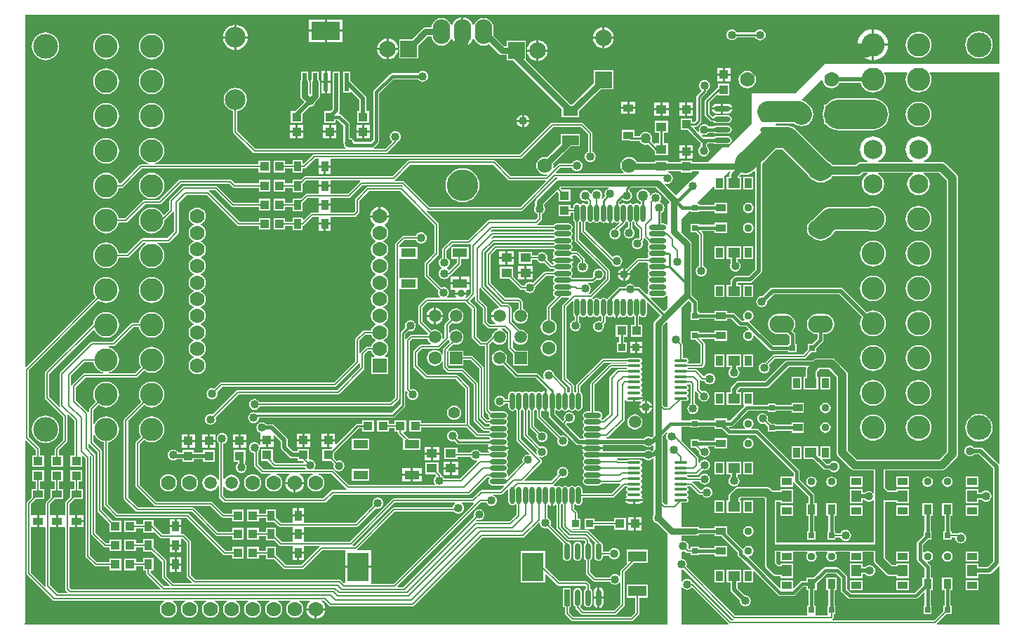
<source format=gtl>
%FSDAX24Y24*%
%MOIN*%
%SFA1B1*%

%IPPOS*%
%ADD10R,0.043300X0.043300*%
%ADD11R,0.051200X0.043300*%
%ADD12R,0.102400X0.137800*%
%ADD13R,0.070900X0.043300*%
%ADD14R,0.080000X0.025600*%
%ADD15O,0.080000X0.025600*%
%ADD16R,0.048000X0.035800*%
%ADD17R,0.048000X0.035800*%
%ADD18R,0.137800X0.086600*%
%ADD19R,0.023600X0.086600*%
%ADD20O,0.063000X0.011800*%
%ADD21O,0.080700X0.023600*%
%ADD22O,0.023600X0.080700*%
%ADD23O,0.025600X0.080000*%
%ADD24R,0.025600X0.080000*%
%ADD25R,0.086600X0.051200*%
%ADD26R,0.051200X0.043300*%
%ADD27R,0.078700X0.047200*%
%ADD28R,0.070900X0.047200*%
%ADD29R,0.047200X0.070900*%
%ADD30R,0.047200X0.078700*%
%ADD31R,0.037400X0.047200*%
%ADD32R,0.047200X0.036400*%
%ADD33C,0.037400*%
%ADD34R,0.047200X0.057100*%
%ADD35R,0.047200X0.037400*%
%ADD36R,0.036400X0.047200*%
%ADD37R,0.057100X0.047200*%
%ADD38R,0.027600X0.027600*%
%ADD39R,0.027600X0.027600*%
%ADD40R,0.035400X0.035400*%
%ADD41R,0.043300X0.043300*%
%ADD42R,0.035800X0.048000*%
%ADD43R,0.035800X0.048000*%
%ADD44C,0.008000*%
%ADD45C,0.020000*%
%ADD46C,0.010000*%
%ADD47C,0.030000*%
%ADD48C,0.016000*%
%ADD49C,0.100000*%
%ADD50C,0.040000*%
%ADD51C,0.140000*%
%ADD52C,0.060000*%
%ADD53C,0.059100*%
%ADD54C,0.055100*%
%ADD55C,0.063000*%
%ADD56R,0.059100X0.059100*%
%ADD57C,0.070000*%
%ADD58C,0.078700*%
%ADD59R,0.078700X0.078700*%
%ADD60O,0.118100X0.082700*%
%ADD61O,0.082700X0.118100*%
%ADD62C,0.149600*%
%ADD63C,0.098400*%
%ADD64R,0.078700X0.078700*%
%ADD65R,0.070000X0.070000*%
%ADD66C,0.118100*%
%ADD67C,0.110200*%
%ADD68C,0.090600*%
%ADD69C,0.040000*%
%ADD70C,0.050000*%
%ADD71C,0.036000*%
%LNpcb1-1*%
%LPD*%
G36*
X042385Y036097D02*
X042709Y035773D01*
Y034437*
X042717Y034398*
X042739Y034365*
X043054Y034050*
X043087Y034028*
X043126Y034020*
X043339*
Y030972*
X043347Y030933*
X043369Y030900*
X043494Y030776*
X043486Y030736*
X043500Y030667*
X043539Y030608*
X043545Y030604*
Y030554*
X043539Y030550*
X043521Y030523*
X043444*
X043267Y030700*
Y032980*
X043260Y033019*
X043237Y033052*
X042765Y033525*
X042732Y033547*
X042693Y033555*
X042300*
Y033808*
X041604*
X041585Y033854*
X041842Y034111*
X041852Y034107*
X041945Y034094*
X042038Y034107*
X042124Y034142*
X042198Y034199*
X042255Y034274*
X042291Y034360*
X042303Y034453*
X042291Y034546*
X042255Y034632*
X042198Y034706*
X042124Y034763*
X042038Y034799*
X041945Y034811*
X041852Y034799*
X041766Y034763*
X041691Y034706*
X041661Y034667*
X041614Y034683*
Y034977*
X041775Y035139*
X041852Y035107*
X041945Y035094*
X042038Y035107*
X042124Y035142*
X042198Y035199*
X042255Y035274*
X042291Y035360*
X042303Y035453*
X042291Y035545*
X042255Y035632*
X042198Y035706*
X042124Y035763*
X042038Y035799*
X041945Y035811*
X041852Y035799*
X041766Y035763*
X041691Y035706*
X041635Y035632*
X041599Y035545*
X041587Y035453*
X041599Y035360*
X041631Y035283*
X041440Y035092*
X041418Y035059*
X041410Y035020*
Y034440*
X041340Y034370*
X041295Y034392*
X041303Y034453*
X041291Y034546*
X041255Y034632*
X041198Y034706*
X041124Y034763*
X041038Y034799*
X040945Y034811*
X040852Y034799*
X040775Y034767*
X040354Y035188*
Y035851*
X040609Y036107*
X042378*
X042385Y036097*
G37*
G36*
X041903Y026532D02*
X041878Y026512D01*
X041836Y026458*
X041810Y026395*
X041804Y026350*
X038992*
X038953Y026342*
X038920Y026320*
X037139Y024539*
X037060*
X037040Y024585*
X039034Y026579*
X041887*
X041903Y026532*
G37*
G36*
X067764Y028442D02*
X067718Y028423D01*
X066982Y029159*
X066929Y029194*
X066866Y029206*
X066557*
X066540Y029229*
X066485Y029270*
X066422Y029297*
X066354Y029306*
X066286Y029297*
X066223Y029270*
X066169Y029229*
X066127Y029174*
X066101Y029111*
X066092Y029043*
X066101Y028975*
X066127Y028912*
X066169Y028858*
X066223Y028816*
X066286Y028790*
X066354Y028781*
X066422Y028790*
X066485Y028816*
X066540Y028858*
X066557Y028880*
X066799*
X067462Y028216*
Y023778*
X067197Y023513*
X066769*
Y023695*
X066176*
Y023004*
X066769*
Y023186*
X067265*
X067327Y023199*
X067380Y023234*
X067718Y023571*
X067764Y023552*
Y020894*
X067770Y020861*
X067789Y020832*
X067791Y020831*
X067776Y020784*
X064800*
X064781Y020830*
X065238Y021286*
X065489*
Y021682*
X065434*
Y022423*
X065538*
Y023016*
X065044*
Y022423*
X065149*
Y021682*
X065094*
Y021431*
X064659Y020996*
X059833*
X059819Y021044*
X059852Y021065*
X059874Y021098*
X059881Y021137*
Y021286*
X059977*
Y021682*
X059922*
Y022423*
X060027*
Y023016*
X059533*
Y022423*
X059637*
Y021682*
X059582*
Y021286*
Y021275*
X059546Y021239*
X059032*
Y021286*
Y021682*
X058977*
Y022423*
X059082*
Y022765*
X059548Y023231*
X059996*
X060227Y023000*
Y022429*
X060238Y022375*
X060269Y022328*
X060545Y022053*
X060591Y022022*
X060646Y022011*
X063781*
X063835Y022022*
X063881Y022053*
X064158Y022329*
X064204Y022310*
Y021682*
X064149*
Y021286*
X064544*
Y021682*
X064489*
Y022423*
X064593*
Y023016*
X064489*
Y023514*
X064478Y023569*
X064447Y023615*
X064324Y023739*
X064346Y023782*
X064443Y023801*
X064525Y023855*
X064579Y023937*
X064598Y024033*
X064579Y024130*
X064525Y024212*
X064443Y024266*
X064346Y024285*
X064250Y024266*
X064168Y024212*
X064122Y024226*
Y024601*
X064351Y024830*
X064544*
Y025225*
X064489*
Y025967*
X064593*
Y026559*
X064099*
Y025967*
X064204*
Y025225*
X064149*
Y025032*
X063879Y024761*
X063848Y024715*
X063837Y024661*
Y023881*
X063848Y023827*
X063879Y023781*
X064204Y023455*
Y023016*
X064099*
Y022674*
X063721Y022296*
X060705*
X060513Y022488*
Y023059*
X060502Y023114*
X060471Y023160*
X060156Y023475*
X060110Y023506*
X060055Y023517*
X059489*
X059435Y023506*
X059416Y023493*
X059388Y023475*
X058929Y023016*
X058588*
Y022862*
X058381*
X058326Y022851*
X058307Y022839*
X058280Y022820*
X057996Y022537*
X057950Y022556*
Y022907*
X057357*
Y022556*
X057311Y022537*
X055860Y023988*
X055874Y024036*
X055929Y024047*
X056011Y024101*
X056065Y024183*
X056085Y024280*
X056065Y024376*
X056011Y024458*
X055929Y024512*
X055833Y024531*
X055736Y024512*
X055655Y024458*
X055630Y024421*
X055580Y024387*
X055560Y024385*
X054815Y025130*
Y025471*
X054222*
Y025367*
X053481*
Y025422*
X053365*
X053283Y025439*
X052654*
Y026579*
X052870*
X052917Y026589*
X052956Y026615*
X052982Y026654*
X052991Y026701*
X052982Y026747*
X052956Y026787*
X052930Y026804*
Y026854*
X052956Y026871*
X052982Y026910*
X052991Y026957*
X052982Y027003*
X052956Y027043*
X052930Y027060*
Y027110*
X052956Y027127*
X052982Y027166*
X052991Y027213*
X052982Y027259*
X052956Y027298*
X052930Y027316*
Y027334*
X052940Y027367*
X053084*
X053448Y027003*
X053481Y026981*
X053520Y026973*
X053635*
X053647Y026944*
X053689Y026889*
X053743Y026848*
X053806Y026821*
X053874Y026813*
X053942Y026821*
X054005Y026848*
X054059Y026889*
X054101Y026944*
X054127Y027007*
X054136Y027075*
X054127Y027143*
X054101Y027206*
X054059Y027260*
X054005Y027302*
X053942Y027328*
X053874Y027337*
X053806Y027328*
X053743Y027302*
X053689Y027260*
X053647Y027206*
X053635Y027177*
X053562*
X053198Y027541*
X053177Y027555*
X053191Y027603*
X053517*
X053529Y027574*
X053570Y027519*
X053625Y027478*
X053688Y027451*
X053756Y027442*
X053824Y027451*
X053887Y027478*
X053941Y027519*
X053983Y027574*
X054009Y027637*
X054018Y027705*
X054009Y027773*
X053983Y027836*
X053941Y027890*
X053887Y027932*
X053824Y027958*
X053756Y027967*
X053688Y027958*
X053625Y027932*
X053570Y027890*
X053529Y027836*
X053517Y027807*
X052960*
X052931Y027847*
X052940Y027878*
X053362*
X053401Y027886*
X053434Y027908*
X053659Y028133*
X053688Y028121*
X053756Y028112*
X053824Y028121*
X053887Y028147*
X053941Y028189*
X053983Y028243*
X054009Y028306*
X054018Y028374*
X054009Y028442*
X053983Y028505*
X053941Y028559*
X053887Y028601*
X053824Y028627*
X053756Y028636*
X053688Y028627*
X053625Y028601*
X053570Y028559*
X053529Y028505*
X053513Y028467*
X053464Y028477*
Y028689*
X053456Y028728*
X053434Y028761*
X052654Y029542*
Y030200*
X053086*
Y030145*
X053481*
Y030200*
X054222*
Y030096*
X054564*
X054811Y029848*
X054858Y029817*
X054912Y029806*
X056177*
X057983Y028000*
Y027819*
X057950*
X057948*
X057357*
Y027335*
X057950*
Y027552*
X057998Y027566*
X058025Y027525*
X058692Y026858*
Y026559*
X058588*
Y025967*
X058692*
Y025225*
X058637*
Y024830*
X059032*
Y025225*
X058977*
Y025967*
X059082*
Y026559*
X058977*
Y026917*
X058967Y026972*
X058936Y027018*
X058269Y027685*
Y028059*
X058258Y028114*
X058245Y028132*
X058227Y028160*
X056337Y030050*
X056291Y030081*
X056236Y030092*
X055988*
X055973Y030139*
X056011Y030164*
X056065Y030246*
X056085Y030343*
X056065Y030439*
X056011Y030521*
X055929Y030575*
X055833Y030594*
X055736Y030575*
X055655Y030521*
X055600Y030439*
X055581Y030343*
X055600Y030246*
X055655Y030164*
X055692Y030139*
X055678Y030092*
X054972*
X054910Y030154*
X054929Y030200*
X055016*
X055070Y030211*
X055117Y030242*
X055823Y030948*
X056747*
Y030893*
X057143*
Y030948*
X057884*
Y030844*
X058476*
Y031338*
X057884*
Y031233*
X057143*
Y031288*
X056747*
Y031233*
X056075*
Y031820*
X055591*
Y031227*
X055609*
X055630Y031213*
X055635Y031164*
X054957Y030485*
X054815*
Y030590*
X054222*
Y030485*
X053481*
Y030540*
X053086*
Y030485*
X052654*
Y031422*
X052870*
X052917Y031431*
X052956Y031457*
X052982Y031497*
X052991Y031543*
X052982Y031590*
X052956Y031629*
X052930Y031646*
Y031696*
X052956Y031713*
X052982Y031753*
X052991Y031799*
X052982Y031846*
X052956Y031885*
X052930Y031902*
Y031952*
X052956Y031969*
X052982Y032009*
X052991Y032055*
X052982Y032102*
X052956Y032141*
X052930Y032158*
Y032177*
X052940Y032209*
X053084*
X053103Y032190*
Y031290*
X053074Y031278*
X053019Y031237*
X052978Y031182*
X052951Y031119*
X052942Y031051*
X052951Y030983*
X052978Y030920*
X053019Y030866*
X053074Y030824*
X053137Y030798*
X053205Y030789*
X053273Y030798*
X053336Y030824*
X053390Y030866*
X053432Y030920*
X053458Y030983*
X053467Y031051*
X053458Y031119*
X053432Y031182*
X053390Y031237*
X053336Y031278*
X053307Y031290*
Y031852*
X053355Y031867*
X053369Y031845*
X053475Y031739*
X053463Y031710*
X053454Y031642*
X053463Y031574*
X053489Y031511*
X053531Y031456*
X053585Y031415*
X053649Y031388*
X053717Y031379*
X053784Y031388*
X053848Y031415*
X053902Y031456*
X053944Y031511*
X053970Y031574*
X053979Y031642*
X053970Y031710*
X053944Y031773*
X053902Y031827*
X053848Y031869*
X053784Y031895*
X053717Y031904*
X053649Y031895*
X053619Y031883*
X053543Y031960*
Y032350*
X053535Y032389*
X053522Y032409*
X053561Y032441*
X053605Y032396*
X053638Y032374*
X053677Y032367*
X053753*
X053765Y032337*
X053807Y032283*
X053861Y032241*
X053924Y032215*
X053992Y032206*
X054060Y032215*
X054123Y032241*
X054178Y032283*
X054219Y032337*
X054245Y032401*
X054254Y032469*
X054245Y032536*
X054219Y032600*
X054178Y032654*
X054123Y032696*
X054060Y032722*
X053992Y032731*
X053924Y032722*
X053861Y032696*
X053807Y032654*
X053765Y032600*
X053760Y032588*
X053711Y032579*
X053395Y032895*
X053362Y032917*
X053323Y032925*
X052966*
X052947Y032951*
X052966Y032977*
X053579*
X053618Y032985*
X053651Y033007*
X053749Y033105*
X053771Y033138*
X053779Y033177*
Y034122*
X053771Y034161*
X053749Y034194*
X053617Y034327*
X053636Y034373*
X054222*
Y034269*
X054815*
Y034763*
X054222*
Y034658*
X053481*
Y034714*
X053086*
Y034318*
X053337*
X053575Y034080*
Y033219*
X053537Y033181*
X052940*
X052930Y033213*
Y033232*
X052956Y033249*
X052982Y033288*
X052991Y033335*
X052982Y033381*
X052956Y033420*
X052917Y033447*
X052870Y033456*
X052716*
Y034083*
X052708Y034122*
X052686Y034155*
X052654Y034188*
Y035866*
X052980Y036193*
X053141Y036031*
Y035658*
X053086*
Y035263*
X053481*
Y035318*
X054222*
Y035214*
X054815*
Y035318*
X055040*
X055365Y034993*
X055411Y034962*
X055466Y034951*
X055717*
X055857Y034812*
X055833Y034768*
X055736Y034748*
X055655Y034694*
X055600Y034612*
X055581Y034516*
X055600Y034419*
X055655Y034338*
X055736Y034283*
X055833Y034264*
X055929Y034283*
X056011Y034338*
X056065Y034419*
X056085Y034516*
X056084*
X056129Y034540*
X056844Y033824*
X056890Y033793*
X056945Y033782*
X057731*
Y033727*
X058127*
Y034123*
X058072*
Y034555*
X058061Y034610*
X058030Y034656*
X057943Y034743*
X058008Y034828*
X058056Y034943*
X058072Y035067*
X058056Y035191*
X058008Y035306*
X057932Y035405*
X057833Y035480*
X057718Y035528*
X057594Y035544*
X057240*
X057117Y035528*
X057001Y035480*
X056903Y035405*
X056827Y035306*
X056779Y035191*
X056763Y035067*
X056779Y034943*
X056827Y034828*
X056903Y034729*
X057001Y034653*
X057117Y034606*
X057240Y034589*
X057594*
X057681Y034601*
X057786Y034496*
Y034123*
X057731*
Y034068*
X057004*
X055896Y035176*
X055910Y035224*
X055929Y035228*
X056011Y035283*
X056065Y035364*
X056085Y035461*
X056065Y035557*
X056011Y035639*
X055929Y035693*
X055833Y035712*
X055736Y035693*
X055655Y035639*
X055600Y035557*
X055581Y035461*
X055600Y035364*
X055655Y035283*
X055641Y035236*
X055525*
X055200Y035562*
X055153Y035593*
X055099Y035603*
X054815*
Y035708*
X054222*
Y035603*
X053481*
Y035658*
X053426*
Y036091*
X053415Y036145*
X053384Y036191*
X053141Y036435*
X053143Y036445*
Y036957*
Y038846*
X053127Y038928*
X053081Y038998*
X052654Y039425*
Y039949*
Y040067*
X053023Y040436*
X053086*
Y040381*
X053481*
Y040436*
X054222*
Y040332*
X054815*
Y040826*
X054222*
Y040721*
X053481*
Y040777*
X053428*
X053409Y040823*
X054176Y041590*
X054222Y041571*
Y041464*
X054707*
Y042056*
X054688Y042101*
X054912Y042325*
X054961Y042318*
X054977Y042289*
X054951Y042250*
X054935Y042168*
Y042056*
X054803*
Y041464*
X055494*
Y042056*
X055405*
X055385Y042102*
X055480Y042197*
X055549Y042169*
X055695Y042150*
X055841Y042169*
X055977Y042225*
X056094Y042315*
X056106Y042327*
X056152Y042307*
Y037654*
X055854Y037356*
X055252*
X055190Y037344*
X055137Y037308*
X055033Y037205*
X054998Y037152*
X054985Y037090*
Y036938*
X054803*
Y036346*
X055494*
Y036938*
X055312*
Y037022*
X055320Y037030*
X055921*
X055984Y037042*
X056037Y037078*
X056430Y037471*
X056466Y037524*
X056478Y037587*
Y042699*
X056714Y042935*
X057139Y043360*
X057459*
X058655Y042164*
X058677Y042112*
X058753Y042013*
X058852Y041937*
X058928Y041905*
X058985Y041861*
X059122Y041805*
X059268Y041786*
X059414Y041805*
X059550Y041861*
X059608Y041905*
X059684Y041937*
X059783Y042013*
X059840Y042088*
X061039*
X061107Y042097*
X061170Y042123*
X061225Y042165*
X061305Y042246*
X061496*
X061506Y042197*
X061480Y042186*
X061368Y042100*
X061283Y041989*
X061229Y041859*
X061211Y041720*
X061229Y041581*
X061283Y041452*
X061368Y041341*
X061480Y041255*
X061609Y041202*
X061748Y041183*
X061887Y041202*
X062017Y041255*
X062128Y041341*
X062213Y041452*
X062267Y041581*
X062285Y041720*
X062267Y041859*
X062213Y041989*
X062128Y042100*
X062017Y042186*
X061990Y042197*
X062000Y042246*
X063662*
X063672Y042197*
X063645Y042186*
X063534Y042100*
X063448Y041989*
X063395Y041859*
X063376Y041720*
X063395Y041581*
X063448Y041452*
X063534Y041341*
X063645Y041255*
X063774Y041202*
X063913Y041183*
X064052Y041202*
X064182Y041255*
X064293Y041341*
X064378Y041452*
X064432Y041581*
X064450Y041720*
X064432Y041859*
X064378Y041989*
X064293Y042100*
X064182Y042186*
X064155Y042197*
X064165Y042246*
X064907*
X065265Y041887*
Y028994*
X064907Y028636*
X060991*
X060554Y029073*
Y032665*
X060545Y032733*
X060518Y032796*
X060477Y032851*
X059965Y033363*
X059911Y033404*
X059847Y033430*
X059780Y033439*
X059110*
X059042Y033430*
X058979Y033404*
X058925Y033363*
X058903Y033340*
X057693*
X057630Y033328*
X057578Y033293*
X056641Y032356*
X055370*
X055308Y032344*
X055255Y032308*
X055033Y032087*
X054998Y032034*
X054985Y031971*
Y031820*
X054803*
Y031227*
X055494*
Y031820*
X055312*
Y031904*
X055438Y032030*
X056709*
X056771Y032042*
X056824Y032078*
X057760Y033014*
X058555*
X058583Y032972*
X058581Y032969*
X058572Y032902*
Y032568*
X058465*
Y031975*
X059155*
Y032568*
X059097*
Y032793*
X059219Y032915*
X059671*
X060029Y032557*
Y028965*
X060038Y028897*
X060064Y028833*
X060106Y028779*
X060696Y028189*
X060751Y028147*
X060814Y028121*
X060882Y028112*
X061801*
Y027193*
Y027057*
X061753Y027041*
X061737Y027063*
X061682Y027105*
X061619Y027131*
X061551Y027140*
X061483Y027131*
X061420Y027105*
X061366Y027063*
X061360Y027056*
X061257*
Y027238*
X060664*
Y026547*
X061257*
Y026730*
X061337*
X061366Y026693*
X061420Y026651*
X061483Y026625*
X061551Y026616*
X061619Y026625*
X061682Y026651*
X061737Y026693*
X061753Y026714*
X061801Y026698*
Y024681*
X059980*
X059961Y024685*
X059599*
X059579Y024681*
X059035*
X059016Y024685*
X058654*
X058634Y024681*
X057153*
Y026630*
X057357*
Y026547*
X057950*
Y027238*
X057357*
Y027155*
X056999*
X056894Y027260*
X056840Y027302*
X056777Y027328*
X056709Y027337*
X055370*
X055302Y027328*
X055257Y027310*
X055239Y027302*
X055185Y027260*
X054963Y027039*
X054922Y026984*
X054895Y026921*
X054886Y026853*
Y026702*
X054803*
Y026109*
X055494*
Y026702*
X055433*
X055414Y026748*
X055479Y026813*
X056600*
X056628Y026784*
Y024467*
Y023625*
X056637Y023557*
X056664Y023494*
X056705Y023440*
X056981Y023164*
X057035Y023122*
X057061Y023111*
X057098Y023096*
X057166Y023087*
X057357*
Y023004*
X057950*
Y023695*
X057357*
Y023612*
X057275*
X057153Y023734*
Y024252*
X057357*
Y023791*
X057950*
Y024252*
X058629*
X058637Y024241*
X058654Y024208*
X058602Y024130*
X058583Y024033*
X058602Y023937*
X058657Y023855*
X058738Y023801*
X058835Y023782*
X058931Y023801*
X059013Y023855*
X059067Y023937*
X059086Y024033*
X059067Y024130*
X059015Y024208*
X059032Y024241*
X059040Y024252*
X059574*
X059582Y024241*
X059599Y024208*
X059547Y024130*
X059528Y024033*
X059547Y023937*
X059601Y023855*
X059683Y023801*
X059780Y023782*
X059876Y023801*
X059958Y023855*
X060012Y023937*
X060031Y024033*
X060012Y024130*
X059960Y024208*
X059977Y024241*
X059985Y024252*
X060664*
Y023791*
X061257*
Y024252*
X061801*
Y023846*
X061810Y023779*
X061836Y023715*
X061878Y023661*
X062375Y023164*
X062429Y023122*
X062492Y023096*
X062560Y023087*
X062869*
Y023004*
X063462*
Y023695*
X062869*
Y023612*
X062669*
X062325Y023955*
Y024467*
X062321Y024496*
X062325Y024526*
Y026598*
X062363Y026631*
Y026630*
X062869*
Y026547*
X063462*
Y027238*
X062869*
Y027155*
X062472*
X062325Y027302*
Y028112*
X065016*
X065084Y028121*
X065147Y028147*
X065201Y028189*
X065713Y028700*
X065755Y028755*
X065762Y028773*
X065781Y028818*
X065790Y028886*
Y041996*
X065781Y042064*
X065755Y042127*
X065713Y042182*
X065201Y042693*
X065147Y042735*
X065084Y042761*
X065016Y042770*
X064183*
X064171Y042819*
X064255Y042863*
X064348Y042940*
X064424Y043033*
X064481Y043139*
X064516Y043254*
X064528Y043374*
X064516Y043494*
X064481Y043609*
X064424Y043715*
X064348Y043808*
X064255Y043885*
X064148Y043941*
X064033Y043976*
X063913Y043988*
X063794Y043976*
X063678Y043941*
X063572Y043885*
X063479Y043808*
X063403Y043715*
X063346Y043609*
X063311Y043494*
X063299Y043374*
X063311Y043254*
X063346Y043139*
X063403Y043033*
X063479Y042940*
X063572Y042863*
X063656Y042819*
X063644Y042770*
X062018*
X062006Y042819*
X062089Y042863*
X062182Y042940*
X062259Y043033*
X062315Y043139*
X062350Y043254*
X062362Y043374*
X062350Y043494*
X062315Y043609*
X062259Y043715*
X062182Y043808*
X062089Y043885*
X061983Y043941*
X061868Y043976*
X061748Y043988*
X061628Y043976*
X061513Y043941*
X061407Y043885*
X061314Y043808*
X061237Y043715*
X061181Y043609*
X061146Y043494*
X061134Y043374*
X061146Y043254*
X061181Y043139*
X061237Y043033*
X061314Y042940*
X061407Y042863*
X061491Y042819*
X061478Y042770*
X061197*
X061129Y042761*
X061066Y042735*
X061011Y042693*
X060931Y042613*
X059840*
X059783Y042688*
X059684Y042764*
X059631Y042786*
X058092Y044325*
X057975Y044414*
X057839Y044471*
X057693Y044490*
X057142*
X057123Y044536*
X057167Y044581*
X058024*
X058080Y044538*
X058216Y044482*
X058362Y044463*
X058508Y044482*
X058645Y044538*
X058762Y044628*
X058851Y044745*
X058908Y044881*
X058927Y045028*
X058908Y045174*
X058851Y045310*
X058762Y045427*
X058643Y045545*
X058527Y045635*
X058390Y045691*
X058375Y045737*
X059326Y046647*
X059373Y046630*
X059380Y046574*
X059421Y046474*
X059487Y046389*
X059573Y046323*
X059672Y046282*
X059780Y046268*
X059887Y046282*
X059986Y046323*
X060072Y046389*
X060138Y046474*
X060156Y046518*
X061159*
X061181Y046446*
X061237Y046340*
X061314Y046247*
X061407Y046170*
X061513Y046114*
X061628Y046079*
X061748Y046067*
X061868Y046079*
X061983Y046114*
X062089Y046170*
X062182Y046247*
X062259Y046340*
X062315Y046446*
X062350Y046561*
X062362Y046681*
X062350Y046801*
X062315Y046916*
X062275Y046993*
X062300Y047035*
X063361*
X063387Y046993*
X063346Y046916*
X063311Y046801*
X063299Y046681*
X063311Y046561*
X063346Y046446*
X063403Y046340*
X063479Y046247*
X063572Y046170*
X063678Y046114*
X063794Y046079*
X063913Y046067*
X064033Y046079*
X064148Y046114*
X064255Y046170*
X064348Y046247*
X064424Y046340*
X064481Y046446*
X064516Y046561*
X064528Y046681*
X064516Y046801*
X064481Y046916*
X064440Y046993*
X064466Y047035*
X067764*
Y028442*
G37*
G36*
X043133Y036766D02*
X044004Y035895D01*
X043988Y035848*
X043913Y035838*
X043816Y035798*
X043734Y035735*
X043670Y035652*
X043631Y035556*
X043624Y035503*
X044016*
Y035403*
X043624*
X043631Y035350*
X043670Y035253*
X043734Y035171*
X043816Y035107*
X043835Y035100*
X043825Y035051*
X043562*
X043425Y035188*
Y035854*
X043417Y035893*
X043395Y035926*
X043070Y036251*
Y036773*
X043118Y036788*
X043133Y036766*
G37*
G36*
X047478Y036146D02*
X047511Y036133D01*
Y035569*
X047525Y035499*
X047565Y035440*
X047591Y035423*
Y035247*
X047546Y035241*
X047483Y035215*
X047429Y035174*
X047387Y035119*
X047361Y035056*
X047352Y034988*
X047361Y034920*
X047387Y034857*
X047429Y034803*
X047483Y034761*
X047546Y034735*
X047614Y034726*
X047682Y034735*
X047745Y034761*
X047800Y034803*
X047841Y034857*
X047867Y034920*
X047876Y034988*
X047867Y035056*
X047841Y035119*
X047800Y035174*
X047795Y035177*
Y035423*
X047821Y035440*
X047825Y035447*
X047875*
X047879Y035440*
X047938Y035401*
X048008Y035387*
X048077Y035401*
X048136Y035440*
X048140Y035447*
X048190*
X048194Y035440*
X048253Y035401*
X048323Y035387*
X048392Y035401*
X048451Y035440*
X048455Y035447*
X048505*
X048509Y035440*
X048568Y035401*
X048638Y035387*
X048707Y035401*
X048766Y035440*
X048770Y035447*
X048820*
X048824Y035440*
X048851Y035423*
Y035227*
X048814Y035190*
X048784Y035202*
X048717Y035211*
X048649Y035202*
X048585Y035176*
X048531Y035134*
X048489Y035080*
X048463Y035017*
X048454Y034949*
X048463Y034881*
X048489Y034818*
X048531Y034763*
X048585Y034722*
X048649Y034696*
X048717Y034687*
X048784Y034696*
X048848Y034722*
X048902Y034763*
X048944Y034818*
X048970Y034881*
X048979Y034949*
X048970Y035017*
X048958Y035046*
X049025Y035113*
X049047Y035146*
X049055Y035185*
Y035423*
X049081Y035440*
X049085Y035447*
X049135*
X049139Y035440*
X049198Y035401*
X049268Y035387*
X049337Y035401*
X049374Y035425*
X049423Y035416*
X049425Y035412*
X049498Y035363*
X049533Y035356*
Y035854*
X049633*
Y035356*
X049668Y035363*
X049740Y035412*
X049743Y035416*
X049792Y035425*
X049828Y035401*
X049898Y035387*
X049967Y035401*
X050026Y035440*
X050030Y035447*
X050080*
X050084Y035440*
X050143Y035401*
X050213Y035387*
X050282Y035401*
X050341Y035440*
X050345Y035447*
X050395*
X050399Y035440*
X050415Y035430*
Y035029*
X050251*
Y034475*
X050804*
Y035029*
X050640*
Y035430*
X050656Y035440*
X050660Y035447*
X050710*
X050714Y035440*
X050773Y035401*
X050843Y035387*
X050912Y035401*
X050971Y035440*
X051010Y035499*
X051024Y035569*
Y036079*
X051070Y036098*
X051675Y035493*
X051400Y035218*
X051353Y035149*
X051337Y035067*
Y031287*
Y029769*
X051245Y029677*
X051210Y029703*
X051147Y029730*
X051079Y029739*
X051011Y029730*
X050948Y029703*
X050893Y029662*
X050876Y029640*
X049110*
Y029689*
X049149Y029697*
X049182Y029719*
X049930Y030467*
X049952Y030500*
X049960Y030539*
Y031460*
X050008Y031475*
X050039Y031429*
X050091Y031393*
X050154Y031381*
X050359*
Y031543*
X050409*
Y031593*
X050818*
X050815Y031605*
X050780Y031658*
X050753Y031676*
X050751Y031713*
X050778Y031753*
X050787Y031799*
X050778Y031846*
X050751Y031885*
X050726Y031902*
Y031952*
X050751Y031969*
X050778Y032009*
X050787Y032055*
X050778Y032102*
X050751Y032141*
X050726Y032158*
Y032208*
X050751Y032225*
X050778Y032265*
X050787Y032311*
X050778Y032357*
X050751Y032397*
X050726Y032414*
Y032464*
X050751Y032481*
X050778Y032520*
X050787Y032567*
X050778Y032613*
X050751Y032653*
X050726Y032670*
Y032720*
X050751Y032737*
X050778Y032776*
X050787Y032823*
X050778Y032869*
X050751Y032909*
X050726Y032926*
Y032976*
X050751Y032993*
X050778Y033032*
X050787Y033079*
X050778Y033125*
X050751Y033165*
X050726Y033182*
Y033232*
X050751Y033249*
X050778Y033288*
X050787Y033335*
X050778Y033381*
X050751Y033420*
X050712Y033447*
X050665Y033456*
X050154*
X050107Y033447*
X050092Y033437*
X048953*
X048914Y033429*
X048881Y033407*
X047700Y032226*
X047677Y032193*
X047670Y032154*
Y031837*
X047643Y031819*
X047639Y031813*
X047589*
X047585Y031819*
X047559Y031837*
Y032114*
X047551Y032153*
X047529Y032186*
X047204Y032511*
Y035891*
X047463Y036149*
X047478Y036146*
G37*
G36*
X041590Y033793D02*
Y033097D01*
X042300*
Y033351*
X042651*
X043063Y032938*
Y030657*
X043071Y030618*
X043093Y030585*
X043329Y030349*
X043363Y030327*
X043402Y030319*
X043521*
X043539Y030293*
X043545Y030289*
Y030239*
X043539Y030235*
X043521Y030208*
X043326*
X042992Y030542*
Y032232*
X042984Y032271*
X042962Y032304*
X042332Y032934*
X042299Y032956*
X042260Y032964*
X041633*
X041535Y033062*
Y033771*
X041577Y033799*
X041590Y033793*
G37*
G36*
X044432Y041924D02*
X044465Y041902D01*
X044504Y041894*
X046200*
X046219Y041848*
X045013Y040641*
X040688*
X039497Y041832*
X039464Y041854*
X039425Y041862*
X039057*
X039043Y041910*
X039064Y041924*
X039782Y042642*
X043714*
X044432Y041924*
G37*
G36*
X049318Y039845D02*
X049353Y039852D01*
X049425Y039900*
X049428Y039904*
X049477Y039914*
X049513Y039889*
X049583Y039875*
X049652Y039889*
X049685Y039911*
X049716Y039872*
X049471Y039627*
X049463Y039615*
X049436Y039612*
X049373Y039585*
X049318Y039544*
X049277Y039489*
X049251Y039426*
X049242Y039358*
X049251Y039290*
X049277Y039227*
X049318Y039173*
X049373Y039131*
X049436Y039105*
X049504Y039096*
X049572Y039105*
X049635Y039131*
X049689Y039173*
X049731Y039227*
X049757Y039290*
X049766Y039358*
X049757Y039426*
X049731Y039489*
X049689Y039544*
Y039556*
X049970Y039837*
X049992Y039870*
X050000Y039909*
Y039911*
X050026Y039929*
X050030Y039935*
X050080*
X050084Y039929*
X050111Y039911*
Y039652*
X050105Y039651*
X050042Y039625*
X049988Y039583*
X049946Y039529*
X049920Y039466*
X049911Y039398*
X049920Y039330*
X049946Y039267*
X049988Y039212*
X050042Y039171*
X050105Y039144*
X050173Y039135*
X050241Y039144*
X050304Y039171*
X050359Y039212*
X050400Y039267*
X050427Y039330*
X050435Y039398*
X050427Y039466*
X050400Y039529*
X050359Y039583*
X050315Y039617*
Y039911*
X050341Y039929*
X050345Y039935*
X050395*
X050399Y039929*
X050426Y039911*
Y039831*
X050433Y039792*
X050455Y039759*
X050662Y039552*
Y039173*
X050624Y039141*
X050567Y039148*
X050499Y039139*
X050436Y039113*
X050381Y039071*
X050340Y039017*
X050314Y038954*
X050305Y038886*
X050314Y038818*
X050340Y038755*
X050381Y038700*
X050436Y038659*
X050499Y038633*
X050567Y038624*
X050635Y038633*
X050698Y038659*
X050752Y038700*
X050794Y038755*
X050820Y038818*
X050829Y038886*
X050820Y038954*
X050808Y038983*
X050836Y039011*
X050858Y039044*
X050866Y039083*
Y039126*
X050912Y039145*
X051053Y039004*
X051059Y038974*
X051098Y038915*
X051104Y038911*
Y038861*
X051098Y038857*
X051059Y038798*
X051045Y038728*
X051059Y038659*
X051098Y038600*
X051104Y038596*
Y038546*
X051098Y038542*
X051059Y038483*
X051045Y038413*
X051059Y038344*
X051083Y038307*
X051073Y038258*
X051069Y038256*
X051032Y038200*
X050606*
X050567Y038193*
X050534Y038171*
X050065Y037701*
X050015Y037721*
X049987Y037725*
Y037479*
X050233*
X050229Y037507*
X050209Y037557*
X050649Y037996*
X051032*
X051069Y037941*
X051073Y037938*
X051083Y037889*
X051059Y037853*
X051045Y037783*
X051059Y037714*
X051098Y037655*
X051104Y037651*
Y037601*
X051098Y037597*
X051059Y037538*
X051045Y037469*
X051059Y037399*
X051098Y037340*
X051104Y037336*
Y037286*
X051098Y037282*
X051059Y037223*
X051045Y037154*
X051059Y037084*
X051098Y037025*
X051104Y037021*
Y036971*
X051098Y036967*
X051059Y036908*
X051045Y036839*
X051059Y036769*
X051098Y036710*
X051104Y036706*
Y036656*
X051098Y036652*
X051059Y036593*
X051045Y036524*
X051049Y036504*
X051004Y036481*
X050686Y036800*
X050649Y036824*
X050606Y036833*
X050448*
X050440Y036852*
X050398Y036906*
X050344Y036948*
X050280Y036974*
X050213Y036983*
X050145Y036974*
X050081Y036948*
X050027Y036906*
X049985Y036852*
X049978Y036833*
X049740*
X049697Y036824*
X049661Y036800*
X049188Y036327*
X049164Y036291*
X049163Y036284*
X049139Y036268*
X049135Y036262*
X049085*
X049081Y036268*
X049022Y036308*
X048953Y036321*
X048883Y036308*
X048824Y036268*
X048820Y036262*
X048770*
X048766Y036268*
X048707Y036308*
X048638Y036321*
X048568Y036308*
X048509Y036268*
X048505Y036262*
X048455*
X048451Y036268*
X048431Y036281*
Y036331*
X048434Y036333*
X049222Y037121*
X049244Y037154*
X049252Y037193*
Y037587*
X049244Y037626*
X049222Y037659*
X047795Y039086*
Y039911*
X047821Y039929*
X047825Y039935*
X047875*
X047879Y039929*
X047906Y039911*
Y039476*
X047914Y039437*
X047936Y039404*
X049326Y038014*
X049329Y037991*
X049356Y037928*
X049397Y037874*
X049452Y037832*
X049515Y037806*
X049583Y037797*
X049651Y037806*
X049714Y037832*
X049768Y037874*
X049810Y037928*
X049836Y037991*
X049845Y038059*
X049836Y038127*
X049810Y038190*
X049768Y038244*
X049714Y038286*
X049651Y038312*
X049583Y038321*
X049515Y038312*
X049452Y038286*
X049397Y038244*
X049385*
X048110Y039519*
Y039911*
X048136Y039929*
X048140Y039935*
X048190*
X048194Y039929*
X048253Y039889*
X048323Y039875*
X048392Y039889*
X048451Y039929*
X048455Y039935*
X048505*
X048509Y039929*
X048568Y039889*
X048638Y039875*
X048707Y039889*
X048766Y039929*
X048770Y039935*
X048820*
X048824Y039929*
X048883Y039889*
X048953Y039875*
X049022Y039889*
X049059Y039914*
X049108Y039904*
X049110Y039900*
X049183Y039852*
X049218Y039845*
Y040343*
X049318*
Y039845*
G37*
G36*
X050077Y033207D02*
X050057Y033181D01*
X049287*
X049248Y033173*
X049215Y033151*
X048369Y032304*
X048347Y032271*
X048339Y032232*
Y030918*
X048156*
X048086Y030904*
X048027Y030865*
X047988Y030806*
X047974Y030736*
X047988Y030667*
X048027Y030608*
X048033Y030604*
Y030554*
X048027Y030550*
X047988Y030491*
X047974Y030421*
X047988Y030352*
X048027Y030293*
X048033Y030289*
Y030239*
X048027Y030235*
X047988Y030176*
X047974Y030106*
X047988Y030037*
X048027Y029978*
X048033Y029974*
Y029924*
X048027Y029920*
X047988Y029861*
X047974Y029791*
X047988Y029722*
X048013Y029684*
X047990Y029640*
X047839*
X047218Y030261*
X047204Y030274*
Y030340*
X047242Y030377*
X047271Y030365*
X047339Y030356*
X047406Y030365*
X047470Y030391*
X047524Y030433*
X047566Y030487*
X047592Y030550*
X047601Y030618*
X047592Y030686*
X047566Y030749*
X047524Y030804*
X047470Y030845*
X047406Y030871*
X047339Y030880*
X047271Y030871*
X047207Y030845*
X047153Y030804*
X047111Y030749*
X047085Y030686*
X047076Y030618*
X047085Y030550*
X047097Y030521*
X047030Y030454*
X047025Y030453*
X046675Y030804*
Y030954*
X046719Y030978*
X046757Y030952*
X046827Y030938*
X046896Y030952*
X046955Y030992*
X046959Y030998*
X047009*
X047013Y030992*
X047072Y030952*
X047142Y030938*
X047211Y030952*
X047270Y030992*
X047274Y030998*
X047324*
X047328Y030992*
X047387Y030952*
X047457Y030938*
X047526Y030952*
X047585Y030992*
X047589Y030998*
X047639*
X047643Y030992*
X047702Y030952*
X047772Y030938*
X047841Y030952*
X047900Y030992*
X047939Y031051*
X047953Y031120*
Y031691*
X047939Y031760*
X047900Y031819*
X047874Y031837*
Y032111*
X048995Y033233*
X050057*
X050077Y033207*
G37*
G36*
X054222Y024977D02*
X054564D01*
X055323Y024218*
Y024128*
X055334Y024073*
X055365Y024027*
X055580Y023812*
X055607Y023793*
X055626Y023781*
X055673Y023771*
X056003Y023441*
X055984Y023395*
X055591*
Y022802*
X056075*
Y023304*
X056121Y023323*
X057242Y022202*
X057270Y022184*
X057288Y022171*
X057343Y022161*
X057964*
X058019Y022171*
X058065Y022202*
X058440Y022577*
X058588*
Y022423*
X058692*
Y021682*
X058637*
Y021286*
Y021275*
X058601Y021239*
X055208*
X052895Y023553*
X052907Y023582*
X052916Y023650*
X052907Y023717*
X052881Y023781*
X052839Y023835*
X052785Y023877*
X052721Y023903*
X052654Y023912*
Y024226*
X052691Y024259*
X052732Y024253*
X052800Y024262*
X052829Y024275*
X052896Y024207*
X052929Y024185*
X052969Y024178*
X053086*
Y024082*
X053481*
Y024137*
X054222*
Y024033*
X054815*
Y024527*
X054222*
Y024422*
X053481*
Y024477*
X053086*
Y024381*
X053011*
X052974Y024419*
X052986Y024448*
X052995Y024516*
X052986Y024584*
X052959Y024647*
X052918Y024701*
X052863Y024743*
X052800Y024769*
X052732Y024778*
X052691Y024773*
X052654Y024806*
Y025010*
X053283*
X053365Y025027*
X053481*
Y025082*
X054222*
Y024977*
G37*
G36*
X052085Y040884D02*
Y040876D01*
X051984Y040776*
Y039800*
X051936Y039786*
X051926Y039802*
X051867Y039841*
X051797Y039855*
X051703*
Y040344*
X051722Y040352*
X051776Y040393*
X051818Y040448*
X051844Y040511*
X051853Y040579*
X051844Y040647*
X051818Y040710*
X051776Y040764*
X051722Y040806*
X051658Y040832*
X051648Y040833*
X051629Y040880*
X051660Y040920*
X051686Y040983*
X051695Y041051*
X051686Y041119*
X051660Y041182*
X051619Y041237*
X051564Y041278*
X051501Y041304*
X051433Y041313*
X051365Y041304*
X051302Y041278*
X051248Y041237*
X051206Y041182*
X051203Y041175*
X051154Y041182*
X051145Y041250*
X051113Y041326*
X051064Y041390*
X050999Y041440*
X050923Y041471*
X050843Y041482*
X050762Y041471*
X050686Y041440*
X050621Y041390*
X050572Y041326*
X050540Y041250*
X050530Y041169*
X050540Y041088*
X050572Y041013*
X050621Y040948*
X050686Y040899*
X050730Y040880*
Y040767*
X050714Y040756*
X050710Y040750*
X050660*
X050656Y040756*
X050597Y040796*
X050528Y040810*
X050458Y040796*
X050399Y040756*
X050395Y040750*
X050345*
X050341Y040756*
X050282Y040796*
X050213Y040810*
X050143Y040796*
X050084Y040756*
X050080Y040750*
X050030*
X050026Y040756*
X049967Y040796*
X049898Y040810*
X049828Y040796*
X049769Y040756*
X049765Y040750*
X049715*
X049711Y040756*
X049695Y040767*
Y040847*
X049834Y040986*
X049870Y040984*
X049924Y040942*
X049987Y040916*
X050055Y040907*
X050123Y040916*
X050186Y040942*
X050241Y040984*
X050282Y041038*
X050308Y041101*
X050317Y041169*
X050308Y041237*
X050282Y041300*
X050241Y041355*
X050186Y041396*
X050185Y041397*
X050175Y041446*
X050275Y041546*
X051423*
X052085Y040884*
G37*
G36*
X051984Y035132D02*
Y031114D01*
X051869*
X051765Y031217*
Y031287*
Y034978*
X051938Y035151*
X051984Y035132*
G37*
G36*
Y036397D02*
Y035803D01*
X051858Y035677*
X051808*
X051184Y036302*
X051207Y036346*
X051226Y036342*
X051797*
X051867Y036356*
X051926Y036395*
X051936Y036411*
X051984Y036397*
G37*
G36*
X053496Y042287D02*
X053480Y042272D01*
X053080Y041872*
X053074Y041869*
X053019Y041827*
X052978Y041773*
X052975Y041766*
X052392Y041183*
X051862Y041712*
X051890Y041754*
X051916Y041743*
X051984Y041734*
X052052Y041743*
X052115Y041769*
X052170Y041811*
X052211Y041865*
X052238Y041928*
X052246Y041996*
X052238Y042064*
X052211Y042127*
X052170Y042182*
X052115Y042223*
X052052Y042249*
X052025Y042253*
Y042271*
Y042333*
X052613*
Y042271*
X053166*
Y042333*
X053476*
X053496Y042287*
G37*
G36*
X041622Y034305D02*
X041635Y034274D01*
X041670Y034227*
X041361Y033919*
X041339Y033885*
X041331Y033846*
Y033628*
X041282Y033619*
X041272Y033642*
X041212Y033720*
X041134Y033780*
X041043Y033818*
X040945Y033831*
X040847Y033818*
X040756Y033780*
X040677Y033720*
X040617Y033642*
X040580Y033551*
X040567Y033453*
X040580Y033355*
X040617Y033264*
X040677Y033185*
X040756Y033125*
X040847Y033087*
X040945Y033075*
X041043Y033087*
X041134Y033125*
X041212Y033185*
X041272Y033264*
X041282Y033287*
X041331Y033277*
Y033020*
X041339Y032981*
X041361Y032948*
X041518Y032790*
X041552Y032768*
X041591Y032760*
X042218*
X042788Y032190*
Y030500*
X042796Y030461*
X042818Y030428*
X043211Y030034*
X043244Y030012*
X043283Y030004*
X043521*
X043539Y029978*
X043545Y029974*
Y029924*
X043539Y029920*
X043521Y029893*
X043011*
X042598Y030306*
Y032035*
X042590Y032074*
X042568Y032108*
X042056Y032619*
X042023Y032641*
X041984Y032649*
X040609*
X040118Y033141*
Y033686*
X040334Y033902*
X041118*
X041157Y033910*
X041190Y033932*
X041573Y034314*
X041622Y034305*
G37*
G36*
X046769Y041962D02*
X046745Y041958D01*
X046675Y041911*
X045770Y041006*
X045723Y040936*
X045707Y040854*
Y040687*
X045694Y040670*
X045668Y040607*
X045659Y040539*
X045668Y040472*
X045694Y040408*
X045736Y040354*
X045790Y040312*
X045819Y040300*
Y040109*
X045722Y040011*
X043520*
X043481Y040004*
X043448Y039982*
X042533Y039067*
X041748*
X041709Y039059*
X041676Y039037*
X041322Y038682*
X041300Y038649*
X041292Y038610*
Y038219*
X041263Y038207*
X041208Y038166*
X041167Y038111*
X041140Y038048*
X041131Y037980*
X041140Y037912*
X041167Y037849*
X041208Y037795*
X041263Y037753*
X041272Y037749*
Y037699*
X041263Y037696*
X041208Y037654*
X041167Y037600*
X041140Y037536*
X041131Y037469*
X041140Y037401*
X041167Y037337*
X041208Y037283*
X041263Y037241*
X041326Y037215*
X041394Y037206*
X041462Y037215*
X041525Y037241*
X041579Y037283*
X041621Y037337*
X041633Y037367*
X041669Y037374*
X041702Y037396*
X042174Y037869*
X042197Y037902*
X042204Y037941*
Y038176*
X042556*
Y038729*
X041727*
Y038176*
X042000*
Y037983*
X041646Y037629*
X041596Y037632*
X041579Y037654*
X041525Y037696*
X041516Y037699*
Y037749*
X041525Y037753*
X041579Y037795*
X041621Y037849*
X041647Y037912*
X041656Y037980*
X041647Y038048*
X041621Y038111*
X041579Y038166*
X041525Y038207*
X041496Y038219*
Y038568*
X041790Y038863*
X042575*
X042614Y038870*
X042647Y038892*
X042652Y038898*
X042691Y038866*
X042677Y038846*
X042670Y038807*
Y036526*
X042466Y036323*
X042417Y036331*
X042405Y036355*
X042426Y036382*
X042454Y036451*
X042457Y036474*
X041905*
X041908Y036451*
X041937Y036382*
X041957Y036355*
X041935Y036311*
X041530*
X041514Y036358*
X041540Y036378*
X041581Y036432*
X041608Y036495*
X041617Y036563*
X041608Y036631*
X041581Y036694*
X041540Y036748*
X041485Y036790*
X041422Y036816*
X041354Y036825*
X041286Y036816*
X041257Y036804*
X040669Y037393*
Y037899*
X041111Y038341*
X041134Y038374*
X041141Y038413*
Y039791*
X041134Y039830*
X041111Y039863*
X040555Y040420*
X040587Y040458*
X040607Y040445*
X040646Y040437*
X045055*
X045094Y040445*
X045127Y040467*
X046672Y042012*
X046764*
X046769Y041962*
G37*
G36*
X046610Y039545D02*
X046616Y039541D01*
Y039491*
X046610Y039487*
X046592Y039460*
X043677*
X043638Y039452*
X043618Y039439*
X043587Y039478*
X043680Y039571*
X046592*
X046610Y039545*
G37*
G36*
X052744Y022519D02*
X052798Y022478D01*
X052861Y022451*
X052929Y022442*
X052997Y022451*
X053060Y022478*
X053115Y022519*
X053131Y022541*
X053181Y022545*
X054896Y020830*
X054877Y020784*
X052654*
Y022554*
X052702Y022574*
X052744Y022519*
G37*
G36*
X055094Y021065D02*
D01*
X055126Y021044*
X055112Y020996*
X055019*
X053237Y022777*
X053204Y022799*
X053188Y022802*
X053169Y022806*
X053156Y022836*
X053115Y022890*
X053060Y022932*
X052997Y022958*
X052929Y022967*
X052861Y022958*
X052798Y022932*
X052744Y022890*
X052702Y022836*
X052654Y022856*
Y023387*
X052721Y023396*
X052751Y023408*
X055094Y021065*
G37*
G36*
X046610Y039230D02*
X046616Y039226D01*
Y039176*
X046610Y039172*
X046592Y039145*
X043717*
X043678Y039138*
X043658Y039124*
X043626Y039163*
X043719Y039256*
X046592*
X046610Y039230*
G37*
G36*
X045124Y030992D02*
X045150Y030974D01*
Y029791*
X045158Y029752*
X045180Y029719*
X045798Y029101*
X045786Y029072*
X045777Y029004*
X045786Y028936*
X045798Y028908*
X045756Y028880*
X045039Y029597*
Y030974*
X045065Y030992*
X045069Y030998*
X045119*
X045124Y030992*
G37*
G36*
X042867Y036370D02*
Y036209D01*
X042874Y036170*
X042896Y036137*
X043221Y035812*
Y035146*
X043229Y035107*
X043251Y035074*
X043448Y034877*
X043481Y034855*
X043520Y034847*
X043911*
X043920Y034798*
X043837Y034763*
X043762Y034706*
X043705Y034632*
X043670Y034546*
X043662Y034487*
X043399Y034224*
X043168*
X042913Y034479*
Y035815*
X042905Y035854*
X042883Y035887*
X042601Y036169*
X042820Y036389*
X042867Y036370*
G37*
G36*
X050077Y032951D02*
X050057Y032925D01*
X049661*
X049622Y032917*
X049589Y032895*
X049274Y032580*
X049252Y032547*
X049244Y032508*
Y030818*
X048950Y030523*
X048872*
X048855Y030550*
X048849Y030554*
Y030604*
X048855Y030608*
X048894Y030667*
X048908Y030736*
X048894Y030806*
X048855Y030865*
X048796Y030904*
X048726Y030918*
X048543*
Y032190*
X049330Y032977*
X050057*
X050077Y032951*
G37*
G36*
X067764Y047429D02*
X059465D01*
X058067Y046031*
X055990*
Y044624*
X056010Y044604*
X054917Y043512*
Y043472*
X054612*
X053901Y042761*
X053166*
Y042824*
X052613*
Y042761*
X052025*
Y042824*
X051393*
Y042761*
X050545*
X050531Y042793*
X050466Y042879*
X050380Y042945*
X050280Y042986*
X050173Y043000*
X050066Y042986*
X049966Y042945*
X049881Y042879*
X049815Y042793*
X049774Y042694*
X049760Y042587*
X049774Y042480*
X049815Y042380*
X049881Y042294*
X049921Y042263*
X049905Y042216*
X046705*
X046686Y042262*
X046908Y042485*
X047454*
X047466Y042455*
X047507Y042401*
X047562Y042359*
X047625Y042333*
X047693Y042324*
X047761Y042333*
X047824Y042359*
X047878Y042401*
X047920Y042455*
X047946Y042519*
X047955Y042587*
X047946Y042654*
X047920Y042718*
X047878Y042772*
X047824Y042814*
X047761Y042840*
X047693Y042849*
X047625Y042840*
X047562Y042814*
X047507Y042772*
X047466Y042718*
X047454Y042689*
X046866*
X046827Y042681*
X046794Y042659*
X046621Y042486*
X046576Y042508*
X046587Y042587*
X046573Y042694*
X046571Y042697*
X047385Y043511*
X047832*
Y044103*
X046924*
Y043656*
X046257Y042989*
X046173Y043000*
X046066Y042986*
X045966Y042945*
X045881Y042879*
X045815Y042793*
X045774Y042694*
X045760Y042587*
X045774Y042480*
X045815Y042380*
X045881Y042294*
X045966Y042228*
X046066Y042187*
X046173Y042173*
X046252Y042183*
X046274Y042139*
X046233Y042098*
X044546*
X043828Y042816*
X043795Y042838*
X043756Y042846*
X039740*
X039701Y042838*
X039668Y042816*
X038950Y042098*
X034785*
X034746Y042090*
X034712Y042068*
X034586Y041942*
X034191*
Y041744*
X033841*
Y041918*
X033288*
Y041365*
X033841*
Y041540*
X034191*
Y041342*
X034669*
Y041737*
X034827Y041894*
X035438*
Y041692*
X035997*
Y041894*
X037392*
X037406Y041846*
X037385Y041832*
X036824Y041271*
X035997*
Y041302*
Y041592*
X035438*
Y041302*
X035408Y041271*
X034863*
X034824Y041263*
X034791Y041241*
X034586Y041036*
X034191*
Y040838*
X033841*
Y041013*
X033288*
Y040460*
X033841*
Y040634*
X034191*
Y040436*
X034669*
Y040831*
X034906Y041067*
X035438*
Y040786*
X035997*
Y041067*
X036866*
X036905Y041075*
X036938Y041097*
X037499Y041658*
X039383*
X039437Y041604*
X039405Y041565*
X039385Y041578*
X039346Y041586*
X037772*
X037733Y041578*
X037700Y041556*
X037188Y041045*
X037166Y041011*
X037158Y040972*
Y040424*
X037099Y040366*
X035997*
Y040396*
Y040686*
X035438*
Y040396*
X035408Y040366*
X035094*
X035055Y040358*
X035022Y040336*
X034716Y040029*
X034669Y040048*
Y040131*
X034191*
Y039933*
X033841*
Y040107*
X033288*
Y039554*
X033841*
Y039729*
X034191*
Y039531*
X034669*
Y039730*
X034700Y039737*
X034734Y039759*
X035137Y040162*
X035438*
Y039881*
X035997*
Y040162*
X037142*
X037181Y040170*
X037214Y040192*
X037332Y040310*
X037354Y040343*
X037362Y040382*
Y040930*
X037814Y041382*
X039304*
X040937Y039749*
Y038456*
X040495Y038013*
X040473Y037980*
X040465Y037941*
Y037350*
X040473Y037311*
X040495Y037278*
X041113Y036660*
X041101Y036631*
X041092Y036563*
X041101Y036495*
X041127Y036432*
X041169Y036378*
X041194Y036358*
X041178Y036311*
X040567*
X040528Y036303*
X040495Y036281*
X040180Y035966*
X040158Y035933*
X040150Y035894*
Y035146*
X040158Y035107*
X040180Y035074*
X040631Y034623*
X040603Y034555*
X039835*
X039796Y034547*
X039763Y034525*
X039589Y034352*
X039585Y034345*
X039537Y034360*
Y034587*
X039693Y034743*
X039712Y034735*
X039780Y034726*
X039847Y034735*
X039911Y034761*
X039965Y034803*
X040007Y034857*
X040033Y034920*
X040042Y034988*
X040033Y035056*
X040007Y035119*
X039965Y035174*
X039911Y035215*
X039847Y035241*
X039780Y035250*
X039712Y035241*
X039648Y035215*
X039594Y035174*
X039552Y035119*
X039526Y035056*
X039517Y034988*
X039526Y034920*
X039534Y034901*
X039346Y034713*
X039322Y034677*
X039313Y034634*
Y031255*
X038906Y030848*
X032462*
X032406Y030871*
X032339Y030880*
X032271Y030871*
X032207Y030845*
X032153Y030804*
X032111Y030749*
X032085Y030686*
X032076Y030618*
X032085Y030550*
X032111Y030487*
X032153Y030433*
X032207Y030391*
X032271Y030365*
X032339Y030356*
X032406Y030365*
X032470Y030391*
X032524Y030433*
X032566Y030487*
X032592Y030550*
X032601Y030618*
X032606Y030624*
X038953*
X038996Y030633*
X039032Y030657*
X039504Y031129*
X039529Y031166*
X039537Y031209*
Y031876*
X039585Y031891*
X039589Y031885*
X039656Y031818*
X039644Y031788*
X039635Y031720*
X039644Y031653*
X039671Y031589*
X039712Y031535*
X039767Y031493*
X039830Y031467*
X039898Y031458*
X039966Y031467*
X040029Y031493*
X040083Y031535*
X040125Y031589*
X040151Y031653*
X040160Y031720*
X040151Y031788*
X040125Y031852*
X040083Y031906*
X040029Y031948*
X039966Y031974*
X039898Y031983*
X039830Y031974*
X039801Y031962*
X039763Y031999*
Y034237*
X039877Y034351*
X040603*
X040635Y034274*
X040691Y034199*
X040752Y034153*
X040736Y034106*
X040291*
X040252Y034098*
X040219Y034076*
X039944Y033800*
X039922Y033767*
X039914Y033728*
Y033098*
X039922Y033059*
X039944Y033026*
X040495Y032475*
X040528Y032453*
X040567Y032445*
X041942*
X042394Y031993*
Y030366*
X040292*
Y030501*
X039739*
Y029948*
X040292*
Y030162*
X042454*
X042896Y029719*
X042929Y029697*
X042969Y029689*
X043521*
X043539Y029663*
X043545Y029659*
Y029609*
X043539Y029605*
X043528Y029589*
X042109*
X042033Y029665*
X042041Y029684*
X042050Y029752*
X042041Y029820*
X042015Y029883*
X041973Y029937*
X041919Y029979*
X041855Y030005*
X041787Y030014*
X041720Y030005*
X041656Y029979*
X041602Y029937*
X041560Y029883*
X041534Y029820*
X041525Y029752*
X041534Y029684*
X041560Y029621*
X041602Y029567*
X041656Y029525*
X041720Y029499*
X041787Y029490*
X041855Y029499*
X041874Y029507*
X041984Y029397*
X042020Y029373*
X042063Y029364*
X043480*
X043510Y029319*
X043462Y029247*
X043455Y029211*
X044451*
X044444Y029247*
X044395Y029319*
X044391Y029321*
X044382Y029370*
X044406Y029407*
X044420Y029476*
X044406Y029546*
X044367Y029605*
X044361Y029609*
Y029659*
X044367Y029663*
X044406Y029722*
X044420Y029791*
X044406Y029861*
X044367Y029920*
X044361Y029924*
Y029974*
X044367Y029978*
X044406Y030037*
X044420Y030106*
X044406Y030176*
X044367Y030235*
X044361Y030239*
Y030289*
X044367Y030293*
X044406Y030352*
X044420Y030421*
X044406Y030491*
X044367Y030550*
X044361Y030554*
Y030604*
X044367Y030608*
X044406Y030667*
X044420Y030736*
X044406Y030806*
X044367Y030865*
X044308Y030904*
X044238Y030918*
X043667*
X043644Y030913*
X043543Y031015*
Y034080*
X043692Y034229*
X043742Y034226*
X043762Y034199*
X043837Y034142*
X043923Y034107*
X044016Y034094*
X044108Y034107*
X044195Y034142*
X044269Y034199*
X044326Y034274*
X044362Y034360*
X044374Y034453*
X044362Y034546*
X044326Y034632*
X044269Y034706*
X044195Y034763*
X044111Y034798*
X044121Y034847*
X044265*
X044441Y034670*
Y033925*
X044449Y033886*
X044471Y033853*
X044660Y033664*
Y033097*
X045371*
Y033808*
X044805*
X044645Y033967*
Y034291*
X044694Y034300*
X044705Y034274*
X044762Y034199*
X044837Y034142*
X044923Y034107*
X045016Y034094*
X045108Y034107*
X045195Y034142*
X045269Y034199*
X045326Y034274*
X045362Y034360*
X045374Y034453*
X045362Y034546*
X045326Y034632*
X045269Y034706*
X045195Y034763*
X045108Y034799*
X045016Y034811*
X044987Y034807*
X044606Y035188*
Y035815*
X044598Y035854*
X044576Y035887*
X044458Y036005*
X044425Y036027*
X044386Y036035*
X044152*
X043307Y036881*
Y038489*
X043759Y038941*
X046592*
X046610Y038915*
X046616Y038911*
Y038861*
X046610Y038857*
X046592Y038830*
X043835*
X043796Y038823*
X043763Y038800*
X043408Y038446*
X043386Y038413*
X043378Y038374*
Y036996*
X043386Y036957*
X043408Y036924*
X044196Y036137*
X044229Y036114*
X044268Y036107*
X044895*
X044914Y036088*
Y035795*
X044837Y035763*
X044762Y035706*
X044705Y035632*
X044670Y035545*
X044657Y035453*
X044670Y035360*
X044705Y035274*
X044762Y035199*
X044837Y035142*
X044923Y035107*
X045016Y035094*
X045108Y035107*
X045195Y035142*
X045269Y035199*
X045326Y035274*
X045362Y035360*
X045374Y035453*
X045362Y035545*
X045326Y035632*
X045269Y035706*
X045195Y035763*
X045118Y035795*
Y036130*
X045110Y036169*
X045088Y036202*
X045009Y036281*
X044976Y036303*
X044937Y036311*
X044310*
X043582Y037038*
Y038332*
X043877Y038626*
X046592*
X046610Y038600*
X046616Y038596*
Y038546*
X046610Y038542*
X046570Y038483*
X046557Y038413*
X046570Y038344*
X046595Y038307*
X046585Y038258*
X046581Y038256*
X046533Y038184*
X046526Y038148*
X047521*
X047515Y038184*
X047466Y038256*
X047462Y038258*
X047459Y038273*
X047491Y038311*
X047651*
X047867Y038096*
Y038023*
X047837Y038011*
X047783Y037969*
X047741Y037915*
X047715Y037851*
X047706Y037783*
X047715Y037716*
X047741Y037652*
X047783Y037598*
X047837Y037556*
X047901Y037530*
X047969Y037521*
X048036Y037530*
X048100Y037556*
X048154Y037598*
X048196Y037652*
X048222Y037716*
X048231Y037783*
X048222Y037851*
X048196Y037915*
X048154Y037969*
X048100Y038011*
X048070Y038023*
Y038138*
X048063Y038177*
X048041Y038210*
X047765Y038485*
X047732Y038508*
X047693Y038515*
X047455*
X047437Y038542*
X047431Y038546*
Y038596*
X047437Y038600*
X047477Y038659*
X047491Y038728*
X047477Y038798*
X047437Y038857*
X047431Y038861*
Y038911*
X047437Y038915*
X047477Y038974*
X047491Y039043*
X047477Y039113*
X047437Y039172*
X047431Y039176*
Y039226*
X047437Y039230*
X047477Y039289*
X047491Y039358*
X047477Y039428*
X047437Y039487*
X047431Y039491*
Y039541*
X047437Y039545*
X047477Y039604*
X047491Y039673*
X047477Y039743*
X047437Y039802*
X047379Y039841*
X047309Y039855*
X046738*
X046669Y039841*
X046610Y039802*
X046592Y039775*
X045829*
X045814Y039823*
X045836Y039837*
X045993Y039995*
X046015Y040028*
X046023Y040067*
Y040300*
X046052Y040312*
X046107Y040354*
X046148Y040408*
X046175Y040472*
X046184Y040539*
X046175Y040607*
X046148Y040670*
X046135Y040687*
Y040766*
X046744Y041374*
X046755Y041373*
X046826Y041302*
Y040893*
X047379*
Y041446*
X046970*
X046929Y041487*
Y041546*
X049179*
X049189Y041497*
X049137Y041475*
X049082Y041433*
X049041Y041379*
X049014Y041316*
X049005Y041248*
X049014Y041180*
X049022Y041161*
X048892Y041031*
X048855Y041064*
X048865Y041078*
X048891Y041141*
X048900Y041209*
X048891Y041277*
X048865Y041340*
X048823Y041394*
X048769Y041436*
X048706Y041462*
X048638Y041471*
X048570Y041462*
X048507Y041436*
X048452Y041394*
X048411Y041340*
X048384Y041277*
X048382Y041261*
X048333Y041254*
X048314Y041300*
X048272Y041355*
X048218Y041396*
X048154Y041423*
X048087Y041432*
X048019Y041423*
X047955Y041396*
X047901Y041355*
X047860Y041300*
X047833Y041237*
X047824Y041169*
X047833Y041101*
X047860Y041038*
X047901Y040984*
X047955Y040942*
X048019Y040916*
X048087Y040907*
X048154Y040916*
X048184Y040928*
X048221Y040891*
Y040774*
X048194Y040756*
X048190Y040750*
X048140*
X048136Y040756*
X048077Y040796*
X048008Y040810*
X047938Y040796*
X047879Y040756*
X047875Y040750*
X047825*
X047821Y040756*
X047762Y040796*
X047693Y040810*
X047623Y040796*
X047565Y040756*
X047525Y040697*
X047511Y040628*
Y040563*
X047379*
Y040737*
X046826*
Y040184*
X047379*
Y040359*
X047511*
Y040057*
X047525Y039988*
X047565Y039929*
X047591Y039911*
Y039043*
X047599Y039004*
X047621Y038971*
X049048Y037544*
Y037235*
X048320Y036507*
X048263*
X048247Y036555*
X048272Y036574*
X048314Y036629*
X048340Y036692*
X048349Y036760*
X048340Y036828*
X048314Y036891*
X048272Y036945*
X048218Y036987*
X048205Y036992*
X048214Y037041*
X048441*
X048484Y037050*
X048520Y037074*
X048630Y037184*
X048649Y037176*
X048717Y037167*
X048784Y037176*
X048848Y037202*
X048902Y037244*
X048944Y037298*
X048970Y037361*
X048979Y037429*
X048970Y037497*
X048944Y037560*
X048902Y037615*
X048848Y037656*
X048784Y037682*
X048717Y037691*
X048649Y037682*
X048585Y037656*
X048531Y037615*
X048489Y037560*
X048463Y037497*
X048454Y037429*
X048463Y037361*
X048471Y037342*
X048394Y037266*
X047448*
X047437Y037282*
X047431Y037286*
Y037336*
X047437Y037340*
X047477Y037399*
X047491Y037469*
X047477Y037538*
X047437Y037597*
X047431Y037601*
Y037651*
X047437Y037655*
X047477Y037714*
X047491Y037783*
X047477Y037853*
X047452Y037889*
X047462Y037938*
X047466Y037941*
X047515Y038013*
X047521Y038048*
X046526*
X046533Y038013*
X046581Y037941*
X046585Y037938*
X046588Y037924*
X046556Y037885*
X046515*
X046281Y038119*
X046293Y038149*
X046302Y038217*
X046293Y038284*
X046266Y038348*
X046225Y038402*
X046170Y038444*
X046107Y038470*
X046039Y038479*
X045971Y038470*
X045908Y038444*
X045854Y038402*
X045812Y038348*
X045800Y038318*
X045568*
Y038493*
X044936*
Y037940*
X045568*
Y038115*
X045800*
X045812Y038085*
X045854Y038031*
X045908Y037989*
X045971Y037963*
X046039Y037954*
X046107Y037963*
X046136Y037975*
X046400Y037711*
X046433Y037689*
X046472Y037682*
X046592*
X046610Y037655*
X046616Y037651*
Y037601*
X046610Y037597*
X046592Y037570*
X046197*
X046158Y037563*
X046125Y037541*
X045597Y037013*
X045580Y037026*
X045517Y037053*
X045449Y037061*
X045381Y037053*
X045318Y037026*
X045263Y036985*
X045222Y036930*
X045210Y036901*
X045097*
X044662Y037336*
Y037784*
X044031*
Y037231*
X044479*
X044983Y036727*
X045016Y036705*
X045055Y036697*
X045210*
X045222Y036668*
X045263Y036614*
X045318Y036572*
X045381Y036546*
X045449Y036537*
X045517Y036546*
X045580Y036572*
X045634Y036614*
X045676Y036668*
X045702Y036731*
X045711Y036799*
X045706Y036834*
X046239Y037367*
X046592*
X046610Y037340*
X046616Y037336*
Y037286*
X046610Y037282*
X046570Y037223*
X046557Y037154*
X046570Y037084*
X046610Y037025*
X046616Y037021*
Y036971*
X046610Y036967*
X046570Y036908*
X046557Y036839*
X046570Y036769*
X046610Y036710*
X046616Y036706*
Y036656*
X046610Y036652*
X046570Y036593*
X046557Y036524*
X046570Y036454*
X046610Y036395*
X046662Y036361*
X046667Y036311*
X046282Y035926*
X046260Y035893*
X046252Y035854*
Y035284*
X046165Y035248*
X046087Y035187*
X046027Y035109*
X045989Y035018*
X045976Y034920*
X045989Y034822*
X046027Y034731*
X046087Y034653*
X046165Y034592*
X046256Y034555*
X046354Y034542*
X046452Y034555*
X046543Y034592*
X046622Y034653*
X046682Y034731*
X046720Y034822*
X046733Y034920*
X046720Y035018*
X046682Y035109*
X046622Y035187*
X046543Y035248*
X046456Y035284*
Y035812*
X046986Y036342*
X047302*
X047316Y036308*
X047319Y036294*
X047030Y036005*
X047008Y035972*
X047000Y035933*
Y032469*
X047008Y032429*
X047030Y032396*
X047355Y032072*
Y031837*
X047328Y031819*
X047324Y031813*
X047274*
X047270Y031819*
X047244Y031837*
Y031996*
X047236Y032035*
X047214Y032068*
X046611Y032671*
X046608Y032694*
X046581Y032757*
X046540Y032811*
X046485Y032853*
X046422Y032879*
X046354Y032888*
X046286Y032879*
X046223Y032853*
X046169Y032811*
X046127Y032757*
X046101Y032694*
X046092Y032626*
X046101Y032558*
X046127Y032495*
X046138Y032481*
X046100Y032448*
X045843Y032705*
X045807Y032730*
X045764Y032738*
X044889*
X044334Y033293*
X044362Y033360*
X044374Y033453*
X044362Y033545*
X044326Y033632*
X044269Y033706*
X044195Y033763*
X044108Y033799*
X044016Y033811*
X043923Y033799*
X043837Y033763*
X043762Y033706*
X043705Y033632*
X043670Y033545*
X043657Y033453*
X043670Y033360*
X043705Y033274*
X043762Y033199*
X043837Y033142*
X043923Y033107*
X044016Y033094*
X044108Y033107*
X044176Y033134*
X044763Y032547*
X044800Y032522*
X044843Y032514*
X045717*
X046287Y031944*
X046263Y031900*
X046247Y031903*
Y031406*
Y030908*
X046282Y030915*
X046305Y030930*
X046349Y030906*
Y030736*
X046361Y030674*
X046396Y030621*
X046987Y030030*
X047656Y029361*
X047709Y029326*
X047772Y029313*
X047942*
X047965Y029269*
X047950Y029247*
X047943Y029211*
X048939*
X048932Y029247*
X048917Y029269*
X048940Y029313*
X050876*
X050893Y029291*
X050948Y029249*
X051011Y029223*
X051079Y029214*
X051147Y029223*
X051210Y029249*
X051264Y029291*
X051268Y029296*
X051318Y029302*
X051337Y029286*
Y029099*
X051269Y029032*
X051264*
X051210Y029074*
X051147Y029100*
X051079Y029109*
X051011Y029100*
X050948Y029074*
X050893Y029032*
X050876Y029010*
X048940*
X048917Y029054*
X048932Y029076*
X048939Y029111*
X047943*
X047950Y029076*
X047998Y029004*
X048002Y029001*
X048012Y028952*
X047988Y028916*
X047974Y028846*
X047988Y028777*
X048027Y028718*
X048033Y028714*
Y028664*
X048027Y028660*
X047988Y028601*
X047974Y028531*
X047988Y028462*
X048027Y028403*
X048033Y028399*
Y028349*
X048027Y028345*
X047988Y028286*
X047974Y028217*
X047988Y028147*
X048027Y028088*
X048033Y028084*
Y028034*
X048027Y028030*
X047988Y027971*
X047974Y027902*
X047988Y027832*
X048027Y027773*
X048033Y027769*
Y027719*
X048027Y027715*
X047988Y027656*
X047974Y027587*
X047988Y027517*
X048027Y027458*
X048086Y027419*
X048156Y027405*
X048726*
X048796Y027419*
X048855Y027458*
X048872Y027485*
X049740*
X049742*
X049765Y027441*
X049344Y027019*
X047953*
Y027203*
X047939Y027272*
X047900Y027331*
X047841Y027371*
X047772Y027384*
X047702Y027371*
X047643Y027331*
X047639Y027325*
X047589*
X047585Y027331*
X047526Y027371*
X047457Y027384*
X047387Y027371*
X047328Y027331*
X047324Y027325*
X047274*
X047270Y027331*
X047211Y027371*
X047142Y027384*
X047072Y027371*
X047013Y027331*
X047009Y027325*
X046959*
X046955Y027331*
X046896Y027371*
X046827Y027384*
X046757Y027371*
X046721Y027346*
X046672Y027356*
X046669Y027360*
X046605Y027403*
X046602Y027435*
X046607Y027459*
X046927Y027778*
X046956Y027766*
X047024Y027757*
X047091Y027766*
X047155Y027793*
X047209Y027834*
X047251Y027889*
X047277Y027952*
X047286Y028020*
X047277Y028088*
X047251Y028151*
X047209Y028205*
X047155Y028247*
X047091Y028273*
X047024Y028282*
X046956Y028273*
X046892Y028247*
X046838Y028205*
X046797Y028151*
X046770Y028088*
X046761Y028020*
X046770Y027952*
X046782Y027923*
X046470Y027610*
X045209*
X045190Y027656*
X046013Y028479*
X046035Y028512*
X046043Y028551*
X046035Y028590*
X046013Y028623*
X045916Y028721*
X045943Y028762*
X045971Y028751*
X046039Y028742*
X046107Y028751*
X046170Y028777*
X046225Y028819*
X046266Y028873*
X046293Y028936*
X046302Y029004*
X046293Y029072*
X046266Y029135*
X046225Y029189*
X046170Y029231*
X046107Y029257*
X046039Y029266*
X045971Y029257*
X045942Y029245*
X045354Y029834*
Y030974*
X045380Y030992*
X045384Y030998*
X045434*
X045439Y030992*
X045465Y030974*
Y030185*
X045473Y030146*
X045495Y030113*
X045798Y029810*
X045786Y029780*
X045777Y029713*
X045786Y029645*
X045812Y029581*
X045854Y029527*
X045908Y029485*
X045971Y029459*
X046039Y029450*
X046107Y029459*
X046170Y029485*
X046225Y029527*
X046266Y029581*
X046293Y029645*
X046302Y029713*
X046293Y029780*
X046266Y029844*
X046225Y029898*
X046170Y029940*
X046107Y029966*
X046039Y029975*
X045971Y029966*
X045942Y029954*
X045669Y030227*
Y030974*
X045695Y030992*
X045699Y030998*
X045749*
X045753Y030992*
X045780Y030974*
Y030657*
X045788Y030618*
X045810Y030585*
X046782Y029613*
X046770Y029584*
X046761Y029516*
X046770Y029448*
X046797Y029385*
X046838Y029330*
X046892Y029289*
X046956Y029262*
X047024Y029253*
X047091Y029262*
X047155Y029289*
X047209Y029330*
X047251Y029385*
X047277Y029448*
X047286Y029516*
X047277Y029584*
X047251Y029647*
X047209Y029701*
X047155Y029743*
X047091Y029769*
X047024Y029778*
X046956Y029769*
X046927Y029757*
X045984Y030700*
Y030938*
X046023Y030970*
X046037Y030967*
X046040Y030963*
X046112Y030915*
X046147Y030908*
Y031406*
Y031903*
X046112Y031896*
X046040Y031848*
X046037Y031844*
X045988Y031834*
X045951Y031859*
X045882Y031873*
X045812Y031859*
X045753Y031819*
X045749Y031813*
X045699*
X045695Y031819*
X045636Y031859*
X045567Y031873*
X045497Y031859*
X045439Y031819*
X045434Y031813*
X045384*
X045380Y031819*
X045321Y031859*
X045252Y031873*
X045182Y031859*
X045124Y031819*
X045119Y031813*
X045069*
X045065Y031819*
X045006Y031859*
X044937Y031873*
X044868Y031859*
X044809Y031819*
X044805Y031813*
X044755*
X044750Y031819*
X044692Y031859*
X044622Y031873*
X044553Y031859*
X044494Y031819*
X044454Y031760*
X044440Y031691*
Y031507*
X044271*
X044259Y031537*
X044217Y031591*
X044163Y031633*
X044099Y031659*
X044032Y031668*
X043964Y031659*
X043900Y031633*
X043846Y031591*
X043804Y031537*
X043778Y031473*
X043769Y031406*
X043778Y031338*
X043804Y031274*
X043846Y031220*
X043900Y031178*
X043964Y031152*
X044032Y031143*
X044099Y031152*
X044163Y031178*
X044217Y031220*
X044259Y031274*
X044271Y031304*
X044440*
Y031120*
X044454Y031051*
X044494Y030992*
X044553Y030952*
X044622Y030938*
X044692Y030952*
X044750Y030992*
X044755Y030998*
X044805*
X044809Y030992*
X044835Y030974*
Y029555*
X044843Y029516*
X044865Y029483*
X045436Y028911*
X045414Y028867*
X045370Y028872*
X045302Y028864*
X045239Y028837*
X045185Y028796*
X045143Y028741*
X045117Y028678*
X045108Y028610*
X045117Y028542*
X045129Y028513*
X044456Y027841*
X044412Y027864*
X044420Y027902*
X044406Y027971*
X044367Y028030*
X044361Y028034*
Y028084*
X044367Y028088*
X044406Y028147*
X044420Y028217*
X044406Y028286*
X044367Y028345*
X044361Y028349*
Y028399*
X044367Y028403*
X044406Y028462*
X044420Y028531*
X044406Y028601*
X044367Y028660*
X044361Y028664*
Y028714*
X044367Y028718*
X044406Y028777*
X044420Y028846*
X044406Y028916*
X044382Y028952*
X044391Y029001*
X044395Y029004*
X044444Y029076*
X044451Y029111*
X043455*
X043462Y029076*
X043510Y029004*
X043514Y029001*
X043517Y028987*
X043485Y028948*
X043129*
X043117Y028978*
X043075Y029032*
X043021Y029074*
X042958Y029100*
X042890Y029109*
X042822Y029100*
X042759Y029074*
X042704Y029032*
X042663Y028978*
X042651Y028948*
X042025*
Y029202*
X041393*
Y028649*
X042025*
Y028744*
X042651*
X042663Y028715*
X042704Y028661*
X042759Y028619*
X042822Y028593*
X042890Y028584*
X042934Y028590*
X042956Y028545*
X042139Y027728*
X041397*
X041385Y027757*
X041343Y027811*
X041289Y027853*
X041259Y027865*
X041256Y027878*
X041252Y027901*
X041230Y027934*
X041119Y028045*
Y028493*
X040487*
Y027940*
X040935*
X040997Y027878*
X040994Y027828*
X040972Y027811*
X040930Y027757*
X040904Y027694*
X040895Y027626*
X040904Y027558*
X040930Y027495*
X040959Y027458*
X040937Y027413*
X036869*
X036151Y028131*
X036118Y028153*
X036079Y028161*
X035237*
X035214Y028206*
X035243Y028243*
X035269Y028306*
X035278Y028374*
X035269Y028442*
X035243Y028505*
X035201Y028559*
X035147Y028601*
X035084Y028627*
X035016Y028636*
X035015*
X034977Y028669*
Y029123*
X034424*
Y029010*
X034217*
X033958Y029268*
Y029555*
X033946Y029618*
X033911Y029670*
X033320Y030261*
X033267Y030296*
X033205Y030309*
X032935*
X032918Y030331*
X032863Y030373*
X032800Y030399*
X032732Y030408*
X032664Y030399*
X032601Y030373*
X032547Y030331*
X032505Y030277*
X032479Y030214*
X032470Y030146*
X032479Y030078*
X032505Y030015*
X032547Y029960*
X032601Y029919*
X032652Y029898*
Y029872*
Y029605*
X033285*
Y029769*
X033331Y029788*
X033632Y029488*
Y029201*
X033645Y029138*
X033680Y029085*
X034034Y028731*
X034087Y028696*
X034150Y028683*
X034424*
Y028570*
X034676*
X034723Y028522*
X034704Y028476*
X033365*
X033245Y028596*
Y029123*
X032692*
Y028570*
X032983*
X033251Y028302*
X033284Y028280*
X033323Y028272*
X034777*
X034789Y028243*
X034817Y028206*
X034795Y028161*
X032814*
X032559Y028416*
Y029012*
X032563Y029015*
X032605Y029070*
X032631Y029133*
X032640Y029201*
X032673Y029239*
X032919*
Y029505*
X032652*
Y029351*
X032615Y029336*
X032605Y029332*
X032563Y029386*
X032509Y029428*
X032446Y029454*
X032378Y029463*
X032310Y029454*
X032247Y029428*
X032193Y029386*
X032151Y029332*
X032125Y029269*
X032116Y029201*
X032125Y029133*
X032151Y029070*
X032193Y029015*
X032247Y028974*
X032310Y028947*
X032355Y028942*
Y028374*
X032362Y028335*
X032385Y028302*
X032700Y027987*
X032733Y027965*
X032772Y027957*
X033138*
X033148Y027908*
X033085Y027882*
X032999Y027816*
X032933Y027730*
X032892Y027631*
X032878Y027524*
X032892Y027417*
X032933Y027317*
X032999Y027231*
X033085Y027165*
X033184Y027124*
X033291Y027110*
X033398Y027124*
X033498Y027165*
X033584Y027231*
X033649Y027317*
X033691Y027417*
X033705Y027524*
X033691Y027631*
X033649Y027730*
X033584Y027816*
X033498Y027882*
X033435Y027908*
X033444Y027957*
X034039*
X034055Y027910*
X033970Y027845*
X033898Y027751*
X033853Y027641*
X033844Y027574*
X034739*
X034730Y027641*
X034684Y027751*
X034612Y027845*
X034527Y027910*
X034543Y027957*
X035138*
X035148Y027908*
X035085Y027882*
X034999Y027816*
X034933Y027730*
X034892Y027631*
X034878Y027524*
X034892Y027417*
X034933Y027317*
X034999Y027231*
X035085Y027165*
X035184Y027124*
X035291Y027110*
X035398Y027124*
X035498Y027165*
X035584Y027231*
X035649Y027317*
X035691Y027417*
X035705Y027524*
X035691Y027631*
X035649Y027730*
X035584Y027816*
X035498Y027882*
X035435Y027908*
X035444Y027957*
X036037*
X036755Y027239*
X036776Y027225*
X036762Y027177*
X036079*
X036040Y027169*
X036007Y027147*
X035643Y026783*
X031042*
X030905Y026920*
Y027322*
X030954Y027332*
X030955Y027329*
X031017Y027249*
X031097Y027187*
X031191Y027149*
X031291Y027135*
X031392Y027149*
X031486Y027187*
X031566Y027249*
X031628Y027329*
X031666Y027423*
X031680Y027524*
X031666Y027624*
X031628Y027718*
X031566Y027798*
X031486Y027860*
X031392Y027899*
X031291Y027912*
X031191Y027899*
X031097Y027860*
X031017Y027798*
X030955Y027718*
X030954Y027716*
X030905Y027725*
Y029380*
X030910Y029381*
X030974Y029407*
X031028Y029448*
X031070Y029503*
X031096Y029566*
X031105Y029634*
X031096Y029702*
X031070Y029765*
X031028Y029819*
X030974Y029861*
X030910Y029887*
X030843Y029896*
X030775Y029887*
X030711Y029861*
X030657Y029819*
X030615Y029765*
X030589Y029702*
X030580Y029634*
X030589Y029566*
X030615Y029503*
X030657Y029448*
X030701Y029415*
Y027668*
X030652Y027659*
X030628Y027718*
X030566Y027798*
X030485Y027860*
X030392Y027899*
X030291Y027912*
X030191Y027899*
X030097Y027860*
X030017Y027798*
X029955Y027718*
X029916Y027624*
X029903Y027524*
X029916Y027423*
X029955Y027329*
X030017Y027249*
X030097Y027187*
X030191Y027149*
X030291Y027135*
X030392Y027149*
X030485Y027187*
X030566Y027249*
X030628Y027329*
X030652Y027389*
X030701Y027379*
Y026878*
X030709Y026839*
X030731Y026806*
X030928Y026609*
X030961Y026587*
X031000Y026579*
X035685*
X035724Y026587*
X035757Y026609*
X036121Y026973*
X042575*
X042614Y026981*
X042647Y027003*
X043444Y027800*
X043521*
X043539Y027773*
X043545Y027769*
Y027719*
X043539Y027715*
X043500Y027656*
X043486Y027587*
X043500Y027517*
X043539Y027458*
X043598Y027419*
X043667Y027405*
X044231*
X044245Y027371*
X044248Y027357*
X044068Y027177*
X043165*
X043126Y027169*
X043093Y027147*
X042729Y026783*
X038992*
X038953Y026775*
X038920Y026753*
X036903Y024736*
X034737*
Y024766*
Y024771*
Y025056*
X034179*
Y024771*
Y024766*
X034148Y024736*
X033685*
X033409Y025011*
Y025406*
X032931*
Y025208*
X032581*
Y025383*
X032028*
Y024830*
X032581*
Y025004*
X032931*
Y024806*
X033326*
X033571Y024562*
X033604Y024540*
X033643Y024532*
X034179*
Y024251*
X034737*
Y024532*
X035452*
X035471Y024486*
X034619Y023633*
X033882*
X033409Y024106*
Y024501*
X032931*
Y024303*
X032581*
Y024477*
X032028*
Y023924*
X032581*
Y024099*
X032931*
Y023901*
X033326*
X033768Y023459*
X033801Y023437*
X033840Y023430*
X034661*
X034700Y023437*
X034734Y023459*
X035609Y024335*
X036687*
Y024320*
Y024300*
Y023582*
X037911*
Y024320*
X037283*
X037260Y024355*
X037255Y024367*
X039034Y026146*
X041874*
X041878Y026141*
X041932Y026100*
X041995Y026073*
X042063Y026065*
X042131Y026073*
X042194Y026100*
X042248Y026141*
X042290Y026196*
X042316Y026259*
X042325Y026327*
X042316Y026395*
X042290Y026458*
X042248Y026512*
X042223Y026532*
X042239Y026579*
X042772*
X042773*
X042797Y026535*
X038989Y022728*
X037911*
Y022743*
Y022763*
Y023482*
X036687*
Y022778*
X036641Y022759*
X036505Y022895*
X036472Y022917*
X036433Y022925*
X029586*
X029370Y023141*
Y024713*
X029362Y024752*
X029340Y024785*
X029064Y025060*
X029031Y025082*
X028992Y025090*
X028910*
Y025120*
Y025126*
Y025411*
X028352*
Y025126*
Y025120*
X028322Y025090*
X028011*
X027583Y025518*
Y025761*
X027104*
Y025563*
X026754*
Y025737*
X026201*
Y025184*
X026754*
Y025359*
X027104*
Y025160*
X027583*
Y025164*
X027629Y025184*
X027896Y024916*
X027929Y024894*
X027968Y024886*
X028352*
Y024605*
X028910*
Y024861*
X028956Y024880*
X029166Y024670*
Y023098*
X029174Y023059*
X029196Y023026*
X029408Y022814*
X029389Y022767*
X028523*
X028189Y023101*
Y023812*
X028181Y023851*
X028159Y023884*
X027583Y024460*
Y024855*
X027104*
Y024657*
X026754*
Y024832*
X026201*
Y024279*
X026754*
Y024453*
X027104*
Y024255*
X027500*
X027985Y023770*
Y023059*
X027992Y023020*
X028015Y022987*
X028345Y022656*
X028326Y022610*
X028089*
X027446Y023254*
Y023349*
X027583*
Y023950*
X027104*
Y023752*
X026754*
Y023926*
X026201*
Y023373*
X026754*
Y023548*
X027104*
Y023349*
X027242*
Y023212*
X027249Y023173*
X027271Y023139*
X027912Y022499*
X027893Y022452*
X023680*
X023582Y022550*
Y025425*
X023863*
Y025704*
Y025983*
X023582*
Y026516*
X023818Y026752*
X024214*
Y027230*
X024015*
Y027581*
X024190*
Y028134*
X023637*
Y027581*
X023811*
Y027230*
X023613*
Y026835*
X023408Y026630*
X023386Y026597*
X023378Y026558*
Y025983*
X023348*
X023058*
Y025704*
Y025425*
X023348*
X023378Y025394*
Y022508*
X023386Y022469*
X023408Y022436*
X023503Y022341*
X023484Y022295*
X023050*
X022677Y022668*
Y025425*
X022958*
Y025704*
Y025983*
X022677*
Y026516*
X022913Y026752*
X023308*
Y027230*
X023110*
Y027581*
X023284*
Y028134*
X022731*
Y027581*
X022906*
Y027230*
X022708*
Y026835*
X022503Y026630*
X022481Y026597*
X022473Y026558*
Y025983*
X022443*
X022152*
Y025704*
Y025425*
X022443*
X022473Y025394*
Y022626*
Y022624*
X022429Y022601*
X021771Y023259*
Y025425*
X022052*
Y025704*
Y025983*
X021771*
Y026516*
X022007Y026752*
X022403*
Y027230*
X022204*
Y027581*
X022379*
Y028134*
X021826*
Y027581*
X022000*
Y027230*
X021802*
Y026835*
X021597Y026630*
X021575Y026597*
X021567Y026558*
Y023217*
X021575Y023178*
X021597Y023144*
X022778Y021963*
X022811Y021941*
X022850Y021933*
X028081*
X028091Y021884*
X028085Y021882*
X027999Y021816*
X027933Y021730*
X027892Y021631*
X027878Y021524*
X027892Y021417*
X027933Y021317*
X027999Y021231*
X028085Y021165*
X028184Y021124*
X028291Y021110*
X028398Y021124*
X028498Y021165*
X028584Y021231*
X028649Y021317*
X028691Y021417*
X028705Y021524*
X028691Y021631*
X028649Y021730*
X028584Y021816*
X028498Y021882*
X028492Y021884*
X028501Y021933*
X029081*
X029091Y021884*
X029085Y021882*
X028999Y021816*
X028933Y021730*
X028892Y021631*
X028878Y021524*
X028892Y021417*
X028933Y021317*
X028999Y021231*
X029085Y021165*
X029184Y021124*
X029291Y021110*
X029398Y021124*
X029498Y021165*
X029584Y021231*
X029649Y021317*
X029691Y021417*
X029705Y021524*
X029691Y021631*
X029649Y021730*
X029584Y021816*
X029498Y021882*
X029492Y021884*
X029501Y021933*
X030081*
X030091Y021884*
X030085Y021882*
X029999Y021816*
X029933Y021730*
X029892Y021631*
X029878Y021524*
X029892Y021417*
X029933Y021317*
X029999Y021231*
X030085Y021165*
X030184Y021124*
X030291Y021110*
X030398Y021124*
X030498Y021165*
X030584Y021231*
X030649Y021317*
X030691Y021417*
X030705Y021524*
X030691Y021631*
X030649Y021730*
X030584Y021816*
X030498Y021882*
X030492Y021884*
X030501Y021933*
X031081*
X031091Y021884*
X031085Y021882*
X030999Y021816*
X030933Y021730*
X030892Y021631*
X030878Y021524*
X030892Y021417*
X030933Y021317*
X030999Y021231*
X031085Y021165*
X031184Y021124*
X031291Y021110*
X031398Y021124*
X031498Y021165*
X031584Y021231*
X031649Y021317*
X031691Y021417*
X031705Y021524*
X031691Y021631*
X031649Y021730*
X031584Y021816*
X031498Y021882*
X031492Y021884*
X031501Y021933*
X032081*
X032091Y021884*
X032085Y021882*
X031999Y021816*
X031933Y021730*
X031892Y021631*
X031878Y021524*
X031892Y021417*
X031933Y021317*
X031999Y021231*
X032085Y021165*
X032184Y021124*
X032291Y021110*
X032398Y021124*
X032498Y021165*
X032584Y021231*
X032649Y021317*
X032691Y021417*
X032705Y021524*
X032691Y021631*
X032649Y021730*
X032584Y021816*
X032498Y021882*
X032492Y021884*
X032501Y021933*
X033081*
X033091Y021884*
X033085Y021882*
X032999Y021816*
X032933Y021730*
X032892Y021631*
X032878Y021524*
X032892Y021417*
X032933Y021317*
X032999Y021231*
X033085Y021165*
X033184Y021124*
X033291Y021110*
X033398Y021124*
X033498Y021165*
X033584Y021231*
X033649Y021317*
X033691Y021417*
X033705Y021524*
X033691Y021631*
X033649Y021730*
X033584Y021816*
X033498Y021882*
X033492Y021884*
X033501Y021933*
X034081*
X034091Y021884*
X034085Y021882*
X033999Y021816*
X033933Y021730*
X033892Y021631*
X033878Y021524*
X033892Y021417*
X033933Y021317*
X033999Y021231*
X034085Y021165*
X034184Y021124*
X034291Y021110*
X034398Y021124*
X034498Y021165*
X034584Y021231*
X034649Y021317*
X034691Y021417*
X034705Y021524*
X034691Y021631*
X034649Y021730*
X034584Y021816*
X034498Y021882*
X034492Y021884*
X034501Y021933*
X035008*
X035025Y021886*
X034970Y021845*
X034898Y021751*
X034853Y021641*
X034844Y021574*
X035739*
X035730Y021641*
X035684Y021751*
X035612Y021845*
X035558Y021886*
X035574Y021933*
X035682*
X035928Y021688*
X035961Y021666*
X036000Y021658*
X039898*
X039937Y021666*
X039970Y021688*
X043208Y024926*
X045134*
X045173Y024933*
X045206Y024955*
X045876Y025626*
X045935Y025618*
X045944Y025550*
X045970Y025487*
X046011Y025433*
X046066Y025391*
X046129Y025365*
X046197Y025356*
X046265Y025365*
X046294Y025377*
X047046Y024624*
X047043Y024620*
X047029Y024547*
Y024003*
X047043Y023929*
X047085Y023867*
X047147Y023826*
X047220Y023811*
X047294Y023826*
X047356Y023867*
X047398Y023929*
X047412Y024003*
Y024547*
X047398Y024620*
X047356Y024682*
X047294Y024724*
X047221Y024738*
X046438Y025521*
X046450Y025550*
X046459Y025618*
X046450Y025686*
X046424Y025749*
X046382Y025804*
X046328Y025845*
X046299Y025857*
Y026450*
X046337Y026482*
X046352Y026479*
X046355Y026475*
X046427Y026426*
X046462Y026419*
Y026917*
X046562*
Y026419*
X046597Y026426*
X046669Y026475*
X046672Y026479*
X046686Y026482*
X046725Y026450*
Y025382*
X046733Y025343*
X046755Y025310*
X047227Y024837*
X047260Y024815*
X047299Y024807*
X048044*
X048103Y024749*
Y024694*
X048085Y024682*
X048043Y024620*
X048029Y024547*
Y024003*
X048043Y023929*
X048085Y023867*
X048119Y023845*
Y023240*
X048126Y023201*
X048148Y023168*
X048448Y022869*
X048481Y022847*
X048520Y022839*
X049265*
X049277Y022810*
X049318Y022756*
X049373Y022714*
X049436Y022688*
X049504Y022679*
X049572Y022688*
X049635Y022714*
X049689Y022756*
X049709Y022781*
X049756Y022765*
Y021763*
X049462Y021468*
X048011*
X047852Y021627*
X047856Y021667*
X047898Y021729*
X047912Y021803*
Y022347*
X047898Y022420*
X047856Y022482*
X047794Y022524*
X047720Y022538*
X047647Y022524*
X047585Y022482*
X047543Y022420*
X047529Y022347*
Y021803*
X047543Y021729*
X047585Y021667*
X047619Y021645*
Y021614*
X047626Y021575*
X047648Y021542*
X047896Y021294*
X047929Y021272*
X047969Y021264*
X049504*
X049543Y021272*
X049576Y021294*
X049930Y021648*
X049952Y021681*
X049960Y021720*
Y023292*
X050395Y023727*
X051060*
Y024359*
X050074*
Y023727*
X050084Y023704*
X049786Y023407*
X049764Y023374*
X049756Y023335*
Y023117*
X049709Y023101*
X049689Y023126*
X049635Y023168*
X049572Y023194*
X049504Y023203*
X049436Y023194*
X049373Y023168*
X049318Y023126*
X049277Y023072*
X049265Y023043*
X048562*
X048322Y023282*
Y023845*
X048356Y023867*
X048398Y023929*
X048412Y024003*
Y024547*
X048398Y024620*
X048356Y024682*
X048307Y024715*
Y024791*
X048299Y024830*
X048277Y024863*
X048159Y024982*
X048126Y025004*
X048087Y025011*
X047341*
X046929Y025424*
Y026486*
X046955Y026503*
X046959Y026510*
X047009*
X047013Y026503*
X047040Y026486*
Y025461*
X047048Y025422*
X047070Y025389*
X047345Y025113*
X047378Y025091*
X047417Y025083*
X048162*
X048576Y024669*
X048543Y024620*
X048529Y024547*
Y024003*
X048543Y023929*
X048585Y023867*
X048647Y023826*
X048720Y023811*
X048794Y023826*
X048856Y023867*
X048898Y023929*
X048912Y024003*
Y024059*
X049225*
X049237Y024030*
X049279Y023976*
X049333Y023934*
X049397Y023908*
X049465Y023899*
X049532Y023908*
X049596Y023934*
X049650Y023976*
X049692Y024030*
X049718Y024094*
X049727Y024161*
X049718Y024229*
X049692Y024293*
X049650Y024347*
X049596Y024389*
X049532Y024415*
X049465Y024424*
X049397Y024415*
X049333Y024389*
X049279Y024347*
X049237Y024293*
X049225Y024263*
X048912*
Y024547*
X048898Y024620*
X048856Y024682*
X048813Y024711*
X048793Y024741*
X048277Y025257*
X048244Y025279*
X048205Y025287*
X047493*
X047465Y025329*
X047470Y025342*
X047851*
Y025816*
X047716*
Y026091*
X047708Y026130*
X047686Y026163*
X047559Y026290*
Y026486*
X047585Y026503*
X047589Y026510*
X047639*
X047643Y026503*
X047702Y026464*
X047772Y026450*
X047841Y026464*
X047900Y026503*
X047939Y026562*
X047953Y026632*
Y026815*
X049386*
X049425Y026823*
X049458Y026845*
X049979Y027367*
X050084*
X050093Y027334*
Y027316*
X050068Y027298*
X050041Y027259*
X050032Y027213*
X050041Y027166*
X050068Y027127*
X050093Y027110*
Y027060*
X050068Y027043*
X050041Y027003*
X050032Y026957*
X050041Y026910*
X050068Y026871*
X050066Y026833*
X050039Y026815*
X050004Y026763*
X050001Y026751*
X050818*
X050815Y026763*
X050780Y026815*
X050753Y026833*
X050751Y026871*
X050778Y026910*
X050787Y026957*
X050778Y027003*
X050751Y027043*
X050726Y027060*
Y027110*
X050751Y027127*
X050778Y027166*
X050787Y027213*
X050778Y027259*
X050751Y027298*
X050726Y027316*
Y027366*
X050751Y027383*
X050778Y027422*
X050787Y027469*
X050778Y027515*
X050751Y027554*
X050726Y027571*
Y027621*
X050751Y027639*
X050778Y027678*
X050787Y027724*
X050778Y027771*
X050751Y027810*
X050726Y027827*
Y027877*
X050751Y027894*
X050778Y027934*
X050787Y027980*
X050778Y028027*
X050751Y028066*
X050726Y028083*
Y028133*
X050751Y028150*
X050778Y028190*
X050787Y028236*
X050778Y028283*
X050751Y028322*
X050726Y028339*
Y028389*
X050751Y028406*
X050778Y028446*
X050787Y028492*
X050778Y028539*
X050751Y028578*
X050712Y028604*
X050665Y028614*
X050154*
X050107Y028604*
X050092Y028594*
X049664*
X049655Y028604*
X049622Y028626*
X049583Y028633*
Y028648*
X049618Y028683*
X050876*
X050893Y028661*
X050948Y028619*
X051011Y028593*
X051079Y028584*
X051147Y028593*
X051210Y028619*
X051264Y028661*
X051272Y028672*
X051322Y028677*
X051337Y028665*
Y026681*
Y026002*
X051324Y025985*
X051298Y025922*
X051289Y025854*
X051298Y025786*
X051324Y025723*
X051366Y025669*
X051420Y025627*
X051483Y025601*
X051504Y025598*
X051984Y025118*
Y020784*
X021468*
X021453Y020831*
X021455Y020832*
X021474Y020861*
X021480Y020894*
Y029535*
X021527Y029554*
X022000Y029080*
Y028842*
X021826*
Y028289*
X022379*
Y028842*
X022204*
Y029122*
X022197Y029161*
X022174Y029194*
X021653Y029715*
Y032859*
X024976Y036182*
X024990Y036170*
X025096Y036114*
X025211Y036079*
X025331Y036067*
X025451Y036079*
X025566Y036114*
X025672Y036170*
X025765Y036247*
X025841Y036340*
X025898Y036446*
X025933Y036561*
X025945Y036681*
X025933Y036801*
X025898Y036916*
X025841Y037022*
X025765Y037115*
X025672Y037192*
X025566Y037248*
X025451Y037283*
X025331Y037295*
X025211Y037283*
X025096Y037248*
X024990Y037192*
X024896Y037115*
X024820Y037022*
X024763Y036916*
X024728Y036801*
X024717Y036681*
X024728Y036561*
X024763Y036446*
X024820Y036340*
X024831Y036326*
X021527Y033021*
X021480Y033040*
Y049744*
X067764*
Y047429*
G37*
G36*
X044407Y027209D02*
X044440Y027195D01*
Y026632*
X044454Y026562*
X044494Y026503*
X044553Y026464*
X044622Y026450*
X044692Y026464*
X044750Y026503*
X044755Y026510*
X044805*
X044809Y026503*
X044835Y026486*
Y026015*
X044501Y025681*
X042926*
X042907Y025727*
X042950Y025771*
X042979Y025759*
X043047Y025750*
X043115Y025759*
X043178Y025785*
X043233Y025826*
X043274Y025881*
X043301Y025944*
X043309Y026012*
X043301Y026080*
X043274Y026143*
X043233Y026197*
X043178Y026239*
X043115Y026265*
X043047Y026274*
X042979Y026265*
X042916Y026239*
X042862Y026197*
X042820Y026143*
X042794Y026080*
X042785Y026012*
X042794Y025944*
X042806Y025915*
X039462Y022570*
X039186*
X039166Y022617*
X043129Y026579*
X043399*
X043411Y026550*
X043452Y026496*
X043507Y026454*
X043570Y026428*
X043638Y026419*
X043706Y026428*
X043769Y026454*
X043823Y026496*
X043865Y026550*
X043891Y026613*
X043900Y026681*
X043891Y026749*
X043865Y026812*
X043823Y026867*
X043769Y026908*
X043731Y026924*
X043741Y026973*
X044110*
X044149Y026981*
X044182Y027003*
X044392Y027212*
X044407Y027209*
G37*
G36*
X051967Y029925D02*
X051979Y029877D01*
X051954Y029844*
X051928Y029780*
X051919Y029713*
X051928Y029645*
X051954Y029581*
X051984Y029542*
Y026507*
X051869*
X051765Y026611*
Y026681*
Y029083*
Y029752*
Y029764*
X051938Y029937*
X051967Y029925*
G37*
%LNpcb1-2*%
%LPC*%
G36*
X022457Y030721D02*
X022329Y030708D01*
X022207Y030671*
X022094Y030610*
X021994Y030529*
X021913Y030430*
X021853Y030317*
X021816Y030194*
X021803Y030067*
X021816Y029939*
X021853Y029817*
X021913Y029704*
X021994Y029605*
X022094Y029523*
X022207Y029463*
X022329Y029426*
X022457Y029413*
X022584Y029426*
X022707Y029463*
X022820Y029523*
X022919Y029605*
X023000Y029704*
X023061Y029817*
X023098Y029939*
X023110Y030067*
X023098Y030194*
X023061Y030317*
X023000Y030430*
X022919Y030529*
X022820Y030610*
X022707Y030671*
X022584Y030708*
X022457Y030721*
G37*
G36*
X035832Y029505D02*
X035565D01*
Y029239*
X035832*
Y029505*
G37*
G36*
X063913Y030760D02*
X063794Y030748D01*
X063678Y030713*
X063572Y030656*
X063479Y030580*
X063403Y030487*
X063346Y030381*
X063311Y030265*
X063299Y030146*
X063311Y030026*
X063346Y029911*
X063403Y029804*
X063479Y029711*
X063572Y029635*
X063678Y029578*
X063794Y029543*
X063913Y029532*
X064033Y029543*
X064148Y029578*
X064255Y029635*
X064348Y029711*
X064424Y029804*
X064481Y029911*
X064516Y030026*
X064528Y030146*
X064516Y030265*
X064481Y030381*
X064424Y030487*
X064348Y030580*
X064255Y030656*
X064148Y030713*
X064033Y030748*
X063913Y030760*
G37*
G36*
X054815Y029645D02*
X054222D01*
Y029540*
X053481*
Y029595*
X053086*
Y029200*
X053337*
X053498Y029039*
X053494Y029004*
X053503Y028936*
X053529Y028873*
X053570Y028819*
X053625Y028777*
X053688Y028751*
X053756Y028742*
X053824Y028751*
X053887Y028777*
X053941Y028819*
X053983Y028873*
X054009Y028936*
X054018Y029004*
X054009Y029072*
X053983Y029135*
X053941Y029189*
X053918Y029208*
X053934Y029255*
X054222*
Y029151*
X054815*
Y029645*
G37*
G36*
X029178Y029832D02*
X028912D01*
Y029566*
X029178*
Y029832*
G37*
G36*
X027496Y030681D02*
X027376Y030669D01*
X027261Y030634*
X027155Y030578*
X027062Y030501*
X026985Y030408*
X026929Y030302*
X026894Y030187*
X026882Y030067*
X026894Y029947*
X026929Y029832*
X026985Y029726*
X026997Y029712*
X026755Y029470*
X026733Y029437*
X026725Y029398*
Y027390*
X026733Y027351*
X026755Y027318*
X027621Y026452*
X027654Y026429*
X027693Y026422*
X030288*
X030810Y025900*
X030843Y025878*
X030882Y025870*
X031319*
Y025696*
X031872*
Y026249*
X031319*
Y026074*
X030924*
X030403Y026596*
X030370Y026618*
X030331Y026626*
X027735*
X026929Y027432*
Y029355*
X027141Y029568*
X027155Y029556*
X027261Y029500*
X027376Y029465*
X027496Y029453*
X027616Y029465*
X027731Y029500*
X027837Y029556*
X027930Y029633*
X028007Y029726*
X028063Y029832*
X028098Y029947*
X028110Y030067*
X028098Y030187*
X028063Y030302*
X028007Y030408*
X027930Y030501*
X027837Y030578*
X027731Y030634*
X027616Y030669*
X027496Y030681*
G37*
G36*
X066787Y030799D02*
X066660Y030787D01*
X066537Y030750*
X066424Y030689*
X066325Y030608*
X066244Y030509*
X066183Y030396*
X066146Y030273*
X066134Y030146*
X066146Y030018*
X066183Y029896*
X066244Y029782*
X066325Y029683*
X066424Y029602*
X066537Y029542*
X066660Y029505*
X066787Y029492*
X066915Y029505*
X067038Y029542*
X067151Y029602*
X067250Y029683*
X067331Y029782*
X067391Y029896*
X067429Y030018*
X067441Y030146*
X067429Y030273*
X067391Y030396*
X067331Y030509*
X067250Y030608*
X067151Y030689*
X067038Y030750*
X066915Y030787*
X066787Y030799*
G37*
G36*
X061748Y030760D02*
X061628Y030748D01*
X061513Y030713*
X061407Y030656*
X061314Y030580*
X061237Y030487*
X061181Y030381*
X061146Y030265*
X061134Y030146*
X061146Y030026*
X061181Y029911*
X061237Y029804*
X061314Y029711*
X061407Y029635*
X061513Y029578*
X061628Y029543*
X061748Y029532*
X061868Y029543*
X061983Y029578*
X062089Y029635*
X062182Y029711*
X062259Y029804*
X062315Y029911*
X062350Y030026*
X062362Y030146*
X062350Y030265*
X062315Y030381*
X062259Y030487*
X062182Y030580*
X062089Y030656*
X061983Y030713*
X061868Y030748*
X061748Y030760*
G37*
G36*
X037832Y029635D02*
X037003D01*
Y029082*
X037832*
Y029635*
G37*
G36*
X041159Y029242D02*
X040853D01*
Y028975*
X041159*
Y029242*
G37*
G36*
X029178Y029466D02*
X028912D01*
Y029199*
X029178*
Y029466*
G37*
G36*
X055833Y029649D02*
X055736Y029630D01*
X055655Y029576*
X055600Y029494*
X055581Y029398*
X055600Y029301*
X055655Y029220*
X055736Y029165*
X055833Y029146*
X055929Y029165*
X056011Y029220*
X056065Y029301*
X056085Y029398*
X056065Y029494*
X056011Y029576*
X055929Y029630*
X055833Y029649*
G37*
G36*
X058368Y029261D02*
X057884D01*
Y028668*
X058368*
Y029261*
G37*
G36*
X041159Y028875D02*
X040853D01*
Y028609*
X041159*
Y028875*
G37*
G36*
X040753Y029242D02*
X040447D01*
Y028975*
X040753*
Y029242*
G37*
G36*
X059736Y029261D02*
X059252D01*
Y028790*
X059206Y028771*
X059155Y028821*
Y029261*
X058465*
Y028668*
X058904*
X059378Y028194*
X059406Y028176*
X059425Y028163*
X059479Y028153*
X059679*
X059712Y028110*
X059767Y028068*
X059830Y028042*
X059898Y028033*
X059966Y028042*
X060029Y028068*
X060083Y028110*
X060125Y028164*
X060151Y028227*
X060160Y028295*
X060151Y028363*
X060125Y028426*
X060083Y028481*
X060029Y028522*
X059966Y028549*
X059898Y028558*
X059830Y028549*
X059767Y028522*
X059712Y028481*
X059679Y028438*
X059538*
X059354Y028622*
X059373Y028668*
X059736*
Y029261*
G37*
G36*
X033285Y029505D02*
X033019D01*
Y029239*
X033285*
Y029505*
G37*
G36*
X031986Y029466D02*
X031719D01*
Y029199*
X031986*
Y029466*
G37*
G36*
X035017Y029505D02*
X034751D01*
Y029239*
X035017*
Y029505*
G37*
G36*
X034651D02*
X034384D01*
Y029239*
X034651*
Y029505*
G37*
G36*
X030163Y029466D02*
X029896D01*
Y029199*
X030163*
Y029466*
G37*
G36*
X029545D02*
X029278D01*
Y029199*
X029545*
Y029466*
G37*
G36*
X031619D02*
X031353D01*
Y029199*
X031619*
Y029466*
G37*
G36*
X030529D02*
X030263D01*
Y029199*
X030529*
Y029466*
G37*
G36*
X063913Y032413D02*
X063794Y032402D01*
X063678Y032367*
X063572Y032310*
X063479Y032233*
X063403Y032140*
X063346Y032034*
X063311Y031919*
X063299Y031799*
X063311Y031679*
X063346Y031564*
X063403Y031458*
X063479Y031365*
X063572Y031289*
X063678Y031232*
X063794Y031197*
X063913Y031185*
X064033Y031197*
X064148Y031232*
X064255Y031289*
X064348Y031365*
X064424Y031458*
X064481Y031564*
X064516Y031679*
X064528Y031799*
X064516Y031919*
X064481Y032034*
X064424Y032140*
X064348Y032233*
X064255Y032310*
X064148Y032367*
X064033Y032402*
X063913Y032413*
G37*
G36*
X061748D02*
X061628Y032402D01*
X061513Y032367*
X061407Y032310*
X061314Y032233*
X061237Y032140*
X061181Y032034*
X061146Y031919*
X061134Y031799*
X061146Y031679*
X061181Y031564*
X061237Y031458*
X061314Y031365*
X061407Y031289*
X061513Y031232*
X061628Y031197*
X061748Y031185*
X061868Y031197*
X061983Y031232*
X062089Y031289*
X062182Y031365*
X062259Y031458*
X062315Y031564*
X062350Y031679*
X062362Y031799*
X062350Y031919*
X062315Y032034*
X062259Y032140*
X062182Y032233*
X062089Y032310*
X061983Y032367*
X061868Y032402*
X061748Y032413*
G37*
G36*
X058368Y032568D02*
X057884D01*
Y031975*
X058368*
Y032568*
G37*
G36*
X054707Y031820D02*
X054222D01*
Y031227*
X054707*
Y031820*
G37*
G36*
X027496Y032335D02*
X027376Y032323D01*
X027261Y032288*
X027155Y032231*
X027062Y032155*
X026985Y032062*
X026929Y031955*
X026894Y031840*
X026882Y031720*
X026894Y031601*
X026929Y031485*
X026985Y031379*
X026997Y031365*
X026203Y030572*
X026181Y030539*
X026174Y030500*
Y026799*
X026181Y026760*
X026203Y026727*
X026755Y026176*
X026788Y026154*
X026827Y026146*
X029422*
X030534Y025034*
X030567Y025012*
X030606Y025004*
X031319*
Y024830*
X031872*
Y025383*
X031319*
Y025208*
X030649*
X029537Y026320*
X029504Y026342*
X029465Y026350*
X026869*
X026378Y026841*
Y030458*
X027141Y031221*
X027155Y031210*
X027261Y031153*
X027376Y031118*
X027496Y031106*
X027616Y031118*
X027731Y031153*
X027837Y031210*
X027930Y031286*
X028007Y031379*
X028063Y031485*
X028098Y031601*
X028110Y031720*
X028098Y031840*
X028063Y031955*
X028007Y032062*
X027930Y032155*
X027837Y032231*
X027731Y032288*
X027616Y032323*
X027496Y032335*
G37*
G36*
X059494Y031342D02*
X059398Y031323D01*
X059316Y031269*
X059261Y031187*
X059242Y031091*
X059261Y030994*
X059316Y030912*
X059398Y030858*
X059494Y030839*
X059590Y030858*
X059672Y030912*
X059727Y030994*
X059746Y031091*
X059727Y031187*
X059672Y031269*
X059590Y031323*
X059494Y031342*
G37*
G36*
X051011Y031426D02*
Y031180D01*
X051257*
X051253Y031208*
X051223Y031281*
X051175Y031344*
X051112Y031392*
X051039Y031422*
X051011Y031426*
G37*
G36*
X050818Y031493D02*
X050459D01*
Y031381*
X050665*
X050727Y031393*
X050741Y031403*
X050770Y031362*
X050747Y031344*
X050699Y031281*
X050668Y031208*
X050665Y031180*
X050911*
Y031426*
X050882Y031422*
X050814Y031394*
X050783Y031433*
X050815Y031481*
X050818Y031493*
G37*
G36*
X059736Y032568D02*
X059252D01*
Y031975*
X059736*
Y032568*
G37*
G36*
X054707Y033631D02*
X054222D01*
Y033038*
X054707*
Y033631*
G37*
G36*
X063913Y034067D02*
X063794Y034055D01*
X063678Y034020*
X063572Y033963*
X063479Y033887*
X063403Y033794*
X063346Y033688*
X063311Y033573*
X063299Y033453*
X063311Y033333*
X063346Y033218*
X063403Y033112*
X063479Y033018*
X063572Y032942*
X063678Y032885*
X063794Y032850*
X063913Y032839*
X064033Y032850*
X064148Y032885*
X064255Y032942*
X064348Y033018*
X064424Y033112*
X064481Y033218*
X064516Y033333*
X064528Y033453*
X064516Y033573*
X064481Y033688*
X064424Y033794*
X064348Y033887*
X064255Y033963*
X064148Y034020*
X064033Y034055*
X063913Y034067*
G37*
G36*
X059445Y035544D02*
X059091D01*
X058967Y035528*
X058852Y035480*
X058753Y035405*
X058677Y035306*
X058629Y035191*
X058613Y035067*
X058629Y034943*
X058677Y034828*
X058753Y034729*
X058852Y034653*
X058967Y034606*
X059091Y034589*
X059125*
Y034378*
X058870Y034123*
X058676*
Y033872*
X058438Y033633*
X057063*
X057024Y033626*
X056991Y033604*
X056625Y033238*
X056591Y033243*
X056523Y033234*
X056459Y033207*
X056405Y033166*
X056363Y033111*
X056337Y033048*
X056328Y032980*
X056337Y032912*
X056363Y032849*
X056405Y032795*
X056459Y032753*
X056523Y032727*
X056591Y032718*
X056658Y032727*
X056722Y032753*
X056776Y032795*
X056818Y032849*
X056844Y032912*
X056853Y032980*
X056844Y033048*
X056818Y033111*
X056804Y033129*
X057105Y033430*
X058480*
X058519Y033437*
X058552Y033459*
X058820Y033727*
X059072*
Y033921*
X059369Y034218*
X059387Y034246*
X059400Y034264*
X059410Y034319*
Y034589*
X059445*
X059568Y034606*
X059684Y034653*
X059783Y034729*
X059858Y034828*
X059906Y034943*
X059922Y035067*
X059906Y035191*
X059858Y035306*
X059783Y035405*
X059684Y035480*
X059568Y035528*
X059445Y035544*
G37*
G36*
X056075Y033631D02*
X055591D01*
Y033038*
X056075*
Y033631*
G37*
G36*
X029661Y040599D02*
X029554Y040584D01*
X029455Y040543*
X029369Y040477*
X029303Y040392*
X029262Y040292*
X029248Y040185*
X029262Y040078*
X029303Y039978*
X029369Y039893*
X029455Y039827*
X029480Y039816*
Y039766*
X029455Y039756*
X029369Y039690*
X029303Y039604*
X029262Y039505*
X029248Y039398*
X029262Y039291*
X029303Y039191*
X029369Y039105*
X029455Y039039*
X029480Y039029*
Y038979*
X029455Y038968*
X029369Y038903*
X029303Y038817*
X029262Y038717*
X029248Y038610*
X029262Y038503*
X029303Y038403*
X029369Y038318*
X029455Y038252*
X029480Y038242*
Y038192*
X029455Y038181*
X029369Y038115*
X029303Y038030*
X029262Y037930*
X029248Y037823*
X029262Y037716*
X029303Y037616*
X029369Y037530*
X029455Y037465*
X029480Y037454*
Y037404*
X029455Y037394*
X029369Y037328*
X029303Y037242*
X029262Y037142*
X029248Y037035*
X029262Y036928*
X029303Y036829*
X029369Y036743*
X029455Y036677*
X029480Y036667*
Y036617*
X029455Y036606*
X029369Y036540*
X029303Y036455*
X029262Y036355*
X029248Y036248*
X029262Y036141*
X029303Y036041*
X029369Y035956*
X029455Y035890*
X029480Y035879*
Y035829*
X029455Y035819*
X029369Y035753*
X029303Y035667*
X029262Y035568*
X029248Y035461*
X029262Y035354*
X029303Y035254*
X029369Y035168*
X029455Y035102*
X029480Y035092*
Y035042*
X029455Y035031*
X029369Y034966*
X029303Y034880*
X029262Y034780*
X029248Y034673*
X029262Y034566*
X029303Y034466*
X029369Y034381*
X029455Y034315*
X029480Y034305*
Y034255*
X029455Y034244*
X029369Y034178*
X029303Y034093*
X029262Y033993*
X029248Y033886*
X029262Y033779*
X029303Y033679*
X029369Y033593*
X029455Y033528*
X029480Y033517*
Y033467*
X029455Y033457*
X029369Y033391*
X029303Y033305*
X029262Y033205*
X029248Y033098*
X029262Y032991*
X029303Y032892*
X029369Y032806*
X029455Y032740*
X029554Y032699*
X029661Y032685*
X029768Y032699*
X029868Y032740*
X029954Y032806*
X030020Y032892*
X030061Y032991*
X030075Y033098*
X030061Y033205*
X030020Y033305*
X029954Y033391*
X029868Y033457*
X029843Y033467*
Y033517*
X029868Y033528*
X029954Y033593*
X030020Y033679*
X030061Y033779*
X030075Y033886*
X030061Y033993*
X030020Y034093*
X029954Y034178*
X029868Y034244*
X029843Y034255*
Y034305*
X029868Y034315*
X029954Y034381*
X030020Y034466*
X030061Y034566*
X030075Y034673*
X030061Y034780*
X030020Y034880*
X029954Y034966*
X029868Y035031*
X029843Y035042*
Y035092*
X029868Y035102*
X029954Y035168*
X030020Y035254*
X030061Y035354*
X030075Y035461*
X030061Y035568*
X030020Y035667*
X029954Y035753*
X029868Y035819*
X029843Y035829*
Y035879*
X029868Y035890*
X029954Y035956*
X030020Y036041*
X030061Y036141*
X030075Y036248*
X030061Y036355*
X030020Y036455*
X029954Y036540*
X029868Y036606*
X029843Y036617*
Y036667*
X029868Y036677*
X029954Y036743*
X030020Y036829*
X030061Y036928*
X030075Y037035*
X030061Y037142*
X030020Y037242*
X029954Y037328*
X029868Y037394*
X029843Y037404*
Y037454*
X029868Y037465*
X029954Y037530*
X030020Y037616*
X030061Y037716*
X030075Y037823*
X030061Y037930*
X030020Y038030*
X029954Y038115*
X029868Y038181*
X029843Y038192*
Y038242*
X029868Y038252*
X029954Y038318*
X030020Y038403*
X030061Y038503*
X030075Y038610*
X030061Y038717*
X030020Y038817*
X029954Y038903*
X029868Y038968*
X029843Y038979*
Y039029*
X029868Y039039*
X029954Y039105*
X030020Y039191*
X030061Y039291*
X030075Y039398*
X030061Y039505*
X030020Y039604*
X029954Y039690*
X029868Y039756*
X029843Y039766*
Y039816*
X029868Y039827*
X029954Y039893*
X030020Y039978*
X030061Y040078*
X030075Y040185*
X030061Y040292*
X030020Y040392*
X029954Y040477*
X029868Y040543*
X029768Y040584*
X029661Y040599*
G37*
G36*
X055494Y033631D02*
X054803D01*
Y033038*
X054985*
Y032971*
X054963Y032954*
X054922Y032900*
X054895Y032837*
X054886Y032769*
X054895Y032701*
X054922Y032638*
X054963Y032583*
X055017Y032542*
X055081Y032515*
X055149Y032506*
X055216Y032515*
X055280Y032542*
X055334Y032583*
X055376Y032638*
X055402Y032701*
X055411Y032769*
X055402Y032837*
X055376Y032900*
X055334Y032954*
X055312Y032971*
Y033038*
X055494*
Y033631*
G37*
G36*
X061748Y034067D02*
X061628Y034055D01*
X061513Y034020*
X061407Y033963*
X061314Y033887*
X061237Y033794*
X061181Y033688*
X061146Y033573*
X061134Y033453*
X061146Y033333*
X061181Y033218*
X061237Y033112*
X061314Y033018*
X061407Y032942*
X061513Y032885*
X061628Y032850*
X061748Y032839*
X061868Y032850*
X061983Y032885*
X062089Y032942*
X062182Y033018*
X062259Y033112*
X062315Y033218*
X062350Y033333*
X062362Y033453*
X062350Y033573*
X062315Y033688*
X062259Y033794*
X062182Y033887*
X062089Y033963*
X061983Y034020*
X061868Y034055*
X061748Y034067*
G37*
G36*
X038770Y040135D02*
X037876D01*
X037884Y040068*
X037930Y039958*
X038002Y039864*
X038096Y039792*
X038065Y039716*
X038030Y039690*
X037965Y039604*
X037923Y039505*
X037909Y039398*
X037923Y039291*
X037965Y039191*
X038030Y039105*
X038116Y039039*
X038142Y039029*
Y038979*
X038116Y038968*
X038030Y038903*
X037965Y038817*
X037923Y038717*
X037909Y038610*
X037923Y038503*
X037965Y038403*
X038030Y038318*
X038116Y038252*
X038142Y038242*
Y038192*
X038116Y038181*
X038030Y038115*
X037965Y038030*
X037923Y037930*
X037909Y037823*
X037923Y037716*
X037965Y037616*
X038030Y037530*
X038116Y037465*
X038142Y037454*
Y037404*
X038116Y037394*
X038030Y037328*
X037965Y037242*
X037923Y037142*
X037909Y037035*
X037923Y036928*
X037965Y036829*
X038030Y036743*
X038116Y036677*
X038142Y036667*
Y036617*
X038116Y036606*
X038030Y036540*
X037965Y036455*
X037923Y036355*
X037909Y036248*
X037923Y036141*
X037965Y036041*
X038030Y035956*
X038116Y035890*
X038142Y035879*
Y035829*
X038116Y035819*
X038030Y035753*
X037965Y035667*
X037923Y035568*
X037909Y035461*
X037923Y035354*
X037965Y035254*
X038030Y035168*
X038116Y035102*
X038142Y035092*
Y035042*
X038116Y035031*
X038030Y034966*
X037965Y034880*
X037923Y034780*
Y034775*
X037614*
X037575Y034767*
X037542Y034745*
X037188Y034391*
X037166Y034358*
X037158Y034319*
Y033298*
X036155Y032295*
X030803*
X030764Y032287*
X030731Y032265*
X030467Y032001*
X030438Y032013*
X030370Y032022*
X030302Y032013*
X030239Y031987*
X030185Y031945*
X030143Y031891*
X030117Y031828*
X030108Y031760*
X030117Y031692*
X030143Y031629*
X030185Y031574*
X030239Y031533*
X030302Y031507*
X030370Y031498*
X030438Y031507*
X030501Y031533*
X030556Y031574*
X030597Y031629*
X030623Y031692*
X030632Y031760*
X030623Y031828*
X030611Y031857*
X030845Y032091*
X036197*
X036236Y032099*
X036269Y032121*
X037332Y033184*
X037346Y033205*
X037394Y033191*
Y033023*
X036312Y031941*
X031591*
X031552Y031933*
X031518Y031911*
X030388Y030781*
X030359Y030793*
X030291Y030802*
X030223Y030793*
X030160Y030766*
X030106Y030725*
X030064Y030670*
X030038Y030607*
X030029Y030539*
X030038Y030471*
X030064Y030408*
X030106Y030354*
X030160Y030312*
X030223Y030286*
X030291Y030277*
X030359Y030286*
X030422Y030312*
X030477Y030354*
X030518Y030408*
X030545Y030471*
X030554Y030539*
X030545Y030607*
X030533Y030636*
X031633Y031737*
X036354*
X036393Y031744*
X036426Y031766*
X037568Y032908*
X037590Y032941*
X037598Y032980*
Y033607*
X037775Y033784*
X037923*
Y033779*
X037965Y033679*
X038030Y033593*
X038079Y033556*
X038063Y033508*
X037913*
Y032688*
X038733*
Y033508*
X038582*
X038566Y033556*
X038615Y033593*
X038681Y033679*
X038722Y033779*
X038736Y033886*
X038722Y033993*
X038681Y034093*
X038615Y034178*
X038530Y034244*
X038504Y034255*
Y034305*
X038530Y034315*
X038615Y034381*
X038681Y034466*
X038722Y034566*
X038736Y034673*
X038722Y034780*
X038681Y034880*
X038615Y034966*
X038530Y035031*
X038504Y035042*
Y035092*
X038530Y035102*
X038615Y035168*
X038681Y035254*
X038722Y035354*
X038736Y035461*
X038722Y035568*
X038681Y035667*
X038615Y035753*
X038530Y035819*
X038504Y035829*
Y035879*
X038530Y035890*
X038615Y035956*
X038681Y036041*
X038722Y036141*
X038736Y036248*
X038722Y036355*
X038681Y036455*
X038615Y036540*
X038530Y036606*
X038504Y036617*
Y036667*
X038530Y036677*
X038615Y036743*
X038681Y036829*
X038722Y036928*
X038736Y037035*
X038722Y037142*
X038681Y037242*
X038615Y037328*
X038530Y037394*
X038504Y037404*
Y037454*
X038530Y037465*
X038615Y037530*
X038681Y037616*
X038722Y037716*
X038736Y037823*
X038722Y037930*
X038681Y038030*
X038615Y038115*
X038530Y038181*
X038504Y038192*
Y038242*
X038530Y038252*
X038615Y038318*
X038681Y038403*
X038722Y038503*
X038736Y038610*
X038722Y038717*
X038681Y038817*
X038615Y038903*
X038530Y038968*
X038504Y038979*
Y039029*
X038530Y039039*
X038615Y039105*
X038681Y039191*
X038722Y039291*
X038736Y039398*
X038722Y039505*
X038681Y039604*
X038615Y039690*
X038581Y039716*
X038550Y039792*
X038644Y039864*
X038716Y039958*
X038761Y040068*
X038770Y040135*
G37*
G36*
X034651Y029872D02*
X034384D01*
Y029605*
X034651*
Y029872*
G37*
G36*
X031986Y029832D02*
X031719D01*
Y029566*
X031986*
Y029832*
G37*
G36*
X035832Y029872D02*
X035565D01*
Y029605*
X035832*
Y029872*
G37*
G36*
X035017D02*
X034751D01*
Y029605*
X035017*
Y029872*
G37*
G36*
X030163Y029832D02*
X029896D01*
Y029566*
X030163*
Y029832*
G37*
G36*
X029545D02*
X029278D01*
Y029566*
X029545*
Y029832*
G37*
G36*
X031619D02*
X031353D01*
Y029566*
X031619*
Y029832*
G37*
G36*
X030529D02*
X030263D01*
Y029566*
X030529*
Y029832*
G37*
G36*
X036198Y029872D02*
X035932D01*
Y029605*
X036198*
Y029872*
G37*
G36*
X041866Y031193D02*
X041779Y031181D01*
X041697Y031147*
X041627Y031094*
X041573Y031024*
X041539Y030942*
X041528Y030854*
X041539Y030767*
X041573Y030685*
X041627Y030615*
X041697Y030561*
X041779Y030527*
X041866Y030516*
X041954Y030527*
X042035Y030561*
X042105Y030615*
X042159Y030685*
X042193Y030767*
X042205Y030854*
X042193Y030942*
X042159Y031024*
X042105Y031094*
X042035Y031147*
X041954Y031181*
X041866Y031193*
G37*
G36*
X038048Y030501D02*
X037495D01*
Y030337*
X037265*
X037222Y030328*
X037185Y030304*
X036245Y029363*
X036198Y029382*
Y029505*
X035932*
Y029239*
X036055*
X036074Y029192*
X036005Y029123*
X035605*
Y028570*
X036010*
X036148Y028432*
X036136Y028403*
X036127Y028335*
X036136Y028267*
X036162Y028204*
X036204Y028149*
X036258Y028108*
X036321Y028081*
X036389Y028072*
X036457Y028081*
X036520Y028108*
X036574Y028149*
X036616Y028204*
X036642Y028267*
X036651Y028335*
X036642Y028403*
X036616Y028466*
X036574Y028520*
X036520Y028562*
X036457Y028588*
X036389Y028597*
X036321Y028588*
X036292Y028576*
X036158Y028709*
Y028960*
X037311Y030112*
X037495*
Y029948*
X038048*
Y030501*
G37*
G36*
X051257Y031080D02*
X051011D01*
Y030834*
X051039Y030838*
X051112Y030868*
X051175Y030916*
X051223Y030979*
X051253Y031052*
X051257Y031080*
G37*
G36*
X050911D02*
X050665D01*
X050668Y031052*
X050699Y030979*
X050747Y030916*
X050809Y030868*
X050882Y030838*
X050911Y030834*
Y031080*
G37*
G36*
X056512Y030841D02*
X056444Y030832D01*
X056381Y030806*
X056326Y030764*
X056285Y030710*
X056259Y030647*
X056250Y030579*
X056259Y030511*
X056285Y030448*
X056326Y030393*
X056381Y030352*
X056444Y030325*
X056512Y030317*
X056580Y030325*
X056609Y030338*
X056747Y030199*
Y029948*
X057143*
Y030003*
X057884*
Y029899*
X058476*
Y030393*
X057884*
Y030288*
X057143*
Y030343*
X056891*
X056753Y030482*
X056765Y030511*
X056774Y030579*
X056765Y030647*
X056739Y030710*
X056697Y030764*
X056643Y030806*
X056580Y030832*
X056512Y030841*
G37*
G36*
X059494Y030398D02*
X059398Y030378D01*
X059316Y030324*
X059261Y030242*
X059242Y030146*
X059261Y030049*
X059316Y029968*
X059398Y029913*
X059494Y029894*
X059590Y029913*
X059672Y029968*
X059727Y030049*
X059746Y030146*
X059727Y030242*
X059672Y030324*
X059590Y030378*
X059494Y030398*
G37*
G36*
X039584Y030501D02*
X039031D01*
Y030326*
X038757*
Y030501*
X038204*
Y029948*
X038757*
Y030122*
X039031*
Y029948*
X039167*
X039205Y029909*
X039213Y029870*
X039235Y029837*
X039444Y029628*
Y029082*
X040273*
Y029635*
X039726*
X039459Y029902*
X039478Y029948*
X039584*
Y030501*
G37*
G36*
X050449Y030780D02*
X050356Y030767D01*
X050270Y030732*
X050195Y030675*
X050138Y030600*
X050103Y030514*
X050090Y030421*
X050103Y030329*
X050138Y030242*
X050195Y030168*
X050270Y030111*
X050356Y030075*
X050449Y030063*
X050542Y030075*
X050628Y030111*
X050702Y030168*
X050759Y030242*
X050795Y030329*
X050807Y030421*
X050795Y030514*
X050759Y030600*
X050702Y030675*
X050628Y030732*
X050542Y030767*
X050449Y030780*
G37*
G36*
X028910Y024505D02*
X028681D01*
Y024215*
X028910*
Y024505*
G37*
G36*
X028581D02*
X028352D01*
Y024215*
X028581*
Y024505*
G37*
G36*
X060027Y026559D02*
X059533D01*
Y025967*
X059637*
Y025225*
X059582*
Y024830*
X059977*
Y024926*
X060210*
X060222Y024896*
X060263Y024842*
X060318Y024800*
X060381Y024774*
X060449Y024765*
X060517Y024774*
X060580Y024800*
X060634Y024842*
X060676Y024896*
X060702Y024960*
X060711Y025028*
X060702Y025095*
X060676Y025159*
X060634Y025213*
X060580Y025255*
X060517Y025281*
X060449Y025290*
X060381Y025281*
X060318Y025255*
X060263Y025213*
X060222Y025159*
X060210Y025130*
X059977*
Y025225*
X059922*
Y025967*
X060027*
Y026559*
G37*
G36*
X065538D02*
X065044D01*
Y025967*
X065149*
Y025225*
X065094*
Y024830*
X065489*
Y024926*
X065645*
X065659Y024909*
X065668Y024842*
X065694Y024778*
X065736Y024724*
X065790Y024682*
X065853Y024656*
X065921Y024647*
X065989Y024656*
X066052Y024682*
X066107Y024724*
X066148Y024778*
X066175Y024842*
X066184Y024909*
X066175Y024977*
X066148Y025041*
X066107Y025095*
X066052Y025137*
X065989Y025163*
X065921Y025172*
X065853Y025163*
X065790Y025137*
X065781Y025130*
X065489*
Y025225*
X065434*
Y025967*
X065538*
Y026559*
G37*
G36*
X034737Y024151D02*
X034508D01*
Y023861*
X034737*
Y024151*
G37*
G36*
X066769Y024276D02*
X066176D01*
Y023791*
X066769*
Y024276*
G37*
G36*
X063462D02*
X062869D01*
Y023791*
X063462*
Y024276*
G37*
G36*
X034408Y024151D02*
X034179D01*
Y023861*
X034408*
Y024151*
G37*
G36*
X047720Y024738D02*
X047647Y024724D01*
X047585Y024682*
X047543Y024620*
X047529Y024547*
Y024003*
X047543Y023929*
X047585Y023867*
X047647Y023826*
X047720Y023811*
X047794Y023826*
X047856Y023867*
X047898Y023929*
X047912Y024003*
Y024547*
X047898Y024620*
X047856Y024682*
X047794Y024724*
X047720Y024738*
G37*
G36*
X055833Y025476D02*
X055736Y025457D01*
X055655Y025402*
X055600Y025321*
X055581Y025224*
X055600Y025128*
X055655Y025046*
X055736Y024992*
X055833Y024973*
X055929Y024992*
X056011Y025046*
X056065Y025128*
X056085Y025224*
X056065Y025321*
X056011Y025402*
X055929Y025457*
X055833Y025476*
G37*
G36*
X050765Y025895D02*
X050499D01*
Y025629*
X050765*
Y025895*
G37*
G36*
X050399D02*
X050132D01*
Y025629*
X050399*
Y025895*
G37*
G36*
X024254Y025983D02*
X023963D01*
Y025754*
X024254*
Y025983*
G37*
G36*
X050017Y025855D02*
X049464D01*
Y025681*
X048540*
Y025816*
X048066*
Y025342*
X048540*
Y025477*
X049464*
Y025302*
X050017*
Y025855*
G37*
G36*
X028910Y025801D02*
X028681D01*
Y025511*
X028910*
Y025801*
G37*
G36*
X050765Y025529D02*
X050499D01*
Y025262*
X050765*
Y025529*
G37*
G36*
X050399D02*
X050132D01*
Y025262*
X050399*
Y025529*
G37*
G36*
X028581Y025801D02*
X028352D01*
Y025511*
X028581*
Y025801*
G37*
G36*
X024254Y025654D02*
X023963D01*
Y025425*
X024254*
Y025654*
G37*
G36*
X055494Y023395D02*
X054803D01*
Y022802*
X054985*
Y022454*
X054998Y022391*
X055033Y022338*
X055426Y021945*
X055423Y021917*
X055432Y021849*
X055458Y021786*
X055500Y021732*
X055554Y021690*
X055617Y021664*
X055685Y021655*
X055753Y021664*
X055816Y021690*
X055870Y021732*
X055912Y021786*
X055938Y021849*
X055947Y021917*
X055938Y021985*
X055912Y022048*
X055870Y022103*
X055816Y022144*
X055753Y022171*
X055685Y022180*
X055657Y022176*
X055312Y022521*
Y022802*
X055494*
Y023395*
G37*
G36*
X046178Y024280D02*
X045034D01*
Y022783*
X046178*
Y023183*
X046224Y023202*
X046755Y022672*
X046788Y022650*
X046827Y022642*
X048084*
X048119Y022607*
Y022505*
X048085Y022482*
X048043Y022420*
X048029Y022347*
Y021803*
X048043Y021729*
X048085Y021667*
X048147Y021626*
X048220Y021611*
X048294Y021626*
X048356Y021667*
X048398Y021729*
X048412Y021803*
Y022347*
X048398Y022420*
X048356Y022482*
X048322Y022505*
Y022650*
X048315Y022689*
X048293Y022722*
X048198Y022816*
X048165Y022838*
X048126Y022846*
X046869*
X046178Y023537*
Y024280*
G37*
G36*
X048770Y022569D02*
Y022125D01*
X048953*
Y022347*
X048935Y022436*
X048885Y022511*
X048809Y022562*
X048770Y022569*
G37*
G36*
X048670D02*
X048632Y022562D01*
X048556Y022511*
X048506Y022436*
X048488Y022347*
Y022125*
X048670*
Y022569*
G37*
G36*
X048953Y022025D02*
X048770D01*
Y021580*
X048809Y021588*
X048885Y021638*
X048935Y021714*
X048953Y021803*
Y022025*
G37*
G36*
X035739Y021474D02*
X035341D01*
Y021076*
X035409Y021085*
X035518Y021131*
X035612Y021203*
X035684Y021297*
X035730Y021406*
X035739Y021474*
G37*
G36*
X035241D02*
X034844D01*
X034853Y021406*
X034898Y021297*
X034970Y021203*
X035064Y021131*
X035174Y021085*
X035241Y021076*
Y021474*
G37*
G36*
X048670Y022025D02*
X048488D01*
Y021803*
X048506Y021714*
X048556Y021638*
X048632Y021588*
X048670Y021580*
Y022025*
G37*
G36*
X051060Y022706D02*
X050074D01*
Y022074*
X050465*
Y021369*
X050249Y021153*
X047538*
X047322Y021369*
Y021615*
X047408*
Y022535*
X047033*
Y021615*
X047119*
Y021327*
X047126Y021288*
X047148Y021255*
X047424Y020979*
X047457Y020957*
X047496Y020949*
X050291*
X050330Y020957*
X050363Y020979*
X050639Y021255*
X050661Y021288*
X050669Y021327*
Y022074*
X051060*
Y022706*
G37*
G36*
X061257Y022907D02*
X060664D01*
Y022423*
X061257*
Y022907*
G37*
G36*
X028581Y023990D02*
X028352D01*
Y023700*
X028581*
Y023990*
G37*
G36*
X028910Y023600D02*
X028681D01*
Y023309*
X028910*
Y023600*
G37*
G36*
X065291Y024285D02*
X065195Y024266D01*
X065113Y024212*
X065059Y024130*
X065039Y024033*
X065059Y023937*
X065113Y023855*
X065195Y023801*
X065291Y023782*
X065388Y023801*
X065469Y023855*
X065524Y023937*
X065543Y024033*
X065524Y024130*
X065469Y024212*
X065388Y024266*
X065291Y024285*
G37*
G36*
X028910Y023990D02*
X028681D01*
Y023700*
X028910*
Y023990*
G37*
G36*
X028581Y023600D02*
X028352D01*
Y023309*
X028581*
Y023600*
G37*
G36*
X066769Y022907D02*
X066176D01*
Y022423*
X066769*
Y022907*
G37*
G36*
X063462D02*
X062869D01*
Y022423*
X063462*
Y022907*
G37*
G36*
X061257Y023695D02*
X060664D01*
Y023004*
X061257*
Y023186*
X061403*
X061420Y023164*
X061474Y023122*
X061537Y023096*
X061605Y023087*
X061673Y023096*
X061736Y023122*
X061791Y023164*
X061832Y023218*
X061859Y023282*
X061868Y023349*
X061859Y023417*
X061832Y023481*
X061791Y023535*
X061736Y023577*
X061673Y023603*
X061605Y023612*
X061537Y023603*
X061474Y023577*
X061420Y023535*
X061403Y023513*
X061257*
Y023695*
G37*
G36*
X054707Y023395D02*
X054222D01*
Y022802*
X054707*
Y023395*
G37*
G36*
X057950Y026451D02*
X057357D01*
Y025967*
X057950*
Y026451*
G37*
G36*
X040313Y027852D02*
X039908D01*
Y027585*
X040313*
Y027852*
G37*
G36*
X039808D02*
X039404D01*
Y027585*
X039808*
Y027852*
G37*
G36*
X041659Y028167D02*
X041353D01*
Y027900*
X041659*
Y028167*
G37*
G36*
X037832Y028178D02*
X037003D01*
Y027625*
X037832*
Y028178*
G37*
G36*
X055494Y028513D02*
X054803D01*
Y027920*
X054985*
Y027814*
X054963Y027797*
X054922Y027742*
X054895Y027679*
X054886Y027611*
X054895Y027543*
X054922Y027480*
X054963Y027426*
X055017Y027384*
X055081Y027358*
X055149Y027349*
X055216Y027358*
X055280Y027384*
X055334Y027426*
X055376Y027480*
X055402Y027543*
X055411Y027611*
X055402Y027679*
X055376Y027742*
X055334Y027797*
X055312Y027814*
Y027920*
X055494*
Y028513*
G37*
G36*
X061257Y027819D02*
X060664D01*
Y027335*
X061257*
Y027819*
G37*
G36*
X065291Y027829D02*
X065195Y027809D01*
X065113Y027755*
X065059Y027673*
X065039Y027577*
X065059Y027480*
X065113Y027399*
X065195Y027344*
X065291Y027325*
X065388Y027344*
X065469Y027399*
X065524Y027480*
X065543Y027577*
X065524Y027673*
X065469Y027755*
X065388Y027809*
X065291Y027829*
G37*
G36*
X066769Y027819D02*
X066176D01*
Y027335*
X066769*
Y027819*
G37*
G36*
X063462D02*
X062869D01*
Y027335*
X063462*
Y027819*
G37*
G36*
X042065Y028167D02*
X041759D01*
Y027900*
X042065*
Y028167*
G37*
G36*
Y028533D02*
X041759D01*
Y028267*
X042065*
Y028533*
G37*
G36*
X041659D02*
X041353D01*
Y028267*
X041659*
Y028533*
G37*
G36*
X040753Y028875D02*
X040447D01*
Y028609*
X040753*
Y028875*
G37*
G36*
X028520Y029109D02*
X028452Y029100D01*
X028389Y029074*
X028334Y029032*
X028293Y028978*
X028266Y028914*
X028257Y028846*
X028266Y028779*
X028293Y028715*
X028334Y028661*
X028389Y028619*
X028452Y028593*
X028520Y028584*
X028588Y028593*
X028651Y028619*
X028683Y028644*
X028952*
Y028531*
X029505*
Y028644*
X029936*
Y028531*
X030489*
Y029084*
X029936*
Y028970*
X029505*
Y029084*
X028952*
Y028970*
X028750*
X028747Y028978*
X028705Y029032*
X028651Y029074*
X028588Y029100*
X028520Y029109*
G37*
G36*
X031946Y029084D02*
X031393D01*
Y028531*
X031585*
Y028458*
X031563Y028441*
X031521Y028387*
X031495Y028324*
X031486Y028256*
X031495Y028188*
X031521Y028125*
X031563Y028070*
X031617Y028029*
X031680Y028003*
X031748Y027994*
X031816Y028003*
X031879Y028029*
X031933Y028070*
X031975Y028125*
X032001Y028188*
X032010Y028256*
X032001Y028324*
X031975Y028387*
X031933Y028441*
X031911Y028458*
Y028531*
X031946*
Y029084*
G37*
G36*
X056075Y028513D02*
X055591D01*
Y027920*
X056075*
Y028513*
G37*
G36*
X054707D02*
X054222D01*
Y027920*
X054707*
Y028513*
G37*
G36*
X040313Y028218D02*
X039908D01*
Y027952*
X040313*
Y028218*
G37*
G36*
X039808D02*
X039404D01*
Y027952*
X039808*
Y028218*
G37*
G36*
X056075Y026702D02*
X055591D01*
Y026109*
X056075*
Y026702*
G37*
G36*
X054707D02*
X054222D01*
Y026109*
X054707*
Y026702*
G37*
G36*
X050359Y026651D02*
X050001D01*
X050004Y026639*
X050039Y026586*
X050091Y026551*
X050154Y026539*
X050359*
Y026651*
G37*
G36*
X038244Y026825D02*
X038176Y026816D01*
X038113Y026790*
X038059Y026748*
X038017Y026694*
X037991Y026631*
X037982Y026563*
X037991Y026495*
X038003Y026466*
X037178Y025641*
X034737*
Y025922*
X034179*
Y025641*
X033646*
X033409Y025877*
Y026273*
X032931*
Y026074*
X032581*
Y026249*
X032028*
Y025696*
X032581*
Y025870*
X032931*
Y025672*
X033326*
X033531Y025467*
X033564Y025445*
X033603Y025437*
X034179*
Y025156*
X034737*
Y025437*
X037220*
X037259Y025445*
X037293Y025467*
X038147Y026322*
X038176Y026310*
X038244Y026301*
X038312Y026310*
X038375Y026336*
X038430Y026378*
X038471Y026432*
X038497Y026495*
X038506Y026563*
X038497Y026631*
X038471Y026694*
X038430Y026748*
X038375Y026790*
X038312Y026816*
X038244Y026825*
G37*
G36*
X034737Y026313D02*
X034508D01*
Y026022*
X034737*
Y026313*
G37*
G36*
X063462Y026451D02*
X062869D01*
Y025967*
X063462*
Y026451*
G37*
G36*
X061257D02*
X060664D01*
Y025967*
X061257*
Y026451*
G37*
G36*
X034408Y026313D02*
X034179D01*
Y026022*
X034408*
Y026313*
G37*
G36*
X066769Y026451D02*
X066176D01*
Y025967*
X066769*
Y026451*
G37*
G36*
X050818Y026651D02*
X050459D01*
Y026539*
X050665*
X050727Y026551*
X050780Y026586*
X050815Y026639*
X050818Y026651*
G37*
G36*
X058835Y027829D02*
X058738Y027809D01*
X058657Y027755*
X058602Y027673*
X058583Y027577*
X058602Y027480*
X058657Y027399*
X058738Y027344*
X058835Y027325*
X058931Y027344*
X059013Y027399*
X059067Y027480*
X059086Y027577*
X059067Y027673*
X059013Y027755*
X058931Y027809*
X058835Y027829*
G37*
G36*
X032291Y027937D02*
X032184Y027923D01*
X032085Y027882*
X031999Y027816*
X031933Y027730*
X031892Y027631*
X031878Y027524*
X031892Y027417*
X031933Y027317*
X031999Y027231*
X032085Y027165*
X032184Y027124*
X032291Y027110*
X032398Y027124*
X032498Y027165*
X032584Y027231*
X032649Y027317*
X032691Y027417*
X032705Y027524*
X032691Y027631*
X032649Y027730*
X032584Y027816*
X032498Y027882*
X032398Y027923*
X032291Y027937*
G37*
G36*
X064346Y027829D02*
X064250Y027809D01*
X064168Y027755*
X064114Y027673*
X064095Y027577*
X064114Y027480*
X064168Y027399*
X064250Y027344*
X064346Y027325*
X064443Y027344*
X064525Y027399*
X064579Y027480*
X064598Y027577*
X064579Y027673*
X064525Y027755*
X064443Y027809*
X064346Y027829*
G37*
G36*
X059780D02*
X059683Y027809D01*
X059601Y027755*
X059547Y027673*
X059528Y027577*
X059547Y027480*
X059601Y027399*
X059683Y027344*
X059780Y027325*
X059876Y027344*
X059958Y027399*
X060012Y027480*
X060031Y027577*
X060012Y027673*
X059958Y027755*
X059876Y027809*
X059780Y027829*
G37*
G36*
X029291Y027937D02*
X029184Y027923D01*
X029085Y027882*
X028999Y027816*
X028933Y027730*
X028892Y027631*
X028878Y027524*
X028892Y027417*
X028933Y027317*
X028999Y027231*
X029085Y027165*
X029184Y027124*
X029291Y027110*
X029398Y027124*
X029498Y027165*
X029584Y027231*
X029649Y027317*
X029691Y027417*
X029705Y027524*
X029691Y027631*
X029649Y027730*
X029584Y027816*
X029498Y027882*
X029398Y027923*
X029291Y027937*
G37*
G36*
X034241Y027474D02*
X033844D01*
X033853Y027406*
X033898Y027297*
X033970Y027203*
X034064Y027131*
X034174Y027085*
X034241Y027076*
Y027474*
G37*
G36*
X066769Y027238D02*
X066176D01*
Y026547*
X066769*
Y026730*
X066915*
X066932Y026707*
X066986Y026666*
X067049Y026639*
X067117Y026630*
X067185Y026639*
X067248Y026666*
X067303Y026707*
X067344Y026762*
X067370Y026825*
X067379Y026893*
X067370Y026961*
X067344Y027024*
X067303Y027078*
X067248Y027120*
X067185Y027146*
X067117Y027155*
X067049Y027146*
X066986Y027120*
X066932Y027078*
X066915Y027056*
X066769*
Y027238*
G37*
G36*
X028291Y027937D02*
X028184Y027923D01*
X028085Y027882*
X027999Y027816*
X027933Y027730*
X027892Y027631*
X027878Y027524*
X027892Y027417*
X027933Y027317*
X027999Y027231*
X028085Y027165*
X028184Y027124*
X028291Y027110*
X028398Y027124*
X028498Y027165*
X028584Y027231*
X028649Y027317*
X028691Y027417*
X028705Y027524*
X028691Y027631*
X028649Y027730*
X028584Y027816*
X028498Y027882*
X028398Y027923*
X028291Y027937*
G37*
G36*
X034739Y027474D02*
X034341D01*
Y027076*
X034409Y027085*
X034518Y027131*
X034612Y027203*
X034684Y027297*
X034730Y027406*
X034739Y027474*
G37*
G36*
X054859Y045540D02*
X054637D01*
Y045357*
X055082*
X055074Y045396*
X055024Y045471*
X054948Y045522*
X054859Y045540*
G37*
G36*
X054537D02*
X054315D01*
X054226Y045522*
X054151Y045471*
X054101Y045396*
X054093Y045357*
X054537*
Y045540*
G37*
G36*
X050474Y045610D02*
X050184D01*
Y045381*
X050474*
Y045610*
G37*
G36*
X050084D02*
X049794D01*
Y045381*
X050084*
Y045610*
G37*
G36*
X052065Y045580D02*
X051759D01*
Y045314*
X052065*
Y045580*
G37*
G36*
X052840D02*
X052573D01*
Y045314*
X052840*
Y045580*
G37*
G36*
X055082Y045257D02*
X054637D01*
Y045075*
X054859*
X054948Y045092*
X055024Y045143*
X055074Y045218*
X055082Y045257*
G37*
G36*
X051659Y045580D02*
X051353D01*
Y045314*
X051659*
Y045580*
G37*
G36*
X053206D02*
X052940D01*
Y045314*
X053206*
Y045580*
G37*
G36*
X053756Y046668D02*
X053688Y046659D01*
X053625Y046633*
X053570Y046591*
X053529Y046537*
X053503Y046473*
X053494Y046406*
X053503Y046338*
X053529Y046274*
X053570Y046220*
X053607Y046192*
X053610Y046142*
X053401Y045934*
X053377Y045897*
X053368Y045854*
Y044759*
X053276Y044667*
X053166*
Y044832*
X052613*
Y044279*
X052964*
X053537Y043706*
X053565Y043688*
X053579Y043678*
X053574Y043650*
Y043513*
X053531Y043481*
X053489Y043426*
X053463Y043363*
X053454Y043295*
X053463Y043227*
X053489Y043164*
X053531Y043110*
X053585Y043068*
X053649Y043042*
X053717Y043033*
X053784Y043042*
X053848Y043068*
X053902Y043110*
X053944Y043164*
X053970Y043227*
X053979Y043295*
X053970Y043363*
X053944Y043426*
X053902Y043481*
X053859Y043513*
Y043590*
X053933Y043664*
X054191*
X054242Y043630*
X054315Y043615*
X054859*
X054933Y043630*
X054995Y043672*
X055037Y043734*
X055051Y043807*
X055037Y043880*
X054995Y043943*
X054933Y043984*
X054859Y043999*
X054315*
X054242Y043984*
X054191Y043950*
X053795*
X053697*
X053625Y044022*
X053653Y044064*
X053676Y044054*
X053744Y044045*
X053812Y044054*
X053875Y044080*
X053930Y044122*
X053962Y044164*
X054191*
X054242Y044130*
X054315Y044115*
X054859*
X054933Y044130*
X054995Y044172*
X055037Y044234*
X055051Y044307*
X055037Y044380*
X054995Y044443*
X054933Y044484*
X054859Y044499*
X054315*
X054242Y044484*
X054191Y044450*
X053962*
X053930Y044493*
X053875Y044534*
X053812Y044560*
X053744Y044569*
X053676Y044560*
X053613Y044534*
X053559Y044493*
X053517Y044438*
X053491Y044375*
X053482Y044307*
X053491Y044239*
X053501Y044215*
X053459Y044188*
X053250Y044397*
X053269Y044443*
X053323*
X053366Y044451*
X053402Y044476*
X053560Y044633*
X053584Y044670*
X053592Y044713*
Y045808*
X053835Y046051*
X053860Y046087*
X053868Y046130*
Y046171*
X053887Y046178*
X053941Y046220*
X053983Y046274*
X054009Y046338*
X054018Y046406*
X054009Y046473*
X053983Y046537*
X053941Y046591*
X053887Y046633*
X053824Y046659*
X053756Y046668*
G37*
G36*
X035982Y046513D02*
X035814D01*
Y046030*
X035982*
Y046513*
G37*
G36*
X054611Y046867D02*
X054345D01*
Y046601*
X054611*
Y046867*
G37*
G36*
X055780Y047095D02*
X055672Y047081D01*
X055573Y047039*
X055487Y046974*
X055421Y046888*
X055380Y046788*
X055366Y046681*
X055380Y046574*
X055421Y046474*
X055487Y046389*
X055573Y046323*
X055672Y046282*
X055780Y046268*
X055887Y046282*
X055986Y046323*
X056072Y046389*
X056138Y046474*
X056179Y046574*
X056193Y046681*
X056179Y046788*
X056138Y046888*
X056072Y046974*
X055986Y047039*
X055887Y047081*
X055780Y047095*
G37*
G36*
X035714Y046513D02*
X035546D01*
Y046030*
X035714*
Y046513*
G37*
G36*
X035442Y047056D02*
X035086D01*
Y046674*
X035066Y046645*
X035050Y046563*
Y045994*
X035041Y045985*
X034991*
X034978Y045998*
Y046563*
X034962Y046645*
X034942Y046674*
Y047056*
X034586*
Y046674*
X034566Y046645*
X034550Y046563*
Y045909*
X034566Y045828*
X034612Y045758*
X034749Y045621*
X034314Y045186*
X034109*
Y044633*
X034662*
Y045073*
X034988Y045399*
X035016Y045395*
X035084Y045404*
X035147Y045430*
X035201Y045472*
X035243Y045526*
X035269Y045590*
X035272Y045611*
X035415Y045754*
X035462Y045824*
X035478Y045906*
Y046563*
X035462Y046645*
X035442Y046674*
Y047056*
G37*
G36*
X054938Y046485D02*
X054385D01*
Y046313*
X054382Y046312*
X054346Y046288*
X053795Y045737*
X053770Y045700*
X053762Y045657*
Y045028*
X053770Y044985*
X053795Y044948*
X054015Y044728*
X054052Y044703*
X054094Y044695*
X054164*
X054180Y044672*
X054242Y044630*
X054315Y044615*
X054859*
X054933Y044630*
X054995Y044672*
X055037Y044734*
X055051Y044807*
X055037Y044880*
X054995Y044943*
X054933Y044984*
X054859Y044999*
X054315*
X054242Y044984*
X054180Y044943*
X054177Y044938*
X054127Y044933*
X053986Y045074*
Y045611*
X054339Y045964*
X054385Y045944*
Y045932*
X054938*
Y046485*
G37*
G36*
X027496Y047217D02*
X027376Y047205D01*
X027261Y047170*
X027155Y047113*
X027062Y047037*
X026985Y046944*
X026929Y046837*
X026894Y046722*
X026882Y046602*
X026894Y046483*
X026929Y046367*
X026985Y046261*
X027062Y046168*
X027155Y046092*
X027261Y046035*
X027376Y046000*
X027496Y045988*
X027616Y046000*
X027731Y046035*
X027837Y046092*
X027930Y046168*
X028007Y046261*
X028063Y046367*
X028098Y046483*
X028110Y046602*
X028098Y046722*
X028063Y046837*
X028007Y046944*
X027930Y047037*
X027837Y047113*
X027731Y047170*
X027616Y047205*
X027496Y047217*
G37*
G36*
X025331D02*
X025211Y047205D01*
X025096Y047170*
X024990Y047113*
X024896Y047037*
X024820Y046944*
X024763Y046837*
X024728Y046722*
X024717Y046602*
X024728Y046483*
X024763Y046367*
X024820Y046261*
X024896Y046168*
X024990Y046092*
X025096Y046035*
X025211Y046000*
X025331Y045988*
X025451Y046000*
X025566Y046035*
X025672Y046092*
X025765Y046168*
X025841Y046261*
X025898Y046367*
X025933Y046483*
X025945Y046602*
X025933Y046722*
X025898Y046837*
X025841Y046944*
X025765Y047037*
X025672Y047113*
X025566Y047170*
X025451Y047205*
X025331Y047217*
G37*
G36*
X054537Y045257D02*
X054093D01*
X054101Y045218*
X054151Y045143*
X054226Y045092*
X054315Y045075*
X054537*
Y045257*
G37*
G36*
X045084Y044663D02*
X044838D01*
X044842Y044634*
X044872Y044561*
X044920Y044499*
X044983Y044451*
X045056Y044420*
X045084Y044417*
Y044663*
G37*
G36*
X063913Y045642D02*
X063794Y045630D01*
X063678Y045595*
X063572Y045538*
X063479Y045462*
X063403Y045369*
X063346Y045263*
X063311Y045147*
X063299Y045028*
X063311Y044908*
X063346Y044793*
X063403Y044686*
X063479Y044593*
X063572Y044517*
X063678Y044460*
X063794Y044425*
X063913Y044413*
X064033Y044425*
X064148Y044460*
X064255Y044517*
X064348Y044593*
X064424Y044686*
X064481Y044793*
X064516Y044908*
X064528Y045028*
X064516Y045147*
X064481Y045263*
X064424Y045369*
X064348Y045462*
X064255Y045538*
X064148Y045595*
X064033Y045630*
X063913Y045642*
G37*
G36*
X036942Y047056D02*
X036586D01*
Y046070*
X036942*
Y046089*
X036988Y046108*
X037372Y045724*
Y045186*
X037259*
Y044633*
X037812*
Y045186*
X037699*
Y045791*
X037686Y045854*
X037651Y045907*
X036942Y046616*
Y047056*
G37*
G36*
X045430Y044663D02*
X045184D01*
Y044417*
X045212Y044420*
X045285Y044451*
X045348Y044499*
X045396Y044561*
X045426Y044634*
X045430Y044663*
G37*
G36*
X027496Y045563D02*
X027376Y045551D01*
X027261Y045516*
X027155Y045459*
X027062Y045383*
X026985Y045290*
X026929Y045184*
X026894Y045069*
X026882Y044949*
X026894Y044829*
X026929Y044714*
X026985Y044608*
X027062Y044515*
X027155Y044438*
X027261Y044381*
X027376Y044346*
X027496Y044335*
X027616Y044346*
X027731Y044381*
X027837Y044438*
X027930Y044515*
X028007Y044608*
X028063Y044714*
X028098Y044829*
X028110Y044949*
X028098Y045069*
X028063Y045184*
X028007Y045290*
X027930Y045383*
X027837Y045459*
X027731Y045516*
X027616Y045551*
X027496Y045563*
G37*
G36*
X037852Y044517D02*
X037585D01*
Y044251*
X037852*
Y044517*
G37*
G36*
X037485D02*
X037219D01*
Y044251*
X037485*
Y044517*
G37*
G36*
X025331Y045563D02*
X025211Y045551D01*
X025096Y045516*
X024990Y045459*
X024896Y045383*
X024820Y045290*
X024763Y045184*
X024728Y045069*
X024717Y044949*
X024728Y044829*
X024763Y044714*
X024820Y044608*
X024896Y044515*
X024990Y044438*
X025096Y044381*
X025211Y044346*
X025331Y044335*
X025451Y044346*
X025566Y044381*
X025672Y044438*
X025765Y044515*
X025841Y044608*
X025898Y044714*
X025933Y044829*
X025945Y044949*
X025933Y045069*
X025898Y045184*
X025841Y045290*
X025765Y045383*
X025672Y045459*
X025566Y045516*
X025451Y045551*
X025331Y045563*
G37*
G36*
X061748Y045791D02*
X060134D01*
X059985Y045777*
X059842Y045733*
X059710Y045663*
X059594Y045568*
X059523Y045481*
X059444*
Y045349*
X059428Y045320*
X059385Y045177*
X059370Y045028*
X059385Y044879*
X059428Y044735*
X059444Y044706*
Y044574*
X059523*
X059594Y044488*
X059710Y044393*
X059842Y044322*
X059985Y044279*
X060134Y044264*
X061748*
X061897Y044279*
X062040Y044322*
X062172Y044393*
X062288Y044488*
X062383Y044603*
X062454Y044735*
X062497Y044879*
X062512Y045028*
X062497Y045177*
X062454Y045320*
X062383Y045452*
X062288Y045568*
X062172Y045663*
X062040Y045733*
X061897Y045777*
X061748Y045791*
G37*
G36*
X052065Y045214D02*
X051759D01*
Y044947*
X052065*
Y045214*
G37*
G36*
X051659D02*
X051353D01*
Y044947*
X051659*
Y045214*
G37*
G36*
X050474Y045281D02*
X050184D01*
Y045052*
X050474*
Y045281*
G37*
G36*
X050084D02*
X049794D01*
Y045052*
X050084*
Y045281*
G37*
G36*
X053206Y045214D02*
X052940D01*
Y044947*
X053206*
Y045214*
G37*
G36*
X045184Y045009D02*
Y044763D01*
X045430*
X045426Y044791*
X045396Y044864*
X045348Y044927*
X045285Y044975*
X045212Y045005*
X045184Y045009*
G37*
G36*
X045084D02*
X045056Y045005D01*
X044983Y044975*
X044920Y044927*
X044872Y044864*
X044842Y044791*
X044838Y044763*
X045084*
Y045009*
G37*
G36*
X052840Y045214D02*
X052573D01*
Y044947*
X052840*
Y045214*
G37*
G36*
X042310Y049633D02*
Y048945D01*
Y048256*
X042394Y048268*
X042519Y048319*
X042626Y048402*
X042708Y048509*
X042756Y048625*
X042806*
X042846Y048529*
X042922Y048430*
X043021Y048354*
X043136Y048307*
X043260Y048290*
X043383Y048307*
X043499Y048354*
X043526Y048376*
X043994Y047908*
X044064Y047861*
X044146Y047845*
X044365*
Y047605*
X044659*
X044668Y047593*
X046964Y045297*
Y044889*
X047792*
Y045202*
X048812Y046222*
X049416*
Y047129*
X048509*
Y046524*
X047466Y045481*
X047385*
X045269Y047597*
X045273Y047605*
Y048044*
X045277*
Y048074*
X045273*
Y048513*
X044365*
Y048273*
X044234*
X043737Y048770*
Y049122*
X043721Y049246*
X043673Y049361*
X043597Y049460*
X043499Y049536*
X043383Y049583*
X043260Y049600*
X043136Y049583*
X043021Y049536*
X042922Y049460*
X042846Y049361*
X042806Y049265*
X042756*
X042708Y049381*
X042626Y049488*
X042519Y049570*
X042394Y049622*
X042310Y049633*
G37*
G36*
X061698Y049063D02*
X061605Y049054D01*
X061467Y049012*
X061341Y048944*
X061229Y048853*
X061138Y048742*
X061070Y048615*
X061029Y048478*
X061020Y048385*
X061698*
Y049063*
G37*
G36*
X038751Y048629D02*
Y048188D01*
X039192*
X039182Y048267*
X039132Y048387*
X039053Y048490*
X038950Y048569*
X038830Y048619*
X038751Y048629*
G37*
G36*
X035714Y048954D02*
X034975D01*
Y048471*
X035714*
Y048954*
G37*
G36*
X061798Y049063D02*
Y048385D01*
X062477*
X062467Y048478*
X062426Y048615*
X062358Y048742*
X062267Y048853*
X062156Y048944*
X062029Y049012*
X061891Y049054*
X061798Y049063*
G37*
G36*
X038651Y048629D02*
X038572Y048619D01*
X038452Y048569*
X038349Y048490*
X038270Y048387*
X038220Y048267*
X038209Y048188*
X038651*
Y048629*
G37*
G36*
X045869Y048550D02*
Y048109D01*
X046310*
X046300Y048188*
X046250Y048308*
X046171Y048411*
X046068Y048490*
X045948Y048540*
X045869Y048550*
G37*
G36*
X045769D02*
X045690Y048540D01*
X045570Y048490*
X045467Y048411*
X045388Y048308*
X045338Y048188*
X045328Y048109*
X045769*
Y048550*
G37*
G36*
X049444Y048615D02*
X049003D01*
Y048174*
X049082Y048184*
X049202Y048234*
X049305Y048313*
X049384Y048416*
X049434Y048536*
X049444Y048615*
G37*
G36*
X048903D02*
X048461D01*
X048472Y048536*
X048522Y048416*
X048601Y048313*
X048704Y048234*
X048824Y048184*
X048903Y048174*
Y048615*
G37*
G36*
X035714Y049537D02*
X034975D01*
Y049054*
X035714*
Y049537*
G37*
G36*
X031522Y049279D02*
Y048739D01*
X032063*
X032056Y048805*
X032022Y048917*
X031967Y049020*
X031893Y049110*
X031803Y049184*
X031700Y049239*
X031589Y049273*
X031522Y049279*
G37*
G36*
X042210Y049633D02*
X042126Y049622D01*
X042001Y049570*
X041894Y049488*
X041811Y049381*
X041763Y049265*
X041713*
X041673Y049361*
X041597Y049460*
X041499Y049536*
X041383Y049583*
X041260Y049600*
X041136Y049583*
X041021Y049536*
X040922Y049460*
X040846Y049361*
X040799Y049246*
X040787Y049159*
X040508*
X040426Y049143*
X040356Y049096*
X039852Y048591*
X039247*
Y048153*
X039243*
Y048123*
X039247*
Y047684*
X040154*
Y048289*
X040597Y048731*
X040787*
X040799Y048644*
X040846Y048529*
X040922Y048430*
X041021Y048354*
X041136Y048307*
X041260Y048290*
X041383Y048307*
X041499Y048354*
X041597Y048430*
X041673Y048529*
X041713Y048625*
X041763*
X041811Y048509*
X041894Y048402*
X042001Y048319*
X042126Y048268*
X042210Y048256*
Y048945*
Y049633*
G37*
G36*
X036553Y049537D02*
X035814D01*
Y049054*
X036553*
Y049537*
G37*
G36*
X031422Y049279D02*
X031356Y049273D01*
X031245Y049239*
X031142Y049184*
X031052Y049110*
X030978Y049020*
X030923Y048917*
X030889Y048805*
X030882Y048739*
X031422*
Y049279*
G37*
G36*
X055055Y049069D02*
X054987Y049060D01*
X054924Y049034*
X054870Y048993*
X054828Y048938*
X054802Y048875*
X054793Y048807*
X054802Y048739*
X054828Y048676*
X054870Y048622*
X054924Y048580*
X054987Y048554*
X055055Y048545*
X055123Y048554*
X055186Y048580*
X055241Y048622*
X055282Y048676*
X055289Y048693*
X056157*
X056165Y048674*
X056206Y048620*
X056261Y048578*
X056324Y048552*
X056392Y048543*
X056460Y048552*
X056523Y048578*
X056577Y048620*
X056619Y048674*
X056645Y048737*
X056654Y048805*
X056645Y048873*
X056619Y048936*
X056577Y048991*
X056523Y049032*
X056460Y049058*
X056392Y049067*
X056324Y049058*
X056261Y049032*
X056206Y048991*
X056165Y048936*
X056157Y048917*
X055291*
X055282Y048938*
X055241Y048993*
X055186Y049034*
X055123Y049060*
X055055Y049069*
G37*
G36*
X036553Y048954D02*
X035814D01*
Y048471*
X036553*
Y048954*
G37*
G36*
X049003Y049157D02*
Y048715D01*
X049444*
X049434Y048794*
X049384Y048914*
X049305Y049017*
X049202Y049097*
X049082Y049146*
X049003Y049157*
G37*
G36*
X048903D02*
X048824Y049146D01*
X048704Y049097*
X048601Y049017*
X048522Y048914*
X048472Y048794*
X048461Y048715*
X048903*
Y049157*
G37*
G36*
X032063Y048639D02*
X031522D01*
Y048099*
X031589Y048105*
X031700Y048139*
X031803Y048194*
X031893Y048268*
X031967Y048358*
X032022Y048461*
X032056Y048573*
X032063Y048639*
G37*
G36*
X045769Y048009D02*
X045328D01*
X045338Y047930*
X045388Y047810*
X045467Y047707*
X045570Y047628*
X045690Y047578*
X045769Y047568*
Y048009*
G37*
G36*
X040370Y047101D02*
X040302Y047092D01*
X040239Y047066*
X040185Y047024*
X040152Y046981*
X038913*
X038859Y046970*
X038812Y046940*
X038064Y046191*
X038033Y046145*
X038023Y046091*
Y043827*
X037909Y043714*
X037120*
X037119Y043717*
X037093Y043781*
X037052Y043835*
X036997Y043877*
X036934Y043903*
X036891Y043909*
Y044555*
X036880Y044610*
X036868Y044628*
X036849Y044656*
X036495Y045010*
X036448Y045041*
X036398Y045051*
X036379Y045097*
X036414Y045150*
X036427Y045213*
Y046070*
X036442*
Y047056*
X036086*
Y046070*
X036101*
Y045280*
X036006Y045186*
X035684*
Y044633*
X036237*
Y044767*
X036335*
X036605Y044496*
Y043728*
X036611Y043701*
X036604Y043650*
X036613Y043582*
X036639Y043518*
X036681Y043464*
X036706Y043445*
X036690Y043397*
X032420*
X031574Y044243*
Y045193*
X031617Y045198*
X031751Y045254*
X031866Y045342*
X031955Y045458*
X032010Y045592*
X032029Y045736*
X032010Y045880*
X031955Y046015*
X031866Y046130*
X031751Y046219*
X031617Y046274*
X031472Y046293*
X031328Y046274*
X031194Y046219*
X031079Y046130*
X030990Y046015*
X030935Y045880*
X030916Y045736*
X030935Y045592*
X030990Y045458*
X031079Y045342*
X031194Y045254*
X031328Y045198*
X031370Y045193*
Y044201*
X031378Y044162*
X031400Y044129*
X032306Y043223*
X032339Y043201*
X032378Y043193*
X038638*
X038677Y043201*
X038710Y043223*
X039143Y043656*
X039165Y043689*
X039172Y043725*
X039202Y043737*
X039256Y043779*
X039298Y043833*
X039324Y043897*
X039333Y043965*
X039324Y044032*
X039298Y044096*
X039256Y044150*
X039202Y044192*
X039139Y044218*
X039071Y044227*
X039003Y044218*
X038940Y044192*
X038885Y044150*
X038844Y044096*
X038818Y044032*
X038809Y043965*
X038818Y043897*
X038844Y043833*
X038885Y043779*
X038907Y043762*
X038911Y043712*
X038596Y043397*
X038047*
X038032Y043445*
X038069Y043470*
X038266Y043667*
X038297Y043713*
X038308Y043768*
Y046031*
X038973Y046696*
X040152*
X040185Y046653*
X040239Y046611*
X040302Y046585*
X040370Y046576*
X040438Y046585*
X040501Y046611*
X040556Y046653*
X040597Y046707*
X040623Y046771*
X040632Y046839*
X040623Y046906*
X040597Y046970*
X040556Y047024*
X040501Y047066*
X040438Y047092*
X040370Y047101*
G37*
G36*
X022457Y048910D02*
X022329Y048897D01*
X022207Y048860*
X022094Y048799*
X021994Y048718*
X021913Y048619*
X021853Y048506*
X021816Y048383*
X021803Y048256*
X021816Y048128*
X021853Y048006*
X021913Y047893*
X021994Y047794*
X022094Y047712*
X022207Y047652*
X022329Y047615*
X022457Y047602*
X022584Y047615*
X022707Y047652*
X022820Y047712*
X022919Y047794*
X023000Y047893*
X023061Y048006*
X023098Y048128*
X023110Y048256*
X023098Y048383*
X023061Y048506*
X023000Y048619*
X022919Y048718*
X022820Y048799*
X022707Y048860*
X022584Y048897*
X022457Y048910*
G37*
G36*
X046310Y048009D02*
X045869D01*
Y047568*
X045948Y047578*
X046068Y047628*
X046171Y047707*
X046250Y047810*
X046300Y047930*
X046310Y048009*
G37*
G36*
X054978Y047234D02*
X054711D01*
Y046967*
X054978*
Y047234*
G37*
G36*
X035714Y047096D02*
X035546D01*
Y046613*
X035714*
Y047096*
G37*
G36*
X054978Y046867D02*
X054711D01*
Y046601*
X054978*
Y046867*
G37*
G36*
X054611Y047234D02*
X054345D01*
Y046967*
X054611*
Y047234*
G37*
G36*
X035982Y047096D02*
X035814D01*
Y046613*
X035982*
Y047096*
G37*
G36*
X066787Y048988D02*
X066660Y048976D01*
X066537Y048939*
X066424Y048878*
X066325Y048797*
X066244Y048698*
X066183Y048585*
X066146Y048462*
X066134Y048335*
X066146Y048207*
X066183Y048084*
X066244Y047971*
X066325Y047872*
X066424Y047791*
X066537Y047731*
X066660Y047694*
X066787Y047681*
X066915Y047694*
X067038Y047731*
X067151Y047791*
X067250Y047872*
X067331Y047971*
X067391Y048084*
X067429Y048207*
X067441Y048335*
X067429Y048462*
X067391Y048585*
X067331Y048698*
X067250Y048797*
X067151Y048878*
X067038Y048939*
X066915Y048976*
X066787Y048988*
G37*
G36*
X039192Y048088D02*
X038751D01*
Y047646*
X038830Y047657*
X038950Y047707*
X039053Y047786*
X039132Y047889*
X039182Y048009*
X039192Y048088*
G37*
G36*
X031422Y048639D02*
X030882D01*
X030889Y048573*
X030923Y048461*
X030978Y048358*
X031052Y048268*
X031142Y048194*
X031245Y048139*
X031356Y048105*
X031422Y048099*
Y048639*
G37*
G36*
X063913Y048949D02*
X063794Y048937D01*
X063678Y048902*
X063572Y048845*
X063479Y048769*
X063403Y048676*
X063346Y048570*
X063311Y048454*
X063299Y048335*
X063311Y048215*
X063346Y048100*
X063403Y047993*
X063479Y047900*
X063572Y047824*
X063678Y047767*
X063794Y047732*
X063913Y047720*
X064033Y047732*
X064148Y047767*
X064255Y047824*
X064348Y047900*
X064424Y047993*
X064481Y048100*
X064516Y048215*
X064528Y048335*
X064516Y048454*
X064481Y048570*
X064424Y048676*
X064348Y048769*
X064255Y048845*
X064148Y048902*
X064033Y048937*
X063913Y048949*
G37*
G36*
X038651Y048088D02*
X038209D01*
X038220Y048009*
X038270Y047889*
X038349Y047786*
X038452Y047707*
X038572Y047657*
X038651Y047646*
Y048088*
G37*
G36*
X062477Y048285D02*
X061798D01*
Y047606*
X061891Y047615*
X062029Y047657*
X062156Y047725*
X062267Y047816*
X062358Y047927*
X062426Y048054*
X062467Y048192*
X062477Y048285*
G37*
G36*
X061698D02*
X061020D01*
X061029Y048192*
X061070Y048054*
X061138Y047927*
X061229Y047816*
X061341Y047725*
X061467Y047657*
X061605Y047615*
X061698Y047606*
Y048285*
G37*
G36*
X027496Y048870D02*
X027376Y048858D01*
X027261Y048823*
X027155Y048767*
X027062Y048690*
X026985Y048597*
X026929Y048491*
X026894Y048376*
X026882Y048256*
X026894Y048136*
X026929Y048021*
X026985Y047915*
X027062Y047822*
X027155Y047745*
X027261Y047689*
X027376Y047654*
X027496Y047642*
X027616Y047654*
X027731Y047689*
X027837Y047745*
X027930Y047822*
X028007Y047915*
X028063Y048021*
X028098Y048136*
X028110Y048256*
X028098Y048376*
X028063Y048491*
X028007Y048597*
X027930Y048690*
X027837Y048767*
X027731Y048823*
X027616Y048858*
X027496Y048870*
G37*
G36*
X025331D02*
X025211Y048858D01*
X025096Y048823*
X024990Y048767*
X024896Y048690*
X024820Y048597*
X024763Y048491*
X024728Y048376*
X024717Y048256*
X024728Y048136*
X024763Y048021*
X024820Y047915*
X024896Y047822*
X024990Y047745*
X025096Y047689*
X025211Y047654*
X025331Y047642*
X025451Y047654*
X025566Y047689*
X025672Y047745*
X025765Y047822*
X025841Y047915*
X025898Y048021*
X025933Y048136*
X025945Y048256*
X025933Y048376*
X025898Y048491*
X025841Y048597*
X025765Y048690*
X025672Y048767*
X025566Y048823*
X025451Y048858*
X025331Y048870*
G37*
G36*
X045608Y037458D02*
X045302D01*
Y037191*
X045608*
Y037458*
G37*
G36*
X045202D02*
X044896D01*
Y037191*
X045202*
Y037458*
G37*
G36*
Y037824D02*
X044896D01*
Y037558*
X045202*
Y037824*
G37*
G36*
X049887Y037725D02*
X049859Y037721D01*
X049786Y037691*
X049723Y037643*
X049675Y037580*
X049645Y037507*
X049641Y037479*
X049887*
Y037725*
G37*
G36*
X050233Y037379D02*
X049987D01*
Y037133*
X050015Y037137*
X050088Y037167*
X050151Y037215*
X050199Y037278*
X050229Y037351*
X050233Y037379*
G37*
G36*
X042092Y037313D02*
X041687D01*
Y037046*
X042092*
Y037313*
G37*
G36*
X042596Y036946D02*
X041687D01*
Y036680*
X041898*
X041925Y036638*
X041908Y036597*
X041905Y036574*
X042457*
X042454Y036597*
X042437Y036638*
X042465Y036680*
X042596*
Y036946*
G37*
G36*
X049887Y037379D02*
X049641D01*
X049645Y037351*
X049675Y037278*
X049723Y037215*
X049786Y037167*
X049859Y037137*
X049887Y037133*
Y037379*
G37*
G36*
X042596Y037313D02*
X042192D01*
Y037046*
X042596*
Y037313*
G37*
G36*
X054707Y038749D02*
X054222D01*
Y038157*
X054707*
Y038749*
G37*
G36*
X044702Y038167D02*
X044396D01*
Y037900*
X044702*
Y038167*
G37*
G36*
X044296Y038533D02*
X043991D01*
Y038267*
X044296*
Y038533*
G37*
G36*
X056075Y038749D02*
X055591D01*
Y038157*
X056075*
Y038749*
G37*
G36*
X044296Y038167D02*
X043991D01*
Y037900*
X044296*
Y038167*
G37*
G36*
X055494Y038749D02*
X054803D01*
Y038157*
X054985*
Y037954*
X054959Y037891*
X054950Y037823*
X054959Y037755*
X054985Y037692*
X055027Y037637*
X055081Y037596*
X055145Y037570*
X055213Y037561*
X055280Y037570*
X055344Y037596*
X055398Y037637*
X055440Y037692*
X055466Y037755*
X055475Y037823*
X055466Y037891*
X055440Y037954*
X055398Y038008*
X055344Y038050*
X055312Y038063*
Y038157*
X055494*
Y038749*
G37*
G36*
X045608Y037824D02*
X045302D01*
Y037558*
X045608*
Y037824*
G37*
G36*
X063913Y039028D02*
X063794Y039016D01*
X063678Y038981*
X063572Y038924*
X063479Y038848*
X063403Y038755*
X063346Y038648*
X063311Y038533*
X063299Y038413*
X063311Y038294*
X063346Y038178*
X063403Y038072*
X063479Y037979*
X063572Y037903*
X063678Y037846*
X063794Y037811*
X063913Y037799*
X064033Y037811*
X064148Y037846*
X064255Y037903*
X064348Y037979*
X064424Y038072*
X064481Y038178*
X064516Y038294*
X064528Y038413*
X064516Y038533*
X064481Y038648*
X064424Y038755*
X064348Y038848*
X064255Y038924*
X064148Y038981*
X064033Y039016*
X063913Y039028*
G37*
G36*
X061748D02*
X061628Y039016D01*
X061513Y038981*
X061407Y038924*
X061314Y038848*
X061237Y038755*
X061181Y038648*
X061146Y038533*
X061134Y038413*
X061146Y038294*
X061181Y038178*
X061237Y038072*
X061314Y037979*
X061407Y037903*
X061513Y037846*
X061628Y037811*
X061748Y037799*
X061868Y037811*
X061983Y037846*
X062089Y037903*
X062182Y037979*
X062259Y038072*
X062315Y038178*
X062350Y038294*
X062362Y038413*
X062350Y038533*
X062315Y038648*
X062259Y038755*
X062182Y038848*
X062089Y038924*
X061983Y038981*
X061868Y039016*
X061748Y039028*
G37*
G36*
X027496Y035642D02*
X027376Y035630D01*
X027261Y035595*
X027155Y035538*
X027062Y035462*
X026985Y035369*
X026929Y035263*
X026894Y035147*
X026892Y035130*
X026591*
X026552Y035122*
X026518Y035100*
X025643Y034224*
X024661*
X024622Y034216*
X024589Y034194*
X023172Y032777*
X023150Y032744*
X023142Y032705*
Y031209*
X023150Y031170*
X023163Y031150*
X023124Y031118*
X022637Y031605*
Y032702*
X024721Y034786*
X024771Y034778*
X024820Y034686*
X024896Y034593*
X024990Y034517*
X025096Y034460*
X025211Y034425*
X025331Y034413*
X025451Y034425*
X025566Y034460*
X025672Y034517*
X025765Y034593*
X025841Y034686*
X025898Y034793*
X025933Y034908*
X025945Y035028*
X025933Y035147*
X025898Y035263*
X025841Y035369*
X025765Y035462*
X025672Y035538*
X025566Y035595*
X025451Y035630*
X025331Y035642*
X025211Y035630*
X025096Y035595*
X024990Y035538*
X024896Y035462*
X024820Y035369*
X024763Y035263*
X024728Y035147*
X024721Y035074*
X022463Y032816*
X022441Y032783*
X022433Y032744*
Y031563*
X022441Y031524*
X022463Y031491*
X023300Y030655*
Y029558*
X022936Y029194*
X022914Y029161*
X022906Y029122*
Y028842*
X022731*
Y028289*
X023284*
Y028842*
X023110*
Y029080*
X023474Y029444*
X023496Y029477*
X023504Y029516*
Y030697*
X023496Y030736*
X023483Y030756*
X023521Y030787*
X023811Y030497*
Y028842*
X023637*
Y028289*
X024190*
Y028793*
X024236Y028813*
X024363Y028686*
Y024043*
X024370Y024004*
X024392Y023971*
X024786Y023578*
X024819Y023555*
X024858Y023548*
X025492*
Y023373*
X026045*
Y023926*
X025492*
Y023752*
X024901*
X024567Y024086*
Y028728*
X024559Y028767*
X024546Y028787*
X024584Y028819*
X024638Y028765*
Y025106*
X024646Y025067*
X024668Y025034*
X025219Y024483*
X025252Y024461*
X025291Y024453*
X025492*
Y024279*
X026045*
Y024832*
X025492*
Y024657*
X025334*
X024842Y025149*
Y028807*
X024834Y028846*
X024812Y028879*
X024488Y029204*
Y029372*
X024536Y029386*
X024550Y029365*
X024914Y029001*
Y026214*
X024922Y026175*
X024944Y026142*
X025492Y025593*
Y025184*
X026045*
Y025737*
X025636*
X025118Y026256*
Y029043*
X025110Y029082*
X025088Y029115*
X024724Y029479*
Y029803*
X024773Y029815*
X024820Y029726*
X024896Y029633*
X024990Y029556*
X025096Y029500*
X025211Y029465*
X025229Y029463*
Y026484*
X025237Y026445*
X025259Y026412*
X025770Y025900*
X025803Y025878*
X025843Y025870*
X029147*
X030889Y024129*
X030922Y024107*
X030961Y024099*
X031319*
Y023924*
X031872*
Y024477*
X031319*
Y024303*
X031003*
X029261Y026045*
X029228Y026067*
X029189Y026074*
X025885*
X025433Y026526*
Y029463*
X025451Y029465*
X025566Y029500*
X025672Y029556*
X025765Y029633*
X025841Y029726*
X025898Y029832*
X025933Y029947*
X025945Y030067*
X025933Y030187*
X025898Y030302*
X025841Y030408*
X025765Y030501*
X025672Y030578*
X025566Y030634*
X025451Y030669*
X025331Y030681*
X025211Y030669*
X025096Y030634*
X024990Y030578*
X024896Y030501*
X024820Y030408*
X024773Y030319*
X024724Y030331*
Y030970*
X024976Y031221*
X024990Y031210*
X025096Y031153*
X025211Y031118*
X025331Y031106*
X025451Y031118*
X025566Y031153*
X025672Y031210*
X025765Y031286*
X025841Y031379*
X025898Y031485*
X025933Y031601*
X025945Y031720*
X025933Y031840*
X025898Y031955*
X025841Y032062*
X025765Y032155*
X025672Y032231*
X025566Y032288*
X025451Y032323*
X025331Y032335*
X025211Y032323*
X025096Y032288*
X024990Y032231*
X024896Y032155*
X024820Y032062*
X024763Y031955*
X024728Y031840*
X024717Y031720*
X024728Y031601*
X024763Y031485*
X024820Y031379*
X024831Y031365*
X024550Y031084*
X024528Y031051*
X024520Y031012*
Y030880*
X024472Y030866*
X024458Y030887*
X023897Y031448*
Y032072*
X024349Y032524*
X026748*
X026787Y032532*
X026820Y032554*
X027141Y032875*
X027155Y032863*
X027261Y032807*
X027376Y032772*
X027496Y032760*
X027616Y032772*
X027731Y032807*
X027837Y032863*
X027930Y032940*
X028007Y033033*
X028063Y033139*
X028098Y033254*
X028110Y033374*
X028098Y033494*
X028063Y033609*
X028007Y033715*
X027930Y033808*
X027837Y033885*
X027731Y033941*
X027616Y033976*
X027496Y033988*
X027376Y033976*
X027261Y033941*
X027155Y033885*
X027062Y033808*
X026985Y033715*
X026929Y033609*
X026894Y033494*
X026882Y033374*
X026894Y033254*
X026929Y033139*
X026985Y033033*
X026997Y033019*
X026706Y032728*
X025477*
X025469Y032777*
X025566Y032807*
X025672Y032863*
X025765Y032940*
X025841Y033033*
X025898Y033139*
X025933Y033254*
X025945Y033374*
X025933Y033494*
X025898Y033609*
X025841Y033715*
X025765Y033808*
X025672Y033885*
X025566Y033941*
X025469Y033971*
X025477Y034020*
X025685*
X025724Y034028*
X025757Y034050*
X026633Y034926*
X026892*
X026894Y034908*
X026929Y034793*
X026985Y034686*
X027062Y034593*
X027155Y034517*
X027261Y034460*
X027376Y034425*
X027496Y034413*
X027616Y034425*
X027731Y034460*
X027837Y034517*
X027930Y034593*
X028007Y034686*
X028063Y034793*
X028098Y034908*
X028110Y035028*
X028098Y035147*
X028063Y035263*
X028007Y035369*
X027930Y035462*
X027837Y035538*
X027731Y035595*
X027616Y035630*
X027496Y035642*
G37*
G36*
X050785Y034242D02*
X050558D01*
Y034015*
X050785*
Y034242*
G37*
G36*
X063913Y035720D02*
X063794Y035709D01*
X063678Y035674*
X063572Y035617*
X063479Y035541*
X063403Y035447*
X063346Y035341*
X063311Y035226*
X063299Y035106*
X063311Y034986*
X063346Y034871*
X063403Y034765*
X063479Y034672*
X063572Y034596*
X063678Y034539*
X063794Y034504*
X063913Y034492*
X064033Y034504*
X064148Y034539*
X064255Y034596*
X064348Y034672*
X064424Y034765*
X064481Y034871*
X064516Y034986*
X064528Y035106*
X064516Y035226*
X064481Y035341*
X064424Y035447*
X064348Y035541*
X064255Y035617*
X064148Y035674*
X064033Y035709*
X063913Y035720*
G37*
G36*
X060213Y036805D02*
X056984D01*
X056922Y036792*
X056869Y036757*
X056500Y036388*
X056472Y036392*
X056405Y036383*
X056341Y036357*
X056287Y036315*
X056245Y036261*
X056219Y036198*
X056210Y036130*
X056219Y036062*
X056245Y035999*
X056287Y035944*
X056341Y035903*
X056405Y035877*
X056472Y035868*
X056540Y035877*
X056604Y035903*
X056658Y035944*
X056700Y035999*
X056726Y036062*
X056735Y036130*
X056731Y036158*
X057052Y036479*
X060145*
X061216Y035408*
X061181Y035341*
X061146Y035226*
X061134Y035106*
X061146Y034986*
X061181Y034871*
X061237Y034765*
X061314Y034672*
X061407Y034596*
X061513Y034539*
X061628Y034504*
X061748Y034492*
X061868Y034504*
X061983Y034539*
X062089Y034596*
X062182Y034672*
X062259Y034765*
X062315Y034871*
X062350Y034986*
X062362Y035106*
X062350Y035226*
X062315Y035341*
X062259Y035447*
X062182Y035541*
X062089Y035617*
X061983Y035674*
X061868Y035709*
X061748Y035720*
X061628Y035709*
X061513Y035674*
X061447Y035638*
X060328Y036757*
X060275Y036792*
X060213Y036805*
G37*
G36*
X050458Y034242D02*
X050231D01*
Y034015*
X050458*
Y034242*
G37*
G36*
Y033915D02*
X050231D01*
Y033687*
X050458*
Y033915*
G37*
G36*
X046354Y034298D02*
X046256Y034285D01*
X046165Y034248*
X046087Y034187*
X046027Y034109*
X045989Y034018*
X045976Y033920*
X045989Y033822*
X046027Y033731*
X046087Y033653*
X046165Y033592*
X046256Y033555*
X046354Y033542*
X046452Y033555*
X046543Y033592*
X046622Y033653*
X046682Y033731*
X046720Y033822*
X046733Y033920*
X046720Y034018*
X046682Y034109*
X046622Y034187*
X046543Y034248*
X046452Y034285*
X046354Y034298*
G37*
G36*
X050095Y035029D02*
X049542D01*
Y034475*
X049707*
Y034202*
X049582*
Y033727*
X050056*
Y034202*
X049931*
Y034475*
X050095*
Y035029*
G37*
G36*
X050785Y033915D02*
X050558D01*
Y033687*
X050785*
Y033915*
G37*
G36*
X063913Y037374D02*
X063794Y037362D01*
X063678Y037327*
X063572Y037270*
X063479Y037194*
X063403Y037101*
X063346Y036995*
X063311Y036880*
X063299Y036760*
X063311Y036640*
X063346Y036525*
X063403Y036419*
X063479Y036326*
X063572Y036249*
X063678Y036192*
X063794Y036158*
X063913Y036146*
X064033Y036158*
X064148Y036192*
X064255Y036249*
X064348Y036326*
X064424Y036419*
X064481Y036525*
X064516Y036640*
X064528Y036760*
X064516Y036880*
X064481Y036995*
X064424Y037101*
X064348Y037194*
X064255Y037270*
X064148Y037327*
X064033Y037362*
X063913Y037374*
G37*
G36*
X061748D02*
X061628Y037362D01*
X061513Y037327*
X061407Y037270*
X061314Y037194*
X061237Y037101*
X061181Y036995*
X061146Y036880*
X061134Y036760*
X061146Y036640*
X061181Y036525*
X061237Y036419*
X061314Y036326*
X061407Y036249*
X061513Y036192*
X061628Y036158*
X061748Y036146*
X061868Y036158*
X061983Y036192*
X062089Y036249*
X062182Y036326*
X062259Y036419*
X062315Y036525*
X062350Y036640*
X062362Y036760*
X062350Y036880*
X062315Y036995*
X062259Y037101*
X062182Y037194*
X062089Y037270*
X061983Y037327*
X061868Y037362*
X061748Y037374*
G37*
G36*
X056075Y036938D02*
X055591D01*
Y036346*
X056075*
Y036938*
G37*
G36*
X054707D02*
X054222D01*
Y036346*
X054707*
Y036938*
G37*
G36*
X027496Y037295D02*
X027376Y037283D01*
X027261Y037248*
X027155Y037192*
X027062Y037115*
X026985Y037022*
X026929Y036916*
X026894Y036801*
X026882Y036681*
X026894Y036561*
X026929Y036446*
X026985Y036340*
X027062Y036247*
X027155Y036170*
X027261Y036114*
X027376Y036079*
X027496Y036067*
X027616Y036079*
X027731Y036114*
X027837Y036170*
X027930Y036247*
X028007Y036340*
X028063Y036446*
X028098Y036561*
X028110Y036681*
X028098Y036801*
X028063Y036916*
X028007Y037022*
X027930Y037115*
X027837Y037192*
X027731Y037248*
X027616Y037283*
X027496Y037295*
G37*
G36*
X041337Y035403D02*
X040995D01*
Y035061*
X041048Y035068*
X041144Y035107*
X041227Y035171*
X041290Y035253*
X041330Y035350*
X041337Y035403*
G37*
G36*
X040895D02*
X040553D01*
X040560Y035350*
X040600Y035253*
X040663Y035171*
X040746Y035107*
X040842Y035068*
X040895Y035061*
Y035403*
G37*
G36*
X040995Y035845D02*
Y035503D01*
X041337*
X041330Y035556*
X041290Y035652*
X041227Y035735*
X041144Y035798*
X041048Y035838*
X040995Y035845*
G37*
G36*
X040895D02*
X040842Y035838D01*
X040746Y035798*
X040663Y035735*
X040600Y035652*
X040560Y035556*
X040553Y035503*
X040895*
Y035845*
G37*
G36*
X053206Y043572D02*
X052940D01*
Y043306*
X053206*
Y043572*
G37*
G36*
X052840D02*
X052573D01*
Y043306*
X052840*
Y043572*
G37*
G36*
X034336Y044151D02*
X034069D01*
Y043884*
X034336*
Y044151*
G37*
G36*
X052025Y044714D02*
X051393D01*
Y044160*
X051596*
Y043651*
X051393*
X051366Y043639*
X051244Y043761*
X051263Y043805*
X051273Y043886*
X051263Y043967*
X051231Y044042*
X051182Y044107*
X051117Y044157*
X051042Y044188*
X050961Y044198*
X050880Y044188*
X050804Y044157*
X050740Y044107*
X050690Y044042*
X050672Y043998*
X050434*
Y044282*
X049834*
Y043804*
X050176*
X050209Y043782*
X050252Y043774*
X050672*
X050690Y043729*
X050740Y043665*
X050804Y043615*
X050880Y043584*
X050961Y043573*
X051042Y043584*
X051086Y043602*
X051393Y043295*
Y043097*
X052025*
Y043651*
X051821*
Y044160*
X052025*
Y044714*
G37*
G36*
X053206Y043206D02*
X052940D01*
Y042939*
X053206*
Y043206*
G37*
G36*
X025331Y043909D02*
X025211Y043898D01*
X025096Y043863*
X024990Y043806*
X024896Y043730*
X024820Y043636*
X024763Y043530*
X024728Y043415*
X024717Y043295*
X024728Y043175*
X024763Y043060*
X024820Y042954*
X024896Y042861*
X024990Y042785*
X025096Y042728*
X025211Y042693*
X025331Y042681*
X025451Y042693*
X025566Y042728*
X025672Y042785*
X025765Y042861*
X025841Y042954*
X025898Y043060*
X025933Y043175*
X025945Y043295*
X025933Y043415*
X025898Y043530*
X025841Y043636*
X025765Y043730*
X025672Y043806*
X025566Y043863*
X025451Y043898*
X025331Y043909*
G37*
G36*
X027496D02*
X027376Y043898D01*
X027261Y043863*
X027155Y043806*
X027062Y043730*
X026985Y043636*
X026929Y043530*
X026894Y043415*
X026882Y043295*
X026894Y043175*
X026929Y043060*
X026985Y042954*
X027062Y042861*
X027155Y042785*
X027261Y042728*
X027357Y042699*
X027350Y042649*
X026984*
X026945Y042641*
X026912Y042619*
X026037Y041744*
X025935*
X025933Y041762*
X025898Y041877*
X025841Y041983*
X025765Y042076*
X025672Y042152*
X025566Y042209*
X025451Y042244*
X025331Y042256*
X025211Y042244*
X025096Y042209*
X024990Y042152*
X024896Y042076*
X024820Y041983*
X024763Y041877*
X024728Y041762*
X024717Y041642*
X024728Y041522*
X024763Y041407*
X024820Y041301*
X024896Y041207*
X024990Y041131*
X025096Y041074*
X025211Y041039*
X025331Y041028*
X025451Y041039*
X025566Y041074*
X025672Y041131*
X025765Y041207*
X025841Y041301*
X025898Y041407*
X025933Y041522*
X025935Y041540*
X026079*
X026118Y041548*
X026151Y041570*
X027026Y042445*
X032574*
Y042271*
X033127*
Y042824*
X032574*
Y042649*
X027642*
X027635Y042699*
X027731Y042728*
X027837Y042785*
X027930Y042861*
X028007Y042954*
X028063Y043060*
X028098Y043175*
X028110Y043295*
X028098Y043415*
X028063Y043530*
X028007Y043636*
X027930Y043730*
X027837Y043806*
X027731Y043863*
X027616Y043898*
X027496Y043909*
G37*
G36*
X052840Y043206D02*
X052573D01*
Y042939*
X052840*
Y043206*
G37*
G36*
X047929Y044618D02*
X046512D01*
X046473Y044610*
X046440Y044588*
X044974Y043122*
X035213*
X035174Y043114*
X035141Y043092*
X034716Y042667*
X034669Y042686*
Y042847*
X034191*
Y042649*
X033836*
Y042824*
X033283*
Y042271*
X033836*
Y042445*
X034191*
Y042247*
X034669*
Y042445*
X034740*
X034779Y042453*
X034812Y042475*
X035255Y042918*
X035438*
Y042887*
Y042882*
Y042597*
X035997*
Y042882*
Y042887*
X036027Y042918*
X045016*
X045055Y042925*
X045088Y042948*
X046554Y044414*
X047887*
X048221Y044080*
Y043259*
X048192Y043247*
X048137Y043205*
X048096Y043151*
X048070Y043088*
X048061Y043020*
X048070Y042952*
X048096Y042889*
X048137Y042834*
X048192Y042793*
X048255Y042766*
X048323Y042757*
X048391Y042766*
X048454Y042793*
X048508Y042834*
X048550Y042889*
X048576Y042952*
X048585Y043020*
X048576Y043088*
X048550Y043151*
X048508Y043205*
X048454Y043247*
X048425Y043259*
Y044122*
X048417Y044161*
X048395Y044194*
X048001Y044588*
X047968Y044610*
X047929Y044618*
G37*
G36*
X034702Y044517D02*
X034436D01*
Y044251*
X034702*
Y044517*
G37*
G36*
X034336D02*
X034069D01*
Y044251*
X034336*
Y044517*
G37*
G36*
X036277D02*
X036011D01*
Y044251*
X036277*
Y044517*
G37*
G36*
X035911D02*
X035644D01*
Y044251*
X035911*
Y044517*
G37*
G36*
X037852Y044151D02*
X037585D01*
Y043884*
X037852*
Y044151*
G37*
G36*
X035911D02*
X035644D01*
Y043884*
X035911*
Y044151*
G37*
G36*
X034702D02*
X034436D01*
Y043884*
X034702*
Y044151*
G37*
G36*
X037485D02*
X037219D01*
Y043884*
X037485*
Y044151*
G37*
G36*
X036277D02*
X036011D01*
Y043884*
X036277*
Y044151*
G37*
G36*
X054815Y039881D02*
X054222D01*
Y039777*
X053481*
Y039832*
X053086*
Y039436*
X053337*
X053496Y039277*
Y037826*
X053467Y037814*
X053413Y037772*
X053371Y037718*
X053345Y037654*
X053336Y037587*
X053345Y037519*
X053371Y037455*
X053413Y037401*
X053467Y037359*
X053531Y037333*
X053598Y037324*
X053666Y037333*
X053730Y037359*
X053784Y037401*
X053826Y037455*
X053852Y037519*
X053861Y037587*
X053852Y037654*
X053826Y037718*
X053784Y037772*
X053730Y037814*
X053700Y037826*
Y039319*
X053693Y039358*
X053671Y039391*
X053617Y039445*
X053636Y039491*
X054222*
Y039387*
X054815*
Y039881*
G37*
G36*
X035997Y039781D02*
X035768D01*
Y039491*
X035997*
Y039781*
G37*
G36*
X038373Y040632D02*
Y040235D01*
X038770*
X038761Y040303*
X038716Y040412*
X038644Y040506*
X038550Y040578*
X038440Y040623*
X038373Y040632*
G37*
G36*
X038273D02*
X038205Y040623D01*
X038096Y040578*
X038002Y040506*
X037930Y040412*
X037884Y040303*
X037876Y040235*
X038273*
Y040632*
G37*
G36*
X035668Y039781D02*
X035438D01*
Y039491*
X035668*
Y039781*
G37*
G36*
X040291Y039424D02*
X040223Y039415D01*
X040160Y039389*
X040106Y039347*
X040064Y039293*
X040052Y039263*
X039465*
X039426Y039256*
X039392Y039234*
X039078Y038919*
X039055Y038885*
X039048Y038846*
Y031566*
X038832Y031350*
X032617*
X032605Y031379*
X032563Y031433*
X032509Y031475*
X032446Y031501*
X032378Y031510*
X032310Y031501*
X032247Y031475*
X032193Y031433*
X032151Y031379*
X032125Y031316*
X032116Y031248*
X032125Y031180*
X032151Y031117*
X032193Y031063*
X032247Y031021*
X032310Y030995*
X032378Y030986*
X032446Y030995*
X032509Y031021*
X032563Y031063*
X032605Y031117*
X032617Y031146*
X038874*
X038913Y031154*
X038946Y031176*
X039222Y031452*
X039244Y031485*
X039252Y031524*
Y036720*
X039286*
X039287*
X040115*
Y037273*
X039287*
X039286*
X039252Y037307*
Y038176*
X039286*
X039287*
X040115*
Y038729*
X039287*
X039286*
X039252Y038764*
Y038804*
X039507Y039059*
X040052*
X040064Y039030*
X040106Y038976*
X040160Y038934*
X040223Y038908*
X040291Y038899*
X040359Y038908*
X040422Y038934*
X040477Y038976*
X040518Y039030*
X040545Y039094*
X040554Y039161*
X040545Y039229*
X040518Y039293*
X040477Y039347*
X040422Y039389*
X040359Y039415*
X040291Y039424*
G37*
G36*
X044702Y038533D02*
X044396D01*
Y038267*
X044702*
Y038533*
G37*
G36*
X063913Y040681D02*
X063794Y040669D01*
X063678Y040634*
X063572Y040578*
X063479Y040501*
X063403Y040408*
X063346Y040302*
X063311Y040187*
X063299Y040067*
X063311Y039947*
X063346Y039832*
X063403Y039726*
X063479Y039633*
X063572Y039556*
X063678Y039500*
X063794Y039465*
X063913Y039453*
X064033Y039465*
X064148Y039500*
X064255Y039556*
X064348Y039633*
X064424Y039726*
X064481Y039832*
X064516Y039947*
X064528Y040067*
X064516Y040187*
X064481Y040302*
X064424Y040408*
X064348Y040501*
X064255Y040578*
X064148Y040634*
X064033Y040669*
X063913Y040681*
G37*
G36*
X055833Y039886D02*
X055736Y039867D01*
X055655Y039812*
X055600Y039730*
X055581Y039634*
X055600Y039537*
X055655Y039456*
X055736Y039401*
X055833Y039382*
X055929Y039401*
X056011Y039456*
X056065Y039537*
X056085Y039634*
X056065Y039730*
X056011Y039812*
X055929Y039867*
X055833Y039886*
G37*
G36*
X031236Y041941D02*
X028874D01*
X028835Y041933*
X028802Y041911*
X027848Y040956*
X027142*
X027103Y040949*
X027070Y040926*
X026233Y040090*
X025935*
X025933Y040108*
X025898Y040223*
X025841Y040329*
X025765Y040422*
X025672Y040499*
X025566Y040556*
X025451Y040591*
X025331Y040602*
X025211Y040591*
X025096Y040556*
X024990Y040499*
X024896Y040422*
X024820Y040329*
X024763Y040223*
X024728Y040108*
X024717Y039988*
X024728Y039868*
X024763Y039753*
X024820Y039647*
X024896Y039554*
X024990Y039478*
X025096Y039421*
X025211Y039386*
X025331Y039374*
X025451Y039386*
X025566Y039421*
X025672Y039478*
X025765Y039554*
X025841Y039647*
X025898Y039753*
X025933Y039868*
X025935Y039886*
X026276*
X026315Y039894*
X026348Y039916*
X027184Y040752*
X027890*
X027929Y040760*
X027962Y040782*
X028916Y041737*
X031194*
X031361Y041570*
X031394Y041548*
X031433Y041540*
X032579*
Y041365*
X033132*
Y041918*
X032579*
Y041744*
X031475*
X031308Y041911*
X031275Y041933*
X031236Y041941*
G37*
G36*
X027496Y042256D02*
X027376Y042244D01*
X027261Y042209*
X027155Y042152*
X027062Y042076*
X026985Y041983*
X026929Y041877*
X026894Y041762*
X026882Y041642*
X026894Y041522*
X026929Y041407*
X026985Y041301*
X027062Y041207*
X027155Y041131*
X027261Y041074*
X027376Y041039*
X027496Y041028*
X027616Y041039*
X027731Y041074*
X027837Y041131*
X027930Y041207*
X028007Y041301*
X028063Y041407*
X028098Y041522*
X028110Y041642*
X028098Y041762*
X028063Y041877*
X028007Y041983*
X027930Y042076*
X027837Y042152*
X027731Y042209*
X027616Y042244*
X027496Y042256*
G37*
G36*
X056075Y042056D02*
X055591D01*
Y041464*
X056075*
Y042056*
G37*
G36*
X035997Y042497D02*
X035768D01*
Y042207*
X035997*
Y042497*
G37*
G36*
X035668D02*
X035438D01*
Y042207*
X035668*
Y042497*
G37*
G36*
X055833Y040831D02*
X055736Y040811D01*
X055655Y040757*
X055600Y040675*
X055581Y040579*
X055600Y040482*
X055655Y040401*
X055736Y040346*
X055833Y040327*
X055929Y040346*
X056011Y040401*
X056065Y040482*
X056085Y040579*
X056065Y040675*
X056011Y040757*
X055929Y040811*
X055833Y040831*
G37*
G36*
X030567Y041626D02*
X029032D01*
X028992Y041618*
X028959Y041596*
X028369Y041005*
X028347Y040972*
X028339Y040933*
Y040503*
X028092Y040256*
X028042Y040263*
X028007Y040329*
X027930Y040422*
X027837Y040499*
X027731Y040556*
X027616Y040591*
X027496Y040602*
X027376Y040591*
X027261Y040556*
X027155Y040499*
X027062Y040422*
X026985Y040329*
X026929Y040223*
X026894Y040108*
X026882Y039988*
X026894Y039868*
X026929Y039753*
X026985Y039647*
X027062Y039554*
X027155Y039478*
X027261Y039421*
X027376Y039386*
X027496Y039374*
X027616Y039386*
X027731Y039421*
X027837Y039478*
X027930Y039554*
X028007Y039647*
X028063Y039753*
X028098Y039868*
X028110Y039985*
X028513Y040389*
X028527Y040410*
X028575Y040395*
Y039479*
X028241Y039145*
X027063*
X027024Y039138*
X026991Y039115*
X026312Y038437*
X025935*
X025933Y038454*
X025898Y038570*
X025841Y038676*
X025765Y038769*
X025672Y038845*
X025566Y038902*
X025451Y038937*
X025331Y038949*
X025211Y038937*
X025096Y038902*
X024990Y038845*
X024896Y038769*
X024820Y038676*
X024763Y038570*
X024728Y038454*
X024717Y038335*
X024728Y038215*
X024763Y038100*
X024820Y037993*
X024896Y037900*
X024990Y037824*
X025096Y037767*
X025211Y037732*
X025331Y037721*
X025451Y037732*
X025566Y037767*
X025672Y037824*
X025765Y037900*
X025841Y037993*
X025898Y038100*
X025933Y038215*
X025935Y038233*
X026354*
X026393Y038240*
X026426Y038263*
X027105Y038941*
X027232*
X027244Y038893*
X027155Y038845*
X027062Y038769*
X026985Y038676*
X026929Y038570*
X026894Y038454*
X026882Y038335*
X026894Y038215*
X026929Y038100*
X026985Y037993*
X027062Y037900*
X027155Y037824*
X027261Y037767*
X027376Y037732*
X027496Y037721*
X027616Y037732*
X027731Y037767*
X027837Y037824*
X027930Y037900*
X028007Y037993*
X028063Y038100*
X028098Y038215*
X028110Y038335*
X028098Y038454*
X028063Y038570*
X028007Y038676*
X027930Y038769*
X027837Y038845*
X027748Y038893*
X027760Y038941*
X028283*
X028322Y038949*
X028356Y038971*
X028749Y039365*
X028771Y039398*
X028779Y039437*
Y040812*
X029152Y041185*
X030131*
X031558Y039759*
X031591Y039737*
X031630Y039729*
X032579*
Y039554*
X033132*
Y040107*
X032579*
Y039933*
X031672*
X030245Y041360*
X030224Y041374*
X030238Y041422*
X030525*
X031282Y040664*
X031315Y040642*
X031354Y040634*
X032579*
Y040460*
X033132*
Y041013*
X032579*
Y040838*
X031397*
X030639Y041596*
X030606Y041618*
X030567Y041626*
G37*
G36*
X042260Y042473D02*
X042101Y042458D01*
X041949Y042412*
X041809Y042337*
X041686Y042236*
X041585Y042113*
X041510Y041972*
X041463Y041820*
X041448Y041661*
X041463Y041503*
X041510Y041351*
X041585Y041210*
X041686Y041087*
X041809Y040986*
X041949Y040911*
X042101Y040865*
X042260Y040849*
X042418Y040865*
X042571Y040911*
X042711Y040986*
X042834Y041087*
X042935Y041210*
X043010Y041351*
X043056Y041503*
X043072Y041661*
X043056Y041820*
X043010Y041972*
X042935Y042113*
X042834Y042236*
X042711Y042337*
X042571Y042412*
X042418Y042458*
X042260Y042473*
G37*
G36*
X061748Y040681D02*
X061628Y040669D01*
X061513Y040634*
X061508Y040632*
X059740*
X059594Y040613*
X059458Y040556*
X059341Y040466*
X058904Y040030*
X058852Y040008*
X058753Y039932*
X058677Y039833*
X058629Y039718*
X058613Y039594*
X058629Y039471*
X058677Y039356*
X058753Y039257*
X058852Y039181*
X058928Y039150*
X058985Y039105*
X059122Y039049*
X059268Y039030*
X059414Y039049*
X059550Y039105*
X059608Y039150*
X059684Y039181*
X059783Y039257*
X059858Y039356*
X059880Y039408*
X059974Y039502*
X061508*
X061513Y039500*
X061628Y039465*
X061748Y039453*
X061868Y039465*
X061983Y039500*
X062089Y039556*
X062182Y039633*
X062259Y039726*
X062315Y039832*
X062350Y039947*
X062362Y040067*
X062350Y040187*
X062315Y040302*
X062259Y040408*
X062182Y040501*
X062089Y040578*
X061983Y040634*
X061868Y040669*
X061748Y040681*
G37*
%LNpcb1-3*%
%LPD*%
G36*
X037923Y034566D02*
X037965Y034466D01*
X038030Y034381*
X038116Y034315*
X038142Y034305*
Y034255*
X038116Y034244*
X038030Y034178*
X037965Y034093*
X037923Y033993*
Y033988*
X037732*
X037693Y033980*
X037660Y033958*
X037424Y033722*
X037410Y033700*
X037362Y033715*
Y034277*
X037656Y034571*
X037923*
Y034566*
G37*
G36*
X024728Y033254D02*
X024763Y033139D01*
X024820Y033033*
X024896Y032940*
X024990Y032863*
X025096Y032807*
X025192Y032777*
X025185Y032728*
X024307*
X024268Y032720*
X024235Y032698*
X023723Y032186*
X023709Y032165*
X023661Y032179*
Y032623*
X024310Y033272*
X024727*
X024728Y033254*
G37*
G54D10*
X029228Y029516D03*
Y028807D03*
X030213D03*
Y029516D03*
X031669Y028807D03*
Y029516D03*
X052890Y043256D03*
Y042547D03*
Y044555D03*
Y045264D03*
X054661Y046917D03*
Y046209D03*
X023008Y028566D03*
Y027857D03*
X023913Y028566D03*
Y027857D03*
X022102Y028566D03*
Y027857D03*
X037535Y044201D03*
Y044909D03*
X035961D03*
Y044201D03*
X034386D03*
Y044909D03*
X047102Y041169D03*
Y040461D03*
X035882Y029555D03*
Y028846D03*
X034701Y029555D03*
Y028846D03*
X032968D03*
Y029555D03*
G54D11*
X051709Y044437D03*
Y045264D03*
Y042547D03*
Y043374D03*
G54D12*
X045606Y023531D03*
X037299D03*
G54D13*
X039701Y038453D03*
Y036996D03*
X042142Y038453D03*
Y036996D03*
X037417Y029358D03*
Y027902D03*
X039858Y029358D03*
Y027902D03*
G54D14*
X056787Y043807D03*
G54D15*
X054587Y044807D03*
X056787D03*
Y044307D03*
X054587Y043807D03*
Y044307D03*
X056787Y045307D03*
X054587D03*
G54D16*
X050134Y044043D03*
X023008Y026991D03*
X023913D03*
X022102D03*
G54D17*
X050134Y045331D03*
X023008Y025704D03*
X023913D03*
X022102D03*
G54D18*
X035764Y049004D03*
G54D19*
X035264Y046563D03*
X035764D03*
X036264D03*
X034764D03*
X036764D03*
G54D20*
X050409Y026701D03*
Y026957D03*
Y027213D03*
Y027469D03*
Y027724D03*
Y027980D03*
Y028236D03*
Y028492D03*
X052614Y026701D03*
Y026957D03*
Y027213D03*
Y027469D03*
Y027724D03*
Y027980D03*
Y028236D03*
Y028492D03*
X050409Y031543D03*
Y031799D03*
Y032055D03*
Y032311D03*
Y032567D03*
Y032823D03*
Y033079D03*
Y033335D03*
X052614Y031543D03*
Y031799D03*
Y032055D03*
Y032311D03*
Y032567D03*
Y032823D03*
Y033079D03*
Y033335D03*
G54D21*
X047024Y039673D03*
Y039358D03*
Y039043D03*
Y038728D03*
Y038413D03*
Y038098D03*
Y037783D03*
Y037469D03*
Y037154D03*
Y036839D03*
Y036524D03*
X051512D03*
Y036839D03*
Y037154D03*
Y037469D03*
Y037783D03*
Y038098D03*
Y038413D03*
Y038728D03*
Y039043D03*
Y039358D03*
Y039673D03*
X043953Y030736D03*
Y030421D03*
Y030106D03*
Y029791D03*
Y029476D03*
Y029161D03*
Y028846D03*
Y028531D03*
Y028217D03*
Y027902D03*
Y027587D03*
X048441D03*
Y027902D03*
Y028217D03*
Y028531D03*
Y028846D03*
Y029161D03*
Y029476D03*
Y029791D03*
Y030106D03*
Y030421D03*
Y030736D03*
G54D22*
X047693Y035854D03*
X048008D03*
X048323D03*
X048638D03*
X048953D03*
X049268D03*
X049583D03*
X049898D03*
X050213D03*
X050528D03*
X050843D03*
Y040343D03*
X050528D03*
X050213D03*
X049898D03*
X049583D03*
X049268D03*
X048953D03*
X048638D03*
X048323D03*
X048008D03*
X047693D03*
X044622Y026917D03*
X044937D03*
X045252D03*
X045567D03*
X045882D03*
X046197D03*
X046512D03*
X046827D03*
X047142D03*
X047457D03*
X047772D03*
Y031406D03*
X047457D03*
X047142D03*
X046827D03*
X046512D03*
X046197D03*
X045882D03*
X045567D03*
X045252D03*
X044937D03*
X044622D03*
G54D23*
X048720Y024275D03*
Y022075D03*
X047720Y024275D03*
X047220D03*
X047720Y022075D03*
X048220D03*
Y024275D03*
G54D24*
X047220Y022075D03*
G54D25*
X050567Y022390D03*
Y024043D03*
G54D26*
X041709Y028925D03*
X040803D03*
X041709Y028217D03*
X040803D03*
X045252Y038217D03*
X044346D03*
X045252Y037508D03*
X044346D03*
G54D27*
X047378Y043807D03*
G54D28*
X047378Y045185D03*
G54D29*
X058362Y045028D03*
G54D30*
X059740Y045028D03*
G54D31*
X065291Y022719D03*
X064346D03*
X059780D03*
X058835D03*
X065291Y026263D03*
X064346D03*
X059780D03*
X058835D03*
G54D32*
X066472Y024033D03*
X063165D03*
Y022665D03*
X066472D03*
X060961Y024033D03*
X057654D03*
Y022665D03*
X060961D03*
X066472Y027577D03*
X063165D03*
Y026209D03*
X066472D03*
X060961Y027577D03*
X057654D03*
Y026209D03*
X060961D03*
G54D33*
X065291Y024033D03*
X064346D03*
X059780D03*
X058835D03*
X065291Y027577D03*
X064346D03*
X059780D03*
X058835D03*
X059494Y030146D03*
Y031091D03*
X055833Y024280D03*
Y025224D03*
Y029398D03*
Y030343D03*
Y034516D03*
Y035461D03*
Y039634D03*
Y040579D03*
G54D34*
X063165Y023349D03*
X066472D03*
X057654D03*
X060961D03*
X063165Y026893D03*
X066472D03*
X057654D03*
X060961D03*
G54D35*
X058180Y030146D03*
Y031091D03*
X054519Y024280D03*
Y025224D03*
Y029398D03*
Y030343D03*
Y034516D03*
Y035461D03*
Y039634D03*
Y040579D03*
G54D36*
X059494Y028965D03*
Y032272D03*
X058126D03*
Y028965D03*
X055833Y023098D03*
Y026406D03*
X054465D03*
Y023098D03*
X055833Y028217D03*
Y031524D03*
X054465D03*
Y028217D03*
X055833Y033335D03*
Y036642D03*
X054465D03*
Y033335D03*
X055833Y038453D03*
Y041760D03*
X054465D03*
Y038453D03*
G54D37*
X058810Y032272D03*
Y028965D03*
X055149Y026406D03*
Y023098D03*
Y031524D03*
Y028217D03*
Y036642D03*
Y033335D03*
Y041760D03*
Y038453D03*
G54D38*
X053283Y039634D03*
Y034516D03*
Y029398D03*
Y024280D03*
X056945Y030146D03*
X058835Y025028D03*
X057929Y033925D03*
X064346Y025028D03*
X058835Y021484D03*
X064346D03*
G54D39*
X053283Y040579D03*
Y035461D03*
Y030343D03*
Y025224D03*
X056945Y031091D03*
X059780Y025028D03*
X058874Y033925D03*
X065291Y025028D03*
X059780Y021484D03*
X065291D03*
G54D40*
X049819Y033965D03*
X050508D03*
X047614Y025579D03*
X048303D03*
G54D41*
X038480Y030224D03*
X037772D03*
X039307D03*
X040016D03*
X050528Y034752D03*
X049819D03*
X049740Y025579D03*
X050449D03*
X031596Y024201D03*
X032304D03*
X031596Y025972D03*
X032304D03*
X025769Y025461D03*
X026477D03*
X031596Y025106D03*
X032304D03*
X025769Y023650D03*
X026477D03*
X025769Y024555D03*
X026477D03*
X032855Y039831D03*
X033564D03*
X032855Y041642D03*
X033564D03*
X032855Y040736D03*
X033564D03*
X032850Y042547D03*
X033559D03*
G54D42*
X033170Y024201D03*
Y025972D03*
X027344Y025461D03*
X033170Y025106D03*
X027344Y023650D03*
Y024555D03*
X034430Y039831D03*
Y041642D03*
Y040736D03*
Y042547D03*
G54D43*
X034458Y024201D03*
Y025972D03*
X028631Y025461D03*
X034458Y025106D03*
X028631Y023650D03*
Y024555D03*
X035718Y039831D03*
Y041642D03*
Y040736D03*
Y042547D03*
G54D44*
X049504Y039358D02*
X049543Y039398D01*
Y039555*
X047102Y030382D02*
X047339Y030618D01*
X047102Y030146D02*
Y030382D01*
X048834Y024161D02*
X049465D01*
X048720Y024275D02*
X048834Y024161D01*
X045921Y040067D02*
Y040539D01*
X045764Y039909D02*
X045921Y040067D01*
X043520Y039909D02*
X045764D01*
X042575Y038965D02*
X043520Y039909D01*
X041748Y038965D02*
X042575D01*
X041394Y038610D02*
X041748Y038965D01*
X041394Y037980D02*
Y038610D01*
X042102Y037941D02*
Y038453D01*
X041630Y037469D02*
X042102Y037941D01*
X041394Y037469D02*
X041630D01*
X041276D02*
X041394D01*
X047969Y037783D02*
Y038138D01*
X047693Y038413D02*
X047969Y038138D01*
X047024Y038413D02*
X047693D01*
Y035854D02*
Y035972D01*
Y035067D02*
Y035854D01*
X047614Y034988D02*
X047693Y035067D01*
X047614Y035776D02*
X047693Y035854D01*
X046354D02*
X047024Y036524D01*
X046354Y034920D02*
Y035854D01*
X048953Y035185D02*
Y035854D01*
X048717Y034949D02*
X048953Y035185D01*
X040567Y037350D02*
X041354Y036563D01*
X040567Y037350D02*
Y037941D01*
X041039Y038413*
Y039791*
X039346Y041484D02*
X041039Y039791D01*
X037772Y041484D02*
X039346D01*
X038992Y041996D02*
X039740Y042744D01*
X043756*
X044504Y041996*
X046276*
X046866Y042587*
X047693*
X048323Y043020D02*
Y044122D01*
X047929Y044516D02*
X048323Y044122D01*
X046512Y044516D02*
X047929D01*
X045016Y043020D02*
X046512Y044516D01*
X035213Y043020D02*
X045016D01*
X038874Y041760D02*
X039425D01*
X040646Y040539*
X045055*
X046630Y042114*
X051866*
X051984Y041996*
X051236Y040854D02*
X051433Y041051D01*
X051236Y040067D02*
Y040854D01*
X050961Y039791D02*
X051236Y040067D01*
X050961Y039240D02*
Y039791D01*
Y039240D02*
X051157Y039043D01*
X051512*
X048638Y040343D02*
Y041209D01*
X048323Y040343D02*
Y040933D01*
X048087Y041169D02*
X048323Y040933D01*
X039071Y043728D02*
Y043965D01*
X038638Y043295D02*
X039071Y043728D01*
X032378Y043295D02*
X038638D01*
X049425Y038059D02*
X049583D01*
X048008Y039476D02*
X049425Y038059D01*
X048008Y039476D02*
Y040343D01*
X034740Y042547D02*
X035213Y043020D01*
X034430Y042547D02*
X034740D01*
X031472Y044201D02*
X032378Y043295D01*
X031472Y044201D02*
Y045736D01*
X034785Y041996D02*
X038992D01*
X034430Y041642D02*
X034785Y041996D01*
X037457Y041760D02*
X038953D01*
X036866Y041169D02*
X037457Y041760D01*
X034863Y041169D02*
X036866D01*
X034430Y040736D02*
X034863Y041169D01*
X037260Y040972D02*
X037772Y041484D01*
X037260Y040382D02*
Y040972D01*
X037142Y040264D02*
X037260Y040382D01*
X035094Y040264D02*
X037142D01*
X034661Y039831D02*
X035094Y040264D01*
X034430Y039831D02*
X034661D01*
X033559Y042547D02*
D01*
X034430*
X033564Y041642D02*
X034430D01*
X033564Y040736D02*
X034430D01*
X033564Y039831D02*
X034430D01*
X026984Y042547D02*
X032850D01*
X026079Y041642D02*
X026984Y042547D01*
X025331Y041642D02*
X026079D01*
X031433D02*
X032855D01*
X031236Y041839D02*
X031433Y041642D01*
X028874Y041839D02*
X031236D01*
X027890Y040854D02*
X028874Y041839D01*
X027142Y040854D02*
X027890D01*
X026276Y039988D02*
X027142Y040854D01*
X025331Y039988D02*
X026276D01*
X031354Y040736D02*
X032855D01*
X030567Y041524D02*
X031354Y040736D01*
X029032Y041524D02*
X030567D01*
X028441Y040933D02*
X029032Y041524D01*
X028441Y040461D02*
Y040933D01*
X027969Y039988D02*
X028441Y040461D01*
X027496Y039988D02*
X027969D01*
X031630Y039831D02*
X032855D01*
X030173Y041287D02*
X031630Y039831D01*
X029110Y041287D02*
X030173D01*
X028677Y040854D02*
X029110Y041287D01*
X028677Y039437D02*
Y040854D01*
X028283Y039043D02*
X028677Y039437D01*
X027063Y039043D02*
X028283D01*
X026354Y038335D02*
X027063Y039043D01*
X025331Y038335D02*
X026354D01*
X048303Y025579D02*
X049740D01*
X048720Y024275D02*
Y024669D01*
X048205Y025185D02*
X048720Y024669D01*
X047417Y025185D02*
X048205D01*
X047142Y025461D02*
X047417Y025185D01*
X047142Y025461D02*
Y026917D01*
X048205Y024291D02*
X048220Y024275D01*
X048205Y024291D02*
Y024791D01*
X048087Y024909D02*
X048205Y024791D01*
X047299Y024909D02*
X048087D01*
X046827Y025382D02*
X047299Y024909D01*
X046827Y025382D02*
Y026917D01*
X048520Y022941D02*
X049504D01*
X048220Y023240D02*
X048520Y022941D01*
X048220Y023240D02*
Y024275D01*
Y022075D02*
Y022650D01*
X045606Y023531D02*
X046039D01*
X046827Y022744*
X048126*
X048220Y022650*
X046827Y041445D02*
Y041760D01*
Y041445D02*
X047102Y041169D01*
X052319Y026406D02*
X052614Y026701D01*
X051827Y026406D02*
X052319D01*
X051551Y026681D02*
X051827Y026406D01*
X052083Y031012D02*
X052614Y031543D01*
X051827Y031012D02*
X052083D01*
X051551Y031287D02*
X051827Y031012D01*
X046197Y025618D02*
X047220Y024594D01*
Y024275D02*
Y024594D01*
X046197Y025618D02*
Y026917D01*
Y025618D02*
D01*
X035882Y028842D02*
X036389Y028335D01*
X047220Y021327D02*
Y022075D01*
Y021327D02*
X047496Y021051D01*
X050291*
X050567Y021327*
Y022390*
X047720Y021614D02*
Y022075D01*
Y021614D02*
X047969Y021366D01*
X049504*
X049858Y021720*
Y023335*
X050567Y024043*
X045252Y038217D02*
X046039D01*
X046472Y037783*
X047024*
X045252Y038217D02*
X045331Y038295D01*
X041709Y028925D02*
X041787Y028846D01*
X042890*
X043953*
X045055Y036799D02*
X045449D01*
X045528*
X046197Y037469*
X044346Y037508D02*
X045055Y036799D01*
X046197Y037469D02*
X047024D01*
X040803Y028217D02*
X041157Y027862D01*
Y027626D02*
Y027862D01*
Y027626D02*
X042181D01*
X043087Y028531*
X043953*
X047614Y025579D02*
Y026091D01*
X047457Y026248D02*
X047614Y026091D01*
X047457Y026248D02*
Y026917D01*
X042102Y038453D02*
X042142D01*
X038480Y030224D02*
X039307D01*
Y029909D02*
Y030224D01*
Y029909D02*
X039858Y029358D01*
X021551Y029673D02*
X022102Y029122D01*
X021551Y029673D02*
Y032902D01*
X025331Y036681*
X022102Y028566D02*
Y029122D01*
X025331Y026484D02*
X025843Y025972D01*
X025331Y026484D02*
Y030067D01*
X030961Y024201D02*
X031596D01*
X025843Y025972D02*
X029189D01*
X030961Y024201*
X024622Y029437D02*
X025016Y029043D01*
X024622Y029437D02*
Y031012D01*
X025331Y031720*
X025016Y026214D02*
X025769Y025461D01*
X025016Y026214D02*
Y029043D01*
X026827Y027390D02*
Y029398D01*
Y027390D02*
X027693Y026524D01*
X026827Y029398D02*
X027496Y030067D01*
X030882Y025972D02*
X031596D01*
X027693Y026524D02*
X030331D01*
X030882Y025972*
X022535Y031563D02*
X023402Y030697D01*
X022535Y031563D02*
Y032744D01*
X024819Y035028*
X023008Y028566D02*
Y029122D01*
X023402Y029516*
Y030697*
X024819Y035028D02*
X025331D01*
X023244Y031209D02*
X023913Y030539D01*
X023244Y031209D02*
Y032705D01*
X024661Y034122*
X023913Y028566D02*
Y030539D01*
X024661Y034122D02*
X025685D01*
X026591Y035028*
X027496*
X024150Y029043D02*
Y030618D01*
Y029043D02*
X024465Y028728D01*
X023559Y031209D02*
Y032665D01*
Y031209D02*
X024150Y030618D01*
X023559Y032665D02*
X024268Y033374D01*
X024465Y024043D02*
X024858Y023650D01*
X025769*
X024465Y024043D02*
Y028728D01*
X024268Y033374D02*
X025331D01*
X026276Y026799D02*
X026827Y026248D01*
X029465*
X026276Y026799D02*
Y030500D01*
X027496Y031720*
X030606Y025106D02*
X031596D01*
X029465Y026248D02*
X030606Y025106D01*
X023795Y031406D02*
X024386Y030815D01*
Y029161D02*
X024740Y028807D01*
X024386Y029161D02*
Y030815D01*
X023795Y031406D02*
Y032114D01*
X024307Y032626D02*
X026748D01*
X023795Y032114D02*
X024307Y032626D01*
X024740Y025106D02*
X025291Y024555D01*
X025769*
X024740Y025106D02*
Y028807D01*
X026748Y032626D02*
X027496Y033374D01*
X045016Y035453D02*
Y036130D01*
X044937Y036209D02*
X045016Y036130D01*
X044268Y036209D02*
X044937D01*
X043480Y036996D02*
X044268Y036209D01*
X043480Y036996D02*
Y038374D01*
X043835Y038728*
X047024*
X040016Y030224D02*
X040055Y030264D01*
X042496*
X041512Y035020D02*
X041945Y035453D01*
X041512Y034398D02*
Y035020D01*
X041118Y034004D02*
X041512Y034398D01*
X040291Y034004D02*
X041118D01*
X040016Y033728D02*
X040291Y034004D01*
X040016Y033098D02*
Y033728D01*
Y033098D02*
X040567Y032547D01*
X041984*
X042496Y032035*
Y030264D02*
Y032035D01*
Y030264D02*
X042969Y029791D01*
X043953*
X033840Y023531D02*
X034661D01*
X033170Y024201D02*
X033840Y023531D01*
X034661D02*
X035567Y024437D01*
X032304Y024201D02*
X033170D01*
X035567Y024437D02*
X037181D01*
X038992Y026248*
X041984*
X042063Y026327*
X045567Y030185D02*
X046039Y029713D01*
X045567Y030185D02*
Y031406D01*
X033170Y025972D02*
X033603Y025539D01*
X037220*
X038244Y026563*
X032304Y025972D02*
X033170D01*
X044032Y031406D02*
X044622D01*
X029268Y023098D02*
X029543Y022823D01*
X028992Y024988D02*
X029268Y024713D01*
Y023098D02*
Y024713D01*
X036433Y022823D02*
X036630Y022626D01*
X029543Y022823D02*
X035606D01*
X036433*
X027344Y025461D02*
X027496D01*
X026477D02*
X027344D01*
X027968Y024988D02*
X028992D01*
X027496Y025461D02*
X027968Y024988D01*
X036630Y022626D02*
X039032D01*
X043087Y026681*
X043638*
X045252Y029791D02*
Y031406D01*
Y029791D02*
X046039Y029004D01*
X033170Y025106D02*
X033643Y024634D01*
X036945*
X038992Y026681*
X032304Y025106D02*
X033170D01*
X038992Y026681D02*
X042772D01*
X043165Y027075D02*
X044110D01*
X042772Y026681D02*
X043165Y027075D01*
X027344Y023212D02*
Y023650D01*
X028047Y022508D02*
X036197D01*
X027344Y023212D02*
X028047Y022508D01*
X026477Y023650D02*
X027344D01*
X036197Y022508D02*
X036394Y022311D01*
X039622*
X042890Y025579*
X044543*
X044937Y025972*
Y026917*
X028480Y022665D02*
X036315D01*
X028087Y023059D02*
X028480Y022665D01*
X036512Y022469D02*
X039504D01*
X036315Y022665D02*
X036512Y022469D01*
X039504D02*
X043047Y026012D01*
X026477Y024555D02*
X027344D01*
X028087Y023059D02*
Y023812D01*
X027344Y024555D02*
X028087Y023812D01*
X045882Y030657D02*
Y031406D01*
Y030657D02*
X047024Y029516D01*
X022575Y022626D02*
Y026558D01*
X023008Y022193D02*
X036000D01*
X022575Y022626D02*
X023008Y022193D01*
X022575Y026558D02*
X023008Y026991D01*
Y027857*
X036000Y022193D02*
X036236Y021957D01*
X039819*
X043087Y025224*
X045094*
X045567Y025697*
Y026917*
X023480Y022508D02*
Y026558D01*
X023638Y022350D02*
X035606D01*
X023480Y022508D02*
X023638Y022350D01*
X023480Y026558D02*
X023913Y026991D01*
Y027857*
X036118Y022350D02*
X036315Y022154D01*
X035606Y022350D02*
X036118D01*
X036315Y022154D02*
X039701D01*
X042929Y025382*
X044622*
X045252Y026012*
Y026917*
X021669Y023217D02*
Y026558D01*
X022850Y022035D02*
X035606D01*
X021669Y023217D02*
X022850Y022035D01*
X021669Y026558D02*
X022102Y026991D01*
Y027857*
X035724Y022035D02*
X036000Y021760D01*
X035606Y022035D02*
X035724D01*
X036000Y021760D02*
X039898D01*
X043165Y025028*
X045134*
X045882Y025776*
Y026917*
X052614Y033335D02*
Y034083D01*
X052378Y034319D02*
X052614Y034083D01*
X053598Y037587D02*
Y039319D01*
X053283Y039634D02*
X053598Y039319D01*
X052614Y033079D02*
X053579D01*
X053677Y033177*
Y034122*
X053283Y034516D02*
X053677Y034122D01*
X052614Y032823D02*
X053323D01*
X053677Y032469*
X053992*
X056591Y032980D02*
Y033059D01*
X057063Y033531*
X058480*
X058874Y033925*
X052614Y032567D02*
X053224D01*
X053441Y032350*
Y031917D02*
Y032350D01*
Y031917D02*
X053717Y031642D01*
X056512Y030579D02*
X056945Y030146D01*
X052614Y032311D02*
X053126D01*
X053205Y032232*
Y031051D02*
Y032232D01*
X053677Y029004D02*
X053756D01*
X053283Y029398D02*
X053677Y029004D01*
X059780Y025028D02*
X060449D01*
X052299Y029083D02*
X052614Y028768D01*
Y028492D02*
Y028768D01*
X065291Y025028D02*
X065803D01*
X065921Y024909*
X052181Y029713D02*
X052339D01*
X053362Y028689*
Y028374D02*
Y028689D01*
X053224Y028236D02*
X053362Y028374D01*
X052614Y028236D02*
X053224D01*
X064701Y020894D02*
X065291Y021484D01*
X054976Y020894D02*
X064701D01*
X053165Y022705D02*
X054976Y020894D01*
X052929Y022705D02*
X053165D01*
X053362Y027980D02*
X053756Y028374D01*
X052614Y027980D02*
X053362D01*
X059780Y021137D02*
Y021484D01*
X055166Y021137D02*
X059780D01*
X052654Y023650D02*
X055166Y021137D01*
X052634Y027705D02*
X053756D01*
X052614Y027724D02*
X052634Y027705D01*
X052969Y024280D02*
X053283D01*
X052732Y024516D02*
X052969Y024280D01*
X053520Y027075D02*
X053874D01*
X053126Y027469D02*
X053520Y027075D01*
X052614Y027469D02*
X053126D01*
X049898Y039909D02*
Y040343D01*
X049543Y039555D02*
X049898Y039909D01*
X050213Y039437D02*
X050252Y039398D01*
X050213Y039437D02*
Y040343D01*
X050528Y039831D02*
Y040343D01*
Y039831D02*
X050764Y039594D01*
Y039083D02*
Y039594D01*
X050567Y038886D02*
X050764Y039083D01*
X049819Y027980D02*
X050409D01*
X049740Y027902D02*
X049819Y027980D01*
X048441Y027902D02*
X049740D01*
X049937Y027469D02*
X050409D01*
X049386Y026917D02*
X049937Y027469D01*
X047772Y026917D02*
X049386D01*
X050390Y028217D02*
X050409Y028236D01*
X048441Y028217D02*
X050390D01*
X049622Y028492D02*
X050409D01*
X049583Y028531D02*
X049622Y028492D01*
X048441Y028531D02*
X049583D01*
X049878Y027724D02*
X050409D01*
X049740Y027587D02*
X049878Y027724D01*
X048441Y027587D02*
X049740D01*
X049878Y032567D02*
X050409D01*
X049622Y032311D02*
X049878Y032567D01*
X049622Y030736D02*
Y032311D01*
X048992Y030106D02*
X049622Y030736D01*
X048441Y030106D02*
X048992D01*
X049661Y032823D02*
X050409D01*
X049346Y032508D02*
X049661Y032823D01*
X049346Y030776D02*
Y032508D01*
X048992Y030421D02*
X049346Y030776D01*
X048441Y030421D02*
X048992D01*
X049976Y032311D02*
X050409D01*
X049858Y032193D02*
X049976Y032311D01*
X049858Y030539D02*
Y032193D01*
X049110Y029791D02*
X049858Y030539D01*
X048441Y029791D02*
X049110D01*
X048953Y033335D02*
X050409D01*
X047772Y032154D02*
X048953Y033335D01*
X047772Y031406D02*
Y032154D01*
X049287Y033079D02*
X050409D01*
X048441Y032232D02*
X049287Y033079D01*
X048441Y030736D02*
Y032232D01*
X051512Y039358D02*
X051945D01*
X052220Y039083*
X033047Y028650D02*
X033323Y028374D01*
X035016*
X034701Y028689D02*
X035016Y028374D01*
X034701Y028689D02*
Y028846D01*
X042969Y036209D02*
X043323Y035854D01*
Y035146D02*
Y035854D01*
Y035146D02*
X043520Y034949D01*
X044543Y033925D02*
X045016Y033453D01*
X044543Y033925D02*
Y034713D01*
X044307Y034949D02*
X044543Y034713D01*
X043520Y034949D02*
X044307D01*
X042969Y036209D02*
Y038650D01*
X043677Y039358*
X047024*
X041945Y033453D02*
X042693D01*
X043165Y032980*
Y030657D02*
Y032980D01*
Y030657D02*
X043402Y030421D01*
X043953*
X043126Y034122D02*
X043441D01*
X042811Y034437D02*
X043126Y034122D01*
X042811Y034437D02*
Y035815D01*
X042457Y036169D02*
X042811Y035815D01*
X042457Y036169D02*
X042772Y036484D01*
Y038807*
X043638Y039673*
X047024*
X043441Y030972D02*
Y034122D01*
Y030972D02*
X043677Y030736D01*
X043953*
X043441Y034122D02*
X043772Y034453D01*
X044016*
X040252Y035146D02*
X040945Y034453D01*
X040252Y035146D02*
Y035894D01*
X040567Y036209*
X042496*
X039661Y031957D02*
X039898Y031720D01*
X039661Y031957D02*
Y034280D01*
X039835Y034453*
X040945*
X044504Y035146D02*
X045016Y034634D01*
X044504Y035146D02*
Y035815D01*
X044386Y035933D02*
X044504Y035815D01*
X044110Y035933D02*
X044386D01*
X043205Y036839D02*
X044110Y035933D01*
X043205Y036839D02*
Y038531D01*
X043717Y039043*
X047024*
X045016Y034453D02*
Y034634D01*
X041945Y034358D02*
Y034453D01*
X041433Y033846D02*
X041945Y034358D01*
X041433Y033020D02*
Y033846D01*
Y033020D02*
X041591Y032862D01*
X042260*
X042890Y032232*
Y030500D02*
Y032232D01*
Y030500D02*
X043283Y030106D01*
X043953*
X048362Y036406D02*
X049150Y037193D01*
X047575Y036406D02*
X048362D01*
X047102Y035933D02*
X047575Y036406D01*
X049150Y037193D02*
Y037587D01*
X047693Y039043D02*
X049150Y037587D01*
X047693Y039043D02*
Y040343D01*
X047575Y040461D02*
X047693Y040343D01*
X047102Y040461D02*
X047575D01*
X047102Y032469D02*
X047457Y032114D01*
X047102Y032469D02*
Y035933D01*
X047457Y031406D02*
Y032114D01*
X046354Y032626D02*
X046512D01*
X047142Y031996*
Y031406D02*
Y031996D01*
X032457Y028374D02*
Y029201D01*
X032378D02*
X032457D01*
Y028374D02*
X032772Y028059D01*
X036079*
X036827Y027311*
X042339*
X043244Y028217*
X043953*
X030803Y029594D02*
X030843Y029634D01*
X030803Y026878D02*
Y029594D01*
X030843Y029634D02*
Y029791D01*
X030803Y026878D02*
X031000Y026681D01*
X035685*
X036079Y027075*
X042575*
X043402Y027902*
X043953*
X047024Y036839D02*
X047614D01*
X047693Y036760*
X048087*
X039465Y039161D02*
X040291D01*
X039150Y038846D02*
X039465Y039161D01*
X039150Y031524D02*
Y038846D01*
X038874Y031248D02*
X039150Y031524D01*
X032378Y031248D02*
X038874D01*
X037614Y034673D02*
X038323D01*
X037260Y034319D02*
X037614Y034673D01*
X037260Y033256D02*
Y034319D01*
X036197Y032193D02*
X037260Y033256D01*
X030803Y032193D02*
X036197D01*
X030370Y031760D02*
X030803Y032193D01*
X037732Y033886D02*
X038323D01*
X037496Y033650D02*
X037732Y033886D01*
X037496Y032980D02*
Y033650D01*
X036354Y031839D02*
X037496Y032980D01*
X031591Y031839D02*
X036354D01*
X030291Y030539D02*
X031591Y031839D01*
X044110Y027075D02*
X044701Y027665D01*
X045055*
X044937Y029555D02*
Y031406D01*
Y029555D02*
X045941Y028551D01*
X045055Y027665D02*
X045941Y028551D01*
X044622Y026917D02*
Y027272D01*
X044858Y027508*
X046512*
X047024Y028020*
X044346Y027587D02*
X045370Y028610D01*
X043953Y027587D02*
X044346D01*
X050606Y038098D02*
X051512D01*
X049937Y037429D02*
X050606Y038098D01*
X052457Y038020D02*
Y038571D01*
X052220Y038807D02*
X052457Y038571D01*
X052220Y038807D02*
Y039083D01*
G54D45*
X047102Y030146D02*
X047772Y029476D01*
X046512Y030736D02*
X047102Y030146D01*
X046512Y030736D02*
Y031406D01*
X047772Y029476D02*
X048441D01*
X051079D02*
X051276D01*
X048441D02*
X051079D01*
Y028846D02*
X051315D01*
X048441D02*
X051079D01*
X055149Y032769D02*
Y033335D01*
X056472Y036130D02*
X056984Y036642D01*
X060213*
X061748Y035106*
X059780Y046681D02*
X061748D01*
X059780D02*
D01*
X051315Y028846D02*
X051551Y029083D01*
X051276Y029476D02*
X051551Y029752D01*
X031669Y028807D02*
X031748Y028728D01*
Y028256D02*
Y028728D01*
X034386Y045028D02*
X035016Y045657D01*
X034386Y044909D02*
Y045028D01*
X056315Y037587D02*
Y043335D01*
X057693Y033177D02*
X059110D01*
X056709Y032193D02*
X057693Y033177D01*
X055370Y032193D02*
X056709D01*
X055149Y031971D02*
X055370Y032193D01*
X055149Y031524D02*
Y031971D01*
Y036642D02*
Y037090D01*
X055252Y037193*
X055921*
X056315Y037587*
X060961Y023349D02*
X061605D01*
X060961Y026893D02*
X061536D01*
X061551Y026878*
X055149Y037887D02*
Y038453D01*
Y037887D02*
X055213Y037823D01*
X066472Y026893D02*
X067117D01*
X055149Y022454D02*
Y023098D01*
Y022454D02*
X055685Y021917D01*
X066472Y023349D02*
X067265D01*
X067625Y023710*
Y028284*
X066866Y029043D02*
X067625Y028284D01*
X066354Y029043D02*
X066866D01*
X055149Y027611D02*
Y028217D01*
X029228Y028807D02*
X030213D01*
X028520Y028846D02*
X028559Y028807D01*
X029228*
X033795Y029201D02*
X034150Y028846D01*
X033795Y029201D02*
Y029555D01*
X033205Y030146D02*
X033795Y029555D01*
X032732Y030146D02*
X033205D01*
X034150Y028846D02*
X034701D01*
X035961Y044909D02*
X036264Y045213D01*
Y046563*
X036764D02*
X037535Y045791D01*
Y044909D02*
Y045791D01*
G54D46*
X048441Y037154D02*
X048717Y037429D01*
X047024Y037154D02*
X048441D01*
X052102Y037783D02*
X052929Y036957D01*
X051512Y037783D02*
X052102D01*
X050213Y036720D02*
X050606D01*
X049740D02*
X050213D01*
X050606D02*
X051906Y035421D01*
X049268Y036248D02*
X049740Y036720D01*
X049268Y035854D02*
Y036248D01*
X049858Y041169D02*
X050055D01*
X049583Y040894D02*
X049858Y041169D01*
X050055Y041484D02*
X050331Y041760D01*
X050055Y041169D02*
Y041484D01*
X049583Y040343D02*
Y040894D01*
X044016Y033453D02*
X044843Y032626D01*
X045764*
X046512Y031878*
Y031406D02*
Y031878D01*
X042063Y029476D02*
X043953D01*
X041787Y029752D02*
X042063Y029476D01*
X048953Y040933D02*
X049268Y041248D01*
X048953Y040343D02*
Y040933D01*
X054425Y046209D02*
X054661D01*
X053874Y045657D02*
X054425Y046209D01*
X053874Y045028D02*
Y045657D01*
Y045028D02*
X054094Y044807D01*
X054587*
X051709Y044437D02*
D01*
Y043374D02*
Y044437D01*
X050134Y044004D02*
X050252Y043886D01*
X050961*
X051472Y043374*
X051709*
X050843Y040343D02*
Y041169D01*
X053756Y046130D02*
Y046406D01*
X053480Y045854D02*
X053756Y046130D01*
X053323Y044555D02*
X053480Y044713D01*
Y045854*
X052890Y044555D02*
X053323D01*
X037265Y030224D02*
X037772D01*
X035882Y028842D02*
X037265Y030224D01*
X055057Y048805D02*
X056392D01*
X055055Y048807D02*
X055057Y048805D01*
X051512Y039673D02*
X051591Y039752D01*
Y040579*
X049819Y033965D02*
Y034752D01*
X032339Y030618D02*
X032457Y030736D01*
X038953*
X039425Y031209*
Y034634*
X039780Y034988*
X047024Y037154D02*
D01*
X050528Y034752D02*
Y035854D01*
X051512Y038413D02*
X052063D01*
X052102Y038374*
Y037783D02*
Y038374D01*
G54D47*
X052929Y036957D02*
Y038846D01*
Y036445D02*
Y036957D01*
X051906Y035421D02*
X052929Y036445D01*
X051551Y035067D02*
X051906Y035421D01*
X050331Y041760D02*
X051512D01*
X046827D02*
X050331D01*
X046173Y042602D02*
X047378Y043807D01*
X046173Y042587D02*
Y042602D01*
X044146Y048059D02*
X044819D01*
X043260Y048945D02*
X044146Y048059D01*
X044819Y047744D02*
Y048059D01*
Y047744D02*
X047378Y045185D01*
X047472D02*
X048963Y046675D01*
X047378Y045185D02*
X047472D01*
X051551Y029083D02*
Y029752D01*
Y026681D02*
Y029083D01*
X045921Y040854D02*
X046827Y041760D01*
X051512D02*
X052299Y040972D01*
X051551Y025854D02*
X052181Y025224D01*
X053283*
X051551Y025854D02*
Y026681D01*
Y031287D02*
Y035067D01*
Y029752D02*
Y031287D01*
X052299Y039476D02*
Y040972D01*
Y039476D02*
X052929Y038846D01*
X040508Y048945D02*
X041260D01*
X039701Y048138D02*
X040508Y048945D01*
X045921Y040539D02*
Y040854D01*
X034764Y045909D02*
X035016Y045657D01*
X034764Y045909D02*
Y046563D01*
X035016Y045657D02*
X035264Y045906D01*
Y046563*
X055149Y042168D02*
X055528Y042547D01*
X055149Y041760D02*
Y042168D01*
X050173Y042587D02*
X050213Y042547D01*
X051709*
X052890*
X055528*
X059595Y024467D02*
X059599Y024470D01*
X059961*
X059964Y024467*
X062063*
X056891D02*
X058650D01*
X058654Y024470*
X059016*
X059020Y024467*
X059595*
G54D48*
X052929Y036445D02*
X053283Y036091D01*
X053717Y043295D02*
Y043650D01*
X053835Y043768*
X053795Y043807D02*
X054587D01*
X053638D02*
X053795D01*
X053835Y043768*
X052535Y040972D02*
X053205Y041642D01*
X052299Y040972D02*
X052535D01*
X052890Y044555D02*
X053638Y043807D01*
X064346Y021484D02*
Y022719D01*
Y023514*
X063979Y023881D02*
X064346Y023514D01*
X063979Y023881D02*
Y024661D01*
X064346Y025028D02*
Y026263D01*
X063979Y024661D02*
X064346Y025028D01*
X058835Y021484D02*
Y022719D01*
Y025028D02*
Y026263D01*
D01*
X053283Y025224D02*
X054519D01*
X053283Y030343D02*
X054519D01*
X056945Y031091D02*
X058180D01*
X057929Y033925D02*
Y034555D01*
X057417Y035067D02*
X057929Y034555D01*
X053283Y035461D02*
X054519D01*
X053283Y040579D02*
X054519D01*
Y025224D02*
X055466Y024277D01*
Y024128D02*
Y024277D01*
Y024128D02*
X055681Y023913D01*
X055734*
X057343Y022303*
X057964*
X058381Y022719*
X058835*
X059489Y023374*
X060055*
X063781Y022154D02*
X064346Y022719D01*
X058835Y026263D02*
Y026917D01*
X058126Y027626D02*
X058835Y026917D01*
X058126Y027626D02*
Y028059D01*
X056236Y029949D02*
X058126Y028059D01*
X054912Y029949D02*
X056236D01*
X054519Y030343D02*
X054912Y029949D01*
X054519Y030343D02*
X055016D01*
X055764Y031091*
X056945*
X052142Y030343D02*
X053283D01*
X051551Y029752D02*
X052142Y030343D01*
X053283Y035461D02*
Y036091D01*
X060646Y022154D02*
X063781D01*
X060370Y022429D02*
X060646Y022154D01*
X060370Y022429D02*
Y023059D01*
X060055Y023374D02*
X060370Y023059D01*
X052693Y040579D02*
X053283D01*
X052299Y040972D02*
X052693Y040579D01*
X054519Y035461D02*
X055099D01*
X055466Y035094*
X055776*
X056945Y033925*
X057929*
X053744Y044307D02*
X054587D01*
X058810Y028965D02*
X059479Y028295D01*
X059898*
X053598Y037547D02*
Y037587D01*
X053283Y039634D02*
X054519D01*
X053283Y034516D02*
X054519D01*
X058874Y033925D02*
X059268Y034319D01*
Y035067*
X056945Y030146D02*
X058180D01*
X053283Y029398D02*
X054519D01*
X059780Y025028D02*
Y026263D01*
Y025028D02*
D01*
X065291D02*
Y026263D01*
Y021484D02*
Y022719D01*
X059780Y021484D02*
Y022719D01*
X053283Y024280D02*
X054519D01*
X035961Y044909D02*
X036394D01*
X036748Y044555*
X037968Y043571D02*
... [5789 chars truncated]
</source>
